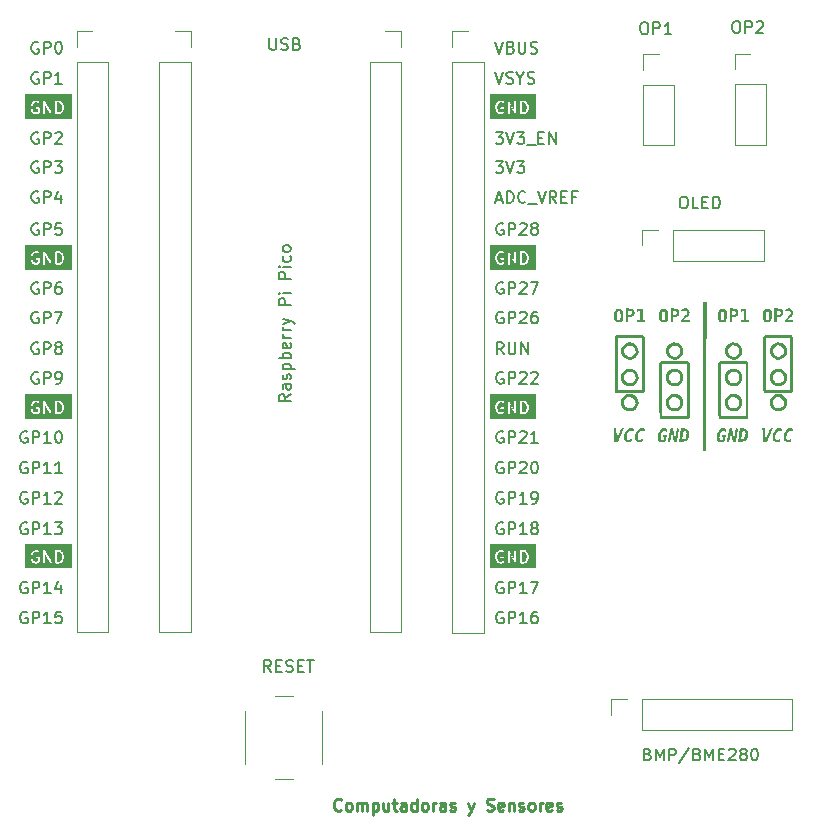
<source format=gbr>
%TF.GenerationSoftware,KiCad,Pcbnew,7.0.2*%
%TF.CreationDate,2023-06-06T15:03:05-03:00*%
%TF.ProjectId,Pico-Carrier,5069636f-2d43-4617-9272-6965722e6b69,rev?*%
%TF.SameCoordinates,Original*%
%TF.FileFunction,Legend,Top*%
%TF.FilePolarity,Positive*%
%FSLAX46Y46*%
G04 Gerber Fmt 4.6, Leading zero omitted, Abs format (unit mm)*
G04 Created by KiCad (PCBNEW 7.0.2) date 2023-06-06 15:03:05*
%MOMM*%
%LPD*%
G01*
G04 APERTURE LIST*
%ADD10C,0.150000*%
%ADD11C,0.200000*%
%ADD12C,0.250000*%
%ADD13C,0.120000*%
G04 APERTURE END LIST*
D10*
X110811904Y-58475238D02*
X110716666Y-58427619D01*
X110716666Y-58427619D02*
X110573809Y-58427619D01*
X110573809Y-58427619D02*
X110430952Y-58475238D01*
X110430952Y-58475238D02*
X110335714Y-58570476D01*
X110335714Y-58570476D02*
X110288095Y-58665714D01*
X110288095Y-58665714D02*
X110240476Y-58856190D01*
X110240476Y-58856190D02*
X110240476Y-58999047D01*
X110240476Y-58999047D02*
X110288095Y-59189523D01*
X110288095Y-59189523D02*
X110335714Y-59284761D01*
X110335714Y-59284761D02*
X110430952Y-59380000D01*
X110430952Y-59380000D02*
X110573809Y-59427619D01*
X110573809Y-59427619D02*
X110669047Y-59427619D01*
X110669047Y-59427619D02*
X110811904Y-59380000D01*
X110811904Y-59380000D02*
X110859523Y-59332380D01*
X110859523Y-59332380D02*
X110859523Y-58999047D01*
X110859523Y-58999047D02*
X110669047Y-58999047D01*
X111288095Y-59427619D02*
X111288095Y-58427619D01*
X111288095Y-58427619D02*
X111669047Y-58427619D01*
X111669047Y-58427619D02*
X111764285Y-58475238D01*
X111764285Y-58475238D02*
X111811904Y-58522857D01*
X111811904Y-58522857D02*
X111859523Y-58618095D01*
X111859523Y-58618095D02*
X111859523Y-58760952D01*
X111859523Y-58760952D02*
X111811904Y-58856190D01*
X111811904Y-58856190D02*
X111764285Y-58903809D01*
X111764285Y-58903809D02*
X111669047Y-58951428D01*
X111669047Y-58951428D02*
X111288095Y-58951428D01*
X112716666Y-58760952D02*
X112716666Y-59427619D01*
X112478571Y-58380000D02*
X112240476Y-59094285D01*
X112240476Y-59094285D02*
X112859523Y-59094285D01*
D11*
X130388095Y-45477619D02*
X130388095Y-46287142D01*
X130388095Y-46287142D02*
X130435714Y-46382380D01*
X130435714Y-46382380D02*
X130483333Y-46430000D01*
X130483333Y-46430000D02*
X130578571Y-46477619D01*
X130578571Y-46477619D02*
X130769047Y-46477619D01*
X130769047Y-46477619D02*
X130864285Y-46430000D01*
X130864285Y-46430000D02*
X130911904Y-46382380D01*
X130911904Y-46382380D02*
X130959523Y-46287142D01*
X130959523Y-46287142D02*
X130959523Y-45477619D01*
X131388095Y-46430000D02*
X131530952Y-46477619D01*
X131530952Y-46477619D02*
X131769047Y-46477619D01*
X131769047Y-46477619D02*
X131864285Y-46430000D01*
X131864285Y-46430000D02*
X131911904Y-46382380D01*
X131911904Y-46382380D02*
X131959523Y-46287142D01*
X131959523Y-46287142D02*
X131959523Y-46191904D01*
X131959523Y-46191904D02*
X131911904Y-46096666D01*
X131911904Y-46096666D02*
X131864285Y-46049047D01*
X131864285Y-46049047D02*
X131769047Y-46001428D01*
X131769047Y-46001428D02*
X131578571Y-45953809D01*
X131578571Y-45953809D02*
X131483333Y-45906190D01*
X131483333Y-45906190D02*
X131435714Y-45858571D01*
X131435714Y-45858571D02*
X131388095Y-45763333D01*
X131388095Y-45763333D02*
X131388095Y-45668095D01*
X131388095Y-45668095D02*
X131435714Y-45572857D01*
X131435714Y-45572857D02*
X131483333Y-45525238D01*
X131483333Y-45525238D02*
X131578571Y-45477619D01*
X131578571Y-45477619D02*
X131816666Y-45477619D01*
X131816666Y-45477619D02*
X131959523Y-45525238D01*
X132721428Y-45953809D02*
X132864285Y-46001428D01*
X132864285Y-46001428D02*
X132911904Y-46049047D01*
X132911904Y-46049047D02*
X132959523Y-46144285D01*
X132959523Y-46144285D02*
X132959523Y-46287142D01*
X132959523Y-46287142D02*
X132911904Y-46382380D01*
X132911904Y-46382380D02*
X132864285Y-46430000D01*
X132864285Y-46430000D02*
X132769047Y-46477619D01*
X132769047Y-46477619D02*
X132388095Y-46477619D01*
X132388095Y-46477619D02*
X132388095Y-45477619D01*
X132388095Y-45477619D02*
X132721428Y-45477619D01*
X132721428Y-45477619D02*
X132816666Y-45525238D01*
X132816666Y-45525238D02*
X132864285Y-45572857D01*
X132864285Y-45572857D02*
X132911904Y-45668095D01*
X132911904Y-45668095D02*
X132911904Y-45763333D01*
X132911904Y-45763333D02*
X132864285Y-45858571D01*
X132864285Y-45858571D02*
X132816666Y-45906190D01*
X132816666Y-45906190D02*
X132721428Y-45953809D01*
X132721428Y-45953809D02*
X132388095Y-45953809D01*
D10*
X149542857Y-53427619D02*
X150161904Y-53427619D01*
X150161904Y-53427619D02*
X149828571Y-53808571D01*
X149828571Y-53808571D02*
X149971428Y-53808571D01*
X149971428Y-53808571D02*
X150066666Y-53856190D01*
X150066666Y-53856190D02*
X150114285Y-53903809D01*
X150114285Y-53903809D02*
X150161904Y-53999047D01*
X150161904Y-53999047D02*
X150161904Y-54237142D01*
X150161904Y-54237142D02*
X150114285Y-54332380D01*
X150114285Y-54332380D02*
X150066666Y-54380000D01*
X150066666Y-54380000D02*
X149971428Y-54427619D01*
X149971428Y-54427619D02*
X149685714Y-54427619D01*
X149685714Y-54427619D02*
X149590476Y-54380000D01*
X149590476Y-54380000D02*
X149542857Y-54332380D01*
X150447619Y-53427619D02*
X150780952Y-54427619D01*
X150780952Y-54427619D02*
X151114285Y-53427619D01*
X151352381Y-53427619D02*
X151971428Y-53427619D01*
X151971428Y-53427619D02*
X151638095Y-53808571D01*
X151638095Y-53808571D02*
X151780952Y-53808571D01*
X151780952Y-53808571D02*
X151876190Y-53856190D01*
X151876190Y-53856190D02*
X151923809Y-53903809D01*
X151923809Y-53903809D02*
X151971428Y-53999047D01*
X151971428Y-53999047D02*
X151971428Y-54237142D01*
X151971428Y-54237142D02*
X151923809Y-54332380D01*
X151923809Y-54332380D02*
X151876190Y-54380000D01*
X151876190Y-54380000D02*
X151780952Y-54427619D01*
X151780952Y-54427619D02*
X151495238Y-54427619D01*
X151495238Y-54427619D02*
X151400000Y-54380000D01*
X151400000Y-54380000D02*
X151352381Y-54332380D01*
X152161905Y-54522857D02*
X152923809Y-54522857D01*
X153161905Y-53903809D02*
X153495238Y-53903809D01*
X153638095Y-54427619D02*
X153161905Y-54427619D01*
X153161905Y-54427619D02*
X153161905Y-53427619D01*
X153161905Y-53427619D02*
X153638095Y-53427619D01*
X154066667Y-54427619D02*
X154066667Y-53427619D01*
X154066667Y-53427619D02*
X154638095Y-54427619D01*
X154638095Y-54427619D02*
X154638095Y-53427619D01*
X110811904Y-71275238D02*
X110716666Y-71227619D01*
X110716666Y-71227619D02*
X110573809Y-71227619D01*
X110573809Y-71227619D02*
X110430952Y-71275238D01*
X110430952Y-71275238D02*
X110335714Y-71370476D01*
X110335714Y-71370476D02*
X110288095Y-71465714D01*
X110288095Y-71465714D02*
X110240476Y-71656190D01*
X110240476Y-71656190D02*
X110240476Y-71799047D01*
X110240476Y-71799047D02*
X110288095Y-71989523D01*
X110288095Y-71989523D02*
X110335714Y-72084761D01*
X110335714Y-72084761D02*
X110430952Y-72180000D01*
X110430952Y-72180000D02*
X110573809Y-72227619D01*
X110573809Y-72227619D02*
X110669047Y-72227619D01*
X110669047Y-72227619D02*
X110811904Y-72180000D01*
X110811904Y-72180000D02*
X110859523Y-72132380D01*
X110859523Y-72132380D02*
X110859523Y-71799047D01*
X110859523Y-71799047D02*
X110669047Y-71799047D01*
X111288095Y-72227619D02*
X111288095Y-71227619D01*
X111288095Y-71227619D02*
X111669047Y-71227619D01*
X111669047Y-71227619D02*
X111764285Y-71275238D01*
X111764285Y-71275238D02*
X111811904Y-71322857D01*
X111811904Y-71322857D02*
X111859523Y-71418095D01*
X111859523Y-71418095D02*
X111859523Y-71560952D01*
X111859523Y-71560952D02*
X111811904Y-71656190D01*
X111811904Y-71656190D02*
X111764285Y-71703809D01*
X111764285Y-71703809D02*
X111669047Y-71751428D01*
X111669047Y-71751428D02*
X111288095Y-71751428D01*
X112430952Y-71656190D02*
X112335714Y-71608571D01*
X112335714Y-71608571D02*
X112288095Y-71560952D01*
X112288095Y-71560952D02*
X112240476Y-71465714D01*
X112240476Y-71465714D02*
X112240476Y-71418095D01*
X112240476Y-71418095D02*
X112288095Y-71322857D01*
X112288095Y-71322857D02*
X112335714Y-71275238D01*
X112335714Y-71275238D02*
X112430952Y-71227619D01*
X112430952Y-71227619D02*
X112621428Y-71227619D01*
X112621428Y-71227619D02*
X112716666Y-71275238D01*
X112716666Y-71275238D02*
X112764285Y-71322857D01*
X112764285Y-71322857D02*
X112811904Y-71418095D01*
X112811904Y-71418095D02*
X112811904Y-71465714D01*
X112811904Y-71465714D02*
X112764285Y-71560952D01*
X112764285Y-71560952D02*
X112716666Y-71608571D01*
X112716666Y-71608571D02*
X112621428Y-71656190D01*
X112621428Y-71656190D02*
X112430952Y-71656190D01*
X112430952Y-71656190D02*
X112335714Y-71703809D01*
X112335714Y-71703809D02*
X112288095Y-71751428D01*
X112288095Y-71751428D02*
X112240476Y-71846666D01*
X112240476Y-71846666D02*
X112240476Y-72037142D01*
X112240476Y-72037142D02*
X112288095Y-72132380D01*
X112288095Y-72132380D02*
X112335714Y-72180000D01*
X112335714Y-72180000D02*
X112430952Y-72227619D01*
X112430952Y-72227619D02*
X112621428Y-72227619D01*
X112621428Y-72227619D02*
X112716666Y-72180000D01*
X112716666Y-72180000D02*
X112764285Y-72132380D01*
X112764285Y-72132380D02*
X112811904Y-72037142D01*
X112811904Y-72037142D02*
X112811904Y-71846666D01*
X112811904Y-71846666D02*
X112764285Y-71751428D01*
X112764285Y-71751428D02*
X112716666Y-71703809D01*
X112716666Y-71703809D02*
X112621428Y-71656190D01*
X149495238Y-48327619D02*
X149828571Y-49327619D01*
X149828571Y-49327619D02*
X150161904Y-48327619D01*
X150447619Y-49280000D02*
X150590476Y-49327619D01*
X150590476Y-49327619D02*
X150828571Y-49327619D01*
X150828571Y-49327619D02*
X150923809Y-49280000D01*
X150923809Y-49280000D02*
X150971428Y-49232380D01*
X150971428Y-49232380D02*
X151019047Y-49137142D01*
X151019047Y-49137142D02*
X151019047Y-49041904D01*
X151019047Y-49041904D02*
X150971428Y-48946666D01*
X150971428Y-48946666D02*
X150923809Y-48899047D01*
X150923809Y-48899047D02*
X150828571Y-48851428D01*
X150828571Y-48851428D02*
X150638095Y-48803809D01*
X150638095Y-48803809D02*
X150542857Y-48756190D01*
X150542857Y-48756190D02*
X150495238Y-48708571D01*
X150495238Y-48708571D02*
X150447619Y-48613333D01*
X150447619Y-48613333D02*
X150447619Y-48518095D01*
X150447619Y-48518095D02*
X150495238Y-48422857D01*
X150495238Y-48422857D02*
X150542857Y-48375238D01*
X150542857Y-48375238D02*
X150638095Y-48327619D01*
X150638095Y-48327619D02*
X150876190Y-48327619D01*
X150876190Y-48327619D02*
X151019047Y-48375238D01*
X151638095Y-48851428D02*
X151638095Y-49327619D01*
X151304762Y-48327619D02*
X151638095Y-48851428D01*
X151638095Y-48851428D02*
X151971428Y-48327619D01*
X152257143Y-49280000D02*
X152400000Y-49327619D01*
X152400000Y-49327619D02*
X152638095Y-49327619D01*
X152638095Y-49327619D02*
X152733333Y-49280000D01*
X152733333Y-49280000D02*
X152780952Y-49232380D01*
X152780952Y-49232380D02*
X152828571Y-49137142D01*
X152828571Y-49137142D02*
X152828571Y-49041904D01*
X152828571Y-49041904D02*
X152780952Y-48946666D01*
X152780952Y-48946666D02*
X152733333Y-48899047D01*
X152733333Y-48899047D02*
X152638095Y-48851428D01*
X152638095Y-48851428D02*
X152447619Y-48803809D01*
X152447619Y-48803809D02*
X152352381Y-48756190D01*
X152352381Y-48756190D02*
X152304762Y-48708571D01*
X152304762Y-48708571D02*
X152257143Y-48613333D01*
X152257143Y-48613333D02*
X152257143Y-48518095D01*
X152257143Y-48518095D02*
X152304762Y-48422857D01*
X152304762Y-48422857D02*
X152352381Y-48375238D01*
X152352381Y-48375238D02*
X152447619Y-48327619D01*
X152447619Y-48327619D02*
X152685714Y-48327619D01*
X152685714Y-48327619D02*
X152828571Y-48375238D01*
X149542857Y-55877619D02*
X150161904Y-55877619D01*
X150161904Y-55877619D02*
X149828571Y-56258571D01*
X149828571Y-56258571D02*
X149971428Y-56258571D01*
X149971428Y-56258571D02*
X150066666Y-56306190D01*
X150066666Y-56306190D02*
X150114285Y-56353809D01*
X150114285Y-56353809D02*
X150161904Y-56449047D01*
X150161904Y-56449047D02*
X150161904Y-56687142D01*
X150161904Y-56687142D02*
X150114285Y-56782380D01*
X150114285Y-56782380D02*
X150066666Y-56830000D01*
X150066666Y-56830000D02*
X149971428Y-56877619D01*
X149971428Y-56877619D02*
X149685714Y-56877619D01*
X149685714Y-56877619D02*
X149590476Y-56830000D01*
X149590476Y-56830000D02*
X149542857Y-56782380D01*
X150447619Y-55877619D02*
X150780952Y-56877619D01*
X150780952Y-56877619D02*
X151114285Y-55877619D01*
X151352381Y-55877619D02*
X151971428Y-55877619D01*
X151971428Y-55877619D02*
X151638095Y-56258571D01*
X151638095Y-56258571D02*
X151780952Y-56258571D01*
X151780952Y-56258571D02*
X151876190Y-56306190D01*
X151876190Y-56306190D02*
X151923809Y-56353809D01*
X151923809Y-56353809D02*
X151971428Y-56449047D01*
X151971428Y-56449047D02*
X151971428Y-56687142D01*
X151971428Y-56687142D02*
X151923809Y-56782380D01*
X151923809Y-56782380D02*
X151876190Y-56830000D01*
X151876190Y-56830000D02*
X151780952Y-56877619D01*
X151780952Y-56877619D02*
X151495238Y-56877619D01*
X151495238Y-56877619D02*
X151400000Y-56830000D01*
X151400000Y-56830000D02*
X151352381Y-56782380D01*
G36*
X112676152Y-88990790D02*
G01*
X112750264Y-89064902D01*
X112788758Y-89141888D01*
X112832142Y-89315424D01*
X112832142Y-89439813D01*
X112788758Y-89613345D01*
X112750264Y-89690334D01*
X112676152Y-89764447D01*
X112561637Y-89802619D01*
X112410714Y-89802619D01*
X112410714Y-88952619D01*
X112561639Y-88952619D01*
X112676152Y-88990790D01*
G37*
G36*
X113640476Y-90367857D02*
G01*
X109682143Y-90367857D01*
X109682143Y-89445873D01*
X110162374Y-89445873D01*
X110165476Y-89458281D01*
X110165476Y-89459829D01*
X110168080Y-89468698D01*
X110212094Y-89644753D01*
X110211164Y-89653367D01*
X110217330Y-89665700D01*
X110217949Y-89668173D01*
X110222131Y-89675300D01*
X110264426Y-89759890D01*
X110267109Y-89772222D01*
X110281738Y-89786851D01*
X110295798Y-89801967D01*
X110297216Y-89802329D01*
X110375064Y-89880178D01*
X110386343Y-89894187D01*
X110400884Y-89899034D01*
X110414337Y-89906380D01*
X110421405Y-89905874D01*
X110541172Y-89945797D01*
X110551787Y-89952619D01*
X110572466Y-89952619D01*
X110593106Y-89953365D01*
X110594365Y-89952619D01*
X110659645Y-89952619D01*
X110671872Y-89955734D01*
X110691484Y-89949196D01*
X110711307Y-89943376D01*
X110712265Y-89942269D01*
X110831789Y-89902428D01*
X110849366Y-89898605D01*
X110860207Y-89887762D01*
X110872789Y-89879019D01*
X110875496Y-89872473D01*
X110902987Y-89844980D01*
X110910711Y-89841454D01*
X110918259Y-89829708D01*
X110920180Y-89827788D01*
X110924059Y-89820683D01*
X110934523Y-89804402D01*
X110934523Y-89801521D01*
X110935903Y-89798994D01*
X110934523Y-89779705D01*
X110934523Y-89454406D01*
X110936893Y-89437923D01*
X110929973Y-89422770D01*
X110925280Y-89406787D01*
X110920967Y-89403050D01*
X110918597Y-89397859D01*
X110904580Y-89388851D01*
X110891994Y-89377945D01*
X110886347Y-89377133D01*
X110881545Y-89374047D01*
X110864883Y-89374047D01*
X110848399Y-89371677D01*
X110843209Y-89374047D01*
X110658265Y-89374047D01*
X110626787Y-89383290D01*
X110597945Y-89416576D01*
X110591677Y-89460171D01*
X110609973Y-89500235D01*
X110647025Y-89524047D01*
X110784523Y-89524047D01*
X110784523Y-89751314D01*
X110771390Y-89764447D01*
X110656875Y-89802619D01*
X110585979Y-89802619D01*
X110471464Y-89764447D01*
X110397352Y-89690333D01*
X110358859Y-89613347D01*
X110315476Y-89439813D01*
X110315476Y-89315424D01*
X110358859Y-89141891D01*
X110397354Y-89064902D01*
X110471465Y-88990790D01*
X110585980Y-88952619D01*
X110698960Y-88952619D01*
X110788006Y-88997142D01*
X110820295Y-89002952D01*
X110860978Y-88986079D01*
X110886080Y-88949889D01*
X110887633Y-88905873D01*
X110881596Y-88895709D01*
X111212051Y-88895709D01*
X111213095Y-88897536D01*
X111213095Y-89888401D01*
X111222338Y-89919879D01*
X111255624Y-89948721D01*
X111299219Y-89954989D01*
X111339283Y-89936693D01*
X111363095Y-89899641D01*
X111363095Y-89160036D01*
X111790041Y-89907193D01*
X111793766Y-89919879D01*
X111808929Y-89933018D01*
X111823397Y-89946936D01*
X111825462Y-89947343D01*
X111827052Y-89948721D01*
X111846912Y-89951576D01*
X111866607Y-89955463D01*
X111868564Y-89954689D01*
X111870647Y-89954989D01*
X111888902Y-89946652D01*
X111907568Y-89939276D01*
X111908796Y-89937567D01*
X111910711Y-89936693D01*
X111921561Y-89919808D01*
X111933276Y-89903513D01*
X111933385Y-89901410D01*
X111934523Y-89899641D01*
X111934523Y-89888743D01*
X112258344Y-89888743D01*
X112265263Y-89903895D01*
X112269957Y-89919879D01*
X112274269Y-89923615D01*
X112276640Y-89928807D01*
X112290656Y-89937814D01*
X112303243Y-89948721D01*
X112308889Y-89949532D01*
X112313692Y-89952619D01*
X112330354Y-89952619D01*
X112346838Y-89954989D01*
X112352028Y-89952619D01*
X112564407Y-89952619D01*
X112576634Y-89955734D01*
X112596246Y-89949196D01*
X112616069Y-89943376D01*
X112617027Y-89942269D01*
X112736553Y-89902427D01*
X112754127Y-89898605D01*
X112764967Y-89887764D01*
X112777551Y-89879019D01*
X112780258Y-89872472D01*
X112858288Y-89794442D01*
X112869138Y-89787999D01*
X112878388Y-89769498D01*
X112888284Y-89751375D01*
X112888179Y-89749915D01*
X112920631Y-89685012D01*
X112926943Y-89679078D01*
X112930287Y-89665700D01*
X112931427Y-89663421D01*
X112932890Y-89655288D01*
X112976909Y-89479210D01*
X112982142Y-89471069D01*
X112982142Y-89458281D01*
X112982518Y-89456777D01*
X112982142Y-89447530D01*
X112982142Y-89318532D01*
X112985244Y-89309364D01*
X112982142Y-89296955D01*
X112982142Y-89295408D01*
X112979537Y-89286538D01*
X112935523Y-89110481D01*
X112936453Y-89101870D01*
X112930287Y-89089539D01*
X112929669Y-89087064D01*
X112925481Y-89079925D01*
X112883191Y-88995345D01*
X112880509Y-88983015D01*
X112865889Y-88968395D01*
X112851820Y-88953270D01*
X112850401Y-88952907D01*
X112772552Y-88875058D01*
X112761275Y-88861051D01*
X112746733Y-88856203D01*
X112733281Y-88848858D01*
X112726213Y-88849363D01*
X112606446Y-88809441D01*
X112595831Y-88802619D01*
X112575151Y-88802619D01*
X112554512Y-88801873D01*
X112553253Y-88802619D01*
X112341074Y-88802619D01*
X112324590Y-88800249D01*
X112309437Y-88807168D01*
X112293454Y-88811862D01*
X112289717Y-88816174D01*
X112284526Y-88818545D01*
X112275518Y-88832561D01*
X112264612Y-88845148D01*
X112263800Y-88850794D01*
X112260714Y-88855597D01*
X112260714Y-88872259D01*
X112258344Y-88888743D01*
X112260714Y-88893932D01*
X112260714Y-89872259D01*
X112258344Y-89888743D01*
X111934523Y-89888743D01*
X111934523Y-89879572D01*
X111935567Y-89859529D01*
X111934523Y-89857701D01*
X111934523Y-88866837D01*
X111925280Y-88835359D01*
X111891994Y-88806517D01*
X111848399Y-88800249D01*
X111808335Y-88818545D01*
X111784523Y-88855597D01*
X111784523Y-89595201D01*
X111357576Y-88848044D01*
X111353852Y-88835359D01*
X111338688Y-88822219D01*
X111324221Y-88808302D01*
X111322155Y-88807894D01*
X111320566Y-88806517D01*
X111300705Y-88803661D01*
X111281011Y-88799775D01*
X111279053Y-88800548D01*
X111276971Y-88800249D01*
X111258715Y-88808585D01*
X111240050Y-88815962D01*
X111238821Y-88817670D01*
X111236907Y-88818545D01*
X111226056Y-88835429D01*
X111214342Y-88851725D01*
X111214232Y-88853827D01*
X111213095Y-88855597D01*
X111213095Y-88875665D01*
X111212051Y-88895709D01*
X110881596Y-88895709D01*
X110865142Y-88868004D01*
X110753817Y-88812342D01*
X110738688Y-88802619D01*
X110723358Y-88802619D01*
X110708275Y-88799905D01*
X110701731Y-88802619D01*
X110583211Y-88802619D01*
X110570983Y-88799504D01*
X110551363Y-88806043D01*
X110531549Y-88811862D01*
X110530590Y-88812968D01*
X110411061Y-88852810D01*
X110393491Y-88856633D01*
X110382652Y-88867471D01*
X110370066Y-88876219D01*
X110367357Y-88882766D01*
X110289329Y-88960794D01*
X110278480Y-88967238D01*
X110269229Y-88985738D01*
X110259334Y-89003861D01*
X110259438Y-89005321D01*
X110226986Y-89070225D01*
X110220675Y-89076160D01*
X110217330Y-89089537D01*
X110216191Y-89091817D01*
X110214727Y-89099949D01*
X110170708Y-89276026D01*
X110165476Y-89284168D01*
X110165476Y-89296955D01*
X110165100Y-89298460D01*
X110165476Y-89307706D01*
X110165476Y-89436704D01*
X110162374Y-89445873D01*
X109682143Y-89445873D01*
X109682143Y-88257143D01*
X113640476Y-88257143D01*
X113640476Y-90367857D01*
G37*
G36*
X152026152Y-63690790D02*
G01*
X152100264Y-63764902D01*
X152138758Y-63841888D01*
X152182142Y-64015423D01*
X152182142Y-64139813D01*
X152138758Y-64313345D01*
X152100264Y-64390334D01*
X152026152Y-64464447D01*
X151911637Y-64502619D01*
X151760714Y-64502619D01*
X151760714Y-63652619D01*
X151911639Y-63652619D01*
X152026152Y-63690790D01*
G37*
G36*
X152990476Y-65067857D02*
G01*
X149032143Y-65067857D01*
X149032143Y-64145873D01*
X149512374Y-64145873D01*
X149515476Y-64158281D01*
X149515476Y-64159829D01*
X149518080Y-64168698D01*
X149562094Y-64344753D01*
X149561164Y-64353367D01*
X149567330Y-64365700D01*
X149567949Y-64368173D01*
X149572131Y-64375300D01*
X149614426Y-64459890D01*
X149617109Y-64472222D01*
X149631738Y-64486851D01*
X149645798Y-64501967D01*
X149647216Y-64502329D01*
X149725064Y-64580178D01*
X149736343Y-64594187D01*
X149750884Y-64599034D01*
X149764337Y-64606380D01*
X149771405Y-64605874D01*
X149891172Y-64645797D01*
X149901787Y-64652619D01*
X149922466Y-64652619D01*
X149943106Y-64653365D01*
X149944365Y-64652619D01*
X150009645Y-64652619D01*
X150021872Y-64655734D01*
X150041484Y-64649196D01*
X150061307Y-64643376D01*
X150062265Y-64642269D01*
X150181789Y-64602428D01*
X150199366Y-64598605D01*
X150210207Y-64587762D01*
X150222789Y-64579019D01*
X150225496Y-64572473D01*
X150252987Y-64544980D01*
X150260711Y-64541454D01*
X150268259Y-64529708D01*
X150270180Y-64527788D01*
X150274059Y-64520683D01*
X150284523Y-64504402D01*
X150284523Y-64501521D01*
X150285903Y-64498994D01*
X150284523Y-64479705D01*
X150284523Y-64154406D01*
X150286893Y-64137923D01*
X150279973Y-64122770D01*
X150275280Y-64106787D01*
X150270967Y-64103050D01*
X150268597Y-64097859D01*
X150254580Y-64088851D01*
X150241994Y-64077945D01*
X150236347Y-64077133D01*
X150231545Y-64074047D01*
X150214883Y-64074047D01*
X150198399Y-64071677D01*
X150193209Y-64074047D01*
X150008265Y-64074047D01*
X149976787Y-64083290D01*
X149947945Y-64116576D01*
X149941677Y-64160171D01*
X149959973Y-64200235D01*
X149997025Y-64224047D01*
X150134523Y-64224047D01*
X150134523Y-64451314D01*
X150121390Y-64464447D01*
X150006875Y-64502619D01*
X149935979Y-64502619D01*
X149821464Y-64464447D01*
X149747352Y-64390333D01*
X149708859Y-64313347D01*
X149665476Y-64139812D01*
X149665476Y-64015424D01*
X149708859Y-63841891D01*
X149747354Y-63764901D01*
X149821465Y-63690790D01*
X149935980Y-63652619D01*
X150048960Y-63652619D01*
X150138006Y-63697142D01*
X150170295Y-63702952D01*
X150210978Y-63686079D01*
X150236080Y-63649889D01*
X150237633Y-63605873D01*
X150231596Y-63595709D01*
X150562051Y-63595709D01*
X150563095Y-63597536D01*
X150563095Y-64588401D01*
X150572338Y-64619879D01*
X150605624Y-64648721D01*
X150649219Y-64654989D01*
X150689283Y-64636693D01*
X150713095Y-64599641D01*
X150713095Y-63860036D01*
X151140041Y-64607193D01*
X151143766Y-64619879D01*
X151158929Y-64633018D01*
X151173397Y-64646936D01*
X151175462Y-64647343D01*
X151177052Y-64648721D01*
X151196912Y-64651576D01*
X151216607Y-64655463D01*
X151218564Y-64654689D01*
X151220647Y-64654989D01*
X151238902Y-64646652D01*
X151257568Y-64639276D01*
X151258796Y-64637567D01*
X151260711Y-64636693D01*
X151271561Y-64619808D01*
X151283276Y-64603513D01*
X151283385Y-64601410D01*
X151284523Y-64599641D01*
X151284523Y-64588743D01*
X151608344Y-64588743D01*
X151615263Y-64603895D01*
X151619957Y-64619879D01*
X151624269Y-64623615D01*
X151626640Y-64628807D01*
X151640656Y-64637814D01*
X151653243Y-64648721D01*
X151658889Y-64649532D01*
X151663692Y-64652619D01*
X151680354Y-64652619D01*
X151696838Y-64654989D01*
X151702028Y-64652619D01*
X151914407Y-64652619D01*
X151926634Y-64655734D01*
X151946246Y-64649196D01*
X151966069Y-64643376D01*
X151967027Y-64642269D01*
X152086553Y-64602427D01*
X152104127Y-64598605D01*
X152114967Y-64587764D01*
X152127551Y-64579019D01*
X152130258Y-64572472D01*
X152208288Y-64494442D01*
X152219138Y-64487999D01*
X152228388Y-64469498D01*
X152238284Y-64451375D01*
X152238179Y-64449915D01*
X152270631Y-64385012D01*
X152276943Y-64379078D01*
X152280287Y-64365700D01*
X152281427Y-64363421D01*
X152282890Y-64355288D01*
X152326909Y-64179210D01*
X152332142Y-64171069D01*
X152332142Y-64158281D01*
X152332518Y-64156777D01*
X152332142Y-64147530D01*
X152332142Y-64018532D01*
X152335244Y-64009364D01*
X152332142Y-63996956D01*
X152332142Y-63995408D01*
X152329537Y-63986538D01*
X152285523Y-63810481D01*
X152286453Y-63801870D01*
X152280287Y-63789539D01*
X152279669Y-63787064D01*
X152275481Y-63779925D01*
X152233191Y-63695345D01*
X152230509Y-63683015D01*
X152215889Y-63668395D01*
X152201820Y-63653270D01*
X152200401Y-63652907D01*
X152122552Y-63575058D01*
X152111275Y-63561051D01*
X152096733Y-63556203D01*
X152083281Y-63548858D01*
X152076213Y-63549363D01*
X151956446Y-63509441D01*
X151945831Y-63502619D01*
X151925151Y-63502619D01*
X151904512Y-63501873D01*
X151903253Y-63502619D01*
X151691074Y-63502619D01*
X151674590Y-63500249D01*
X151659437Y-63507168D01*
X151643454Y-63511862D01*
X151639717Y-63516174D01*
X151634526Y-63518545D01*
X151625518Y-63532561D01*
X151614612Y-63545148D01*
X151613800Y-63550794D01*
X151610714Y-63555597D01*
X151610714Y-63572259D01*
X151608344Y-63588743D01*
X151610714Y-63593932D01*
X151610714Y-64572259D01*
X151608344Y-64588743D01*
X151284523Y-64588743D01*
X151284523Y-64579572D01*
X151285567Y-64559529D01*
X151284523Y-64557701D01*
X151284523Y-63566837D01*
X151275280Y-63535359D01*
X151241994Y-63506517D01*
X151198399Y-63500249D01*
X151158335Y-63518545D01*
X151134523Y-63555597D01*
X151134523Y-64295201D01*
X150707576Y-63548044D01*
X150703852Y-63535359D01*
X150688688Y-63522219D01*
X150674221Y-63508302D01*
X150672155Y-63507894D01*
X150670566Y-63506517D01*
X150650705Y-63503661D01*
X150631011Y-63499775D01*
X150629053Y-63500548D01*
X150626971Y-63500249D01*
X150608715Y-63508585D01*
X150590050Y-63515962D01*
X150588821Y-63517670D01*
X150586907Y-63518545D01*
X150576056Y-63535429D01*
X150564342Y-63551725D01*
X150564232Y-63553827D01*
X150563095Y-63555597D01*
X150563095Y-63575665D01*
X150562051Y-63595709D01*
X150231596Y-63595709D01*
X150215142Y-63568004D01*
X150103817Y-63512342D01*
X150088688Y-63502619D01*
X150073358Y-63502619D01*
X150058275Y-63499905D01*
X150051731Y-63502619D01*
X149933211Y-63502619D01*
X149920983Y-63499504D01*
X149901363Y-63506043D01*
X149881549Y-63511862D01*
X149880590Y-63512968D01*
X149761061Y-63552810D01*
X149743491Y-63556633D01*
X149732652Y-63567471D01*
X149720066Y-63576219D01*
X149717357Y-63582766D01*
X149639329Y-63660794D01*
X149628480Y-63667238D01*
X149619229Y-63685738D01*
X149609334Y-63703861D01*
X149609438Y-63705321D01*
X149576986Y-63770225D01*
X149570675Y-63776160D01*
X149567330Y-63789537D01*
X149566191Y-63791817D01*
X149564727Y-63799949D01*
X149520708Y-63976026D01*
X149515476Y-63984168D01*
X149515476Y-63996955D01*
X149515100Y-63998460D01*
X149515476Y-64007706D01*
X149515476Y-64136704D01*
X149512374Y-64145873D01*
X149032143Y-64145873D01*
X149032143Y-62957143D01*
X152990476Y-62957143D01*
X152990476Y-65067857D01*
G37*
X150161904Y-83925238D02*
X150066666Y-83877619D01*
X150066666Y-83877619D02*
X149923809Y-83877619D01*
X149923809Y-83877619D02*
X149780952Y-83925238D01*
X149780952Y-83925238D02*
X149685714Y-84020476D01*
X149685714Y-84020476D02*
X149638095Y-84115714D01*
X149638095Y-84115714D02*
X149590476Y-84306190D01*
X149590476Y-84306190D02*
X149590476Y-84449047D01*
X149590476Y-84449047D02*
X149638095Y-84639523D01*
X149638095Y-84639523D02*
X149685714Y-84734761D01*
X149685714Y-84734761D02*
X149780952Y-84830000D01*
X149780952Y-84830000D02*
X149923809Y-84877619D01*
X149923809Y-84877619D02*
X150019047Y-84877619D01*
X150019047Y-84877619D02*
X150161904Y-84830000D01*
X150161904Y-84830000D02*
X150209523Y-84782380D01*
X150209523Y-84782380D02*
X150209523Y-84449047D01*
X150209523Y-84449047D02*
X150019047Y-84449047D01*
X150638095Y-84877619D02*
X150638095Y-83877619D01*
X150638095Y-83877619D02*
X151019047Y-83877619D01*
X151019047Y-83877619D02*
X151114285Y-83925238D01*
X151114285Y-83925238D02*
X151161904Y-83972857D01*
X151161904Y-83972857D02*
X151209523Y-84068095D01*
X151209523Y-84068095D02*
X151209523Y-84210952D01*
X151209523Y-84210952D02*
X151161904Y-84306190D01*
X151161904Y-84306190D02*
X151114285Y-84353809D01*
X151114285Y-84353809D02*
X151019047Y-84401428D01*
X151019047Y-84401428D02*
X150638095Y-84401428D01*
X152161904Y-84877619D02*
X151590476Y-84877619D01*
X151876190Y-84877619D02*
X151876190Y-83877619D01*
X151876190Y-83877619D02*
X151780952Y-84020476D01*
X151780952Y-84020476D02*
X151685714Y-84115714D01*
X151685714Y-84115714D02*
X151590476Y-84163333D01*
X152638095Y-84877619D02*
X152828571Y-84877619D01*
X152828571Y-84877619D02*
X152923809Y-84830000D01*
X152923809Y-84830000D02*
X152971428Y-84782380D01*
X152971428Y-84782380D02*
X153066666Y-84639523D01*
X153066666Y-84639523D02*
X153114285Y-84449047D01*
X153114285Y-84449047D02*
X153114285Y-84068095D01*
X153114285Y-84068095D02*
X153066666Y-83972857D01*
X153066666Y-83972857D02*
X153019047Y-83925238D01*
X153019047Y-83925238D02*
X152923809Y-83877619D01*
X152923809Y-83877619D02*
X152733333Y-83877619D01*
X152733333Y-83877619D02*
X152638095Y-83925238D01*
X152638095Y-83925238D02*
X152590476Y-83972857D01*
X152590476Y-83972857D02*
X152542857Y-84068095D01*
X152542857Y-84068095D02*
X152542857Y-84306190D01*
X152542857Y-84306190D02*
X152590476Y-84401428D01*
X152590476Y-84401428D02*
X152638095Y-84449047D01*
X152638095Y-84449047D02*
X152733333Y-84496666D01*
X152733333Y-84496666D02*
X152923809Y-84496666D01*
X152923809Y-84496666D02*
X153019047Y-84449047D01*
X153019047Y-84449047D02*
X153066666Y-84401428D01*
X153066666Y-84401428D02*
X153114285Y-84306190D01*
D11*
X162421428Y-106103809D02*
X162564285Y-106151428D01*
X162564285Y-106151428D02*
X162611904Y-106199047D01*
X162611904Y-106199047D02*
X162659523Y-106294285D01*
X162659523Y-106294285D02*
X162659523Y-106437142D01*
X162659523Y-106437142D02*
X162611904Y-106532380D01*
X162611904Y-106532380D02*
X162564285Y-106580000D01*
X162564285Y-106580000D02*
X162469047Y-106627619D01*
X162469047Y-106627619D02*
X162088095Y-106627619D01*
X162088095Y-106627619D02*
X162088095Y-105627619D01*
X162088095Y-105627619D02*
X162421428Y-105627619D01*
X162421428Y-105627619D02*
X162516666Y-105675238D01*
X162516666Y-105675238D02*
X162564285Y-105722857D01*
X162564285Y-105722857D02*
X162611904Y-105818095D01*
X162611904Y-105818095D02*
X162611904Y-105913333D01*
X162611904Y-105913333D02*
X162564285Y-106008571D01*
X162564285Y-106008571D02*
X162516666Y-106056190D01*
X162516666Y-106056190D02*
X162421428Y-106103809D01*
X162421428Y-106103809D02*
X162088095Y-106103809D01*
X163088095Y-106627619D02*
X163088095Y-105627619D01*
X163088095Y-105627619D02*
X163421428Y-106341904D01*
X163421428Y-106341904D02*
X163754761Y-105627619D01*
X163754761Y-105627619D02*
X163754761Y-106627619D01*
X164230952Y-106627619D02*
X164230952Y-105627619D01*
X164230952Y-105627619D02*
X164611904Y-105627619D01*
X164611904Y-105627619D02*
X164707142Y-105675238D01*
X164707142Y-105675238D02*
X164754761Y-105722857D01*
X164754761Y-105722857D02*
X164802380Y-105818095D01*
X164802380Y-105818095D02*
X164802380Y-105960952D01*
X164802380Y-105960952D02*
X164754761Y-106056190D01*
X164754761Y-106056190D02*
X164707142Y-106103809D01*
X164707142Y-106103809D02*
X164611904Y-106151428D01*
X164611904Y-106151428D02*
X164230952Y-106151428D01*
X165945237Y-105580000D02*
X165088095Y-106865714D01*
X166611904Y-106103809D02*
X166754761Y-106151428D01*
X166754761Y-106151428D02*
X166802380Y-106199047D01*
X166802380Y-106199047D02*
X166849999Y-106294285D01*
X166849999Y-106294285D02*
X166849999Y-106437142D01*
X166849999Y-106437142D02*
X166802380Y-106532380D01*
X166802380Y-106532380D02*
X166754761Y-106580000D01*
X166754761Y-106580000D02*
X166659523Y-106627619D01*
X166659523Y-106627619D02*
X166278571Y-106627619D01*
X166278571Y-106627619D02*
X166278571Y-105627619D01*
X166278571Y-105627619D02*
X166611904Y-105627619D01*
X166611904Y-105627619D02*
X166707142Y-105675238D01*
X166707142Y-105675238D02*
X166754761Y-105722857D01*
X166754761Y-105722857D02*
X166802380Y-105818095D01*
X166802380Y-105818095D02*
X166802380Y-105913333D01*
X166802380Y-105913333D02*
X166754761Y-106008571D01*
X166754761Y-106008571D02*
X166707142Y-106056190D01*
X166707142Y-106056190D02*
X166611904Y-106103809D01*
X166611904Y-106103809D02*
X166278571Y-106103809D01*
X167278571Y-106627619D02*
X167278571Y-105627619D01*
X167278571Y-105627619D02*
X167611904Y-106341904D01*
X167611904Y-106341904D02*
X167945237Y-105627619D01*
X167945237Y-105627619D02*
X167945237Y-106627619D01*
X168421428Y-106103809D02*
X168754761Y-106103809D01*
X168897618Y-106627619D02*
X168421428Y-106627619D01*
X168421428Y-106627619D02*
X168421428Y-105627619D01*
X168421428Y-105627619D02*
X168897618Y-105627619D01*
X169278571Y-105722857D02*
X169326190Y-105675238D01*
X169326190Y-105675238D02*
X169421428Y-105627619D01*
X169421428Y-105627619D02*
X169659523Y-105627619D01*
X169659523Y-105627619D02*
X169754761Y-105675238D01*
X169754761Y-105675238D02*
X169802380Y-105722857D01*
X169802380Y-105722857D02*
X169849999Y-105818095D01*
X169849999Y-105818095D02*
X169849999Y-105913333D01*
X169849999Y-105913333D02*
X169802380Y-106056190D01*
X169802380Y-106056190D02*
X169230952Y-106627619D01*
X169230952Y-106627619D02*
X169849999Y-106627619D01*
X170421428Y-106056190D02*
X170326190Y-106008571D01*
X170326190Y-106008571D02*
X170278571Y-105960952D01*
X170278571Y-105960952D02*
X170230952Y-105865714D01*
X170230952Y-105865714D02*
X170230952Y-105818095D01*
X170230952Y-105818095D02*
X170278571Y-105722857D01*
X170278571Y-105722857D02*
X170326190Y-105675238D01*
X170326190Y-105675238D02*
X170421428Y-105627619D01*
X170421428Y-105627619D02*
X170611904Y-105627619D01*
X170611904Y-105627619D02*
X170707142Y-105675238D01*
X170707142Y-105675238D02*
X170754761Y-105722857D01*
X170754761Y-105722857D02*
X170802380Y-105818095D01*
X170802380Y-105818095D02*
X170802380Y-105865714D01*
X170802380Y-105865714D02*
X170754761Y-105960952D01*
X170754761Y-105960952D02*
X170707142Y-106008571D01*
X170707142Y-106008571D02*
X170611904Y-106056190D01*
X170611904Y-106056190D02*
X170421428Y-106056190D01*
X170421428Y-106056190D02*
X170326190Y-106103809D01*
X170326190Y-106103809D02*
X170278571Y-106151428D01*
X170278571Y-106151428D02*
X170230952Y-106246666D01*
X170230952Y-106246666D02*
X170230952Y-106437142D01*
X170230952Y-106437142D02*
X170278571Y-106532380D01*
X170278571Y-106532380D02*
X170326190Y-106580000D01*
X170326190Y-106580000D02*
X170421428Y-106627619D01*
X170421428Y-106627619D02*
X170611904Y-106627619D01*
X170611904Y-106627619D02*
X170707142Y-106580000D01*
X170707142Y-106580000D02*
X170754761Y-106532380D01*
X170754761Y-106532380D02*
X170802380Y-106437142D01*
X170802380Y-106437142D02*
X170802380Y-106246666D01*
X170802380Y-106246666D02*
X170754761Y-106151428D01*
X170754761Y-106151428D02*
X170707142Y-106103809D01*
X170707142Y-106103809D02*
X170611904Y-106056190D01*
X171421428Y-105627619D02*
X171516666Y-105627619D01*
X171516666Y-105627619D02*
X171611904Y-105675238D01*
X171611904Y-105675238D02*
X171659523Y-105722857D01*
X171659523Y-105722857D02*
X171707142Y-105818095D01*
X171707142Y-105818095D02*
X171754761Y-106008571D01*
X171754761Y-106008571D02*
X171754761Y-106246666D01*
X171754761Y-106246666D02*
X171707142Y-106437142D01*
X171707142Y-106437142D02*
X171659523Y-106532380D01*
X171659523Y-106532380D02*
X171611904Y-106580000D01*
X171611904Y-106580000D02*
X171516666Y-106627619D01*
X171516666Y-106627619D02*
X171421428Y-106627619D01*
X171421428Y-106627619D02*
X171326190Y-106580000D01*
X171326190Y-106580000D02*
X171278571Y-106532380D01*
X171278571Y-106532380D02*
X171230952Y-106437142D01*
X171230952Y-106437142D02*
X171183333Y-106246666D01*
X171183333Y-106246666D02*
X171183333Y-106008571D01*
X171183333Y-106008571D02*
X171230952Y-105818095D01*
X171230952Y-105818095D02*
X171278571Y-105722857D01*
X171278571Y-105722857D02*
X171326190Y-105675238D01*
X171326190Y-105675238D02*
X171421428Y-105627619D01*
D10*
X109861904Y-91525238D02*
X109766666Y-91477619D01*
X109766666Y-91477619D02*
X109623809Y-91477619D01*
X109623809Y-91477619D02*
X109480952Y-91525238D01*
X109480952Y-91525238D02*
X109385714Y-91620476D01*
X109385714Y-91620476D02*
X109338095Y-91715714D01*
X109338095Y-91715714D02*
X109290476Y-91906190D01*
X109290476Y-91906190D02*
X109290476Y-92049047D01*
X109290476Y-92049047D02*
X109338095Y-92239523D01*
X109338095Y-92239523D02*
X109385714Y-92334761D01*
X109385714Y-92334761D02*
X109480952Y-92430000D01*
X109480952Y-92430000D02*
X109623809Y-92477619D01*
X109623809Y-92477619D02*
X109719047Y-92477619D01*
X109719047Y-92477619D02*
X109861904Y-92430000D01*
X109861904Y-92430000D02*
X109909523Y-92382380D01*
X109909523Y-92382380D02*
X109909523Y-92049047D01*
X109909523Y-92049047D02*
X109719047Y-92049047D01*
X110338095Y-92477619D02*
X110338095Y-91477619D01*
X110338095Y-91477619D02*
X110719047Y-91477619D01*
X110719047Y-91477619D02*
X110814285Y-91525238D01*
X110814285Y-91525238D02*
X110861904Y-91572857D01*
X110861904Y-91572857D02*
X110909523Y-91668095D01*
X110909523Y-91668095D02*
X110909523Y-91810952D01*
X110909523Y-91810952D02*
X110861904Y-91906190D01*
X110861904Y-91906190D02*
X110814285Y-91953809D01*
X110814285Y-91953809D02*
X110719047Y-92001428D01*
X110719047Y-92001428D02*
X110338095Y-92001428D01*
X111861904Y-92477619D02*
X111290476Y-92477619D01*
X111576190Y-92477619D02*
X111576190Y-91477619D01*
X111576190Y-91477619D02*
X111480952Y-91620476D01*
X111480952Y-91620476D02*
X111385714Y-91715714D01*
X111385714Y-91715714D02*
X111290476Y-91763333D01*
X112719047Y-91810952D02*
X112719047Y-92477619D01*
X112480952Y-91430000D02*
X112242857Y-92144285D01*
X112242857Y-92144285D02*
X112861904Y-92144285D01*
X150161904Y-61175238D02*
X150066666Y-61127619D01*
X150066666Y-61127619D02*
X149923809Y-61127619D01*
X149923809Y-61127619D02*
X149780952Y-61175238D01*
X149780952Y-61175238D02*
X149685714Y-61270476D01*
X149685714Y-61270476D02*
X149638095Y-61365714D01*
X149638095Y-61365714D02*
X149590476Y-61556190D01*
X149590476Y-61556190D02*
X149590476Y-61699047D01*
X149590476Y-61699047D02*
X149638095Y-61889523D01*
X149638095Y-61889523D02*
X149685714Y-61984761D01*
X149685714Y-61984761D02*
X149780952Y-62080000D01*
X149780952Y-62080000D02*
X149923809Y-62127619D01*
X149923809Y-62127619D02*
X150019047Y-62127619D01*
X150019047Y-62127619D02*
X150161904Y-62080000D01*
X150161904Y-62080000D02*
X150209523Y-62032380D01*
X150209523Y-62032380D02*
X150209523Y-61699047D01*
X150209523Y-61699047D02*
X150019047Y-61699047D01*
X150638095Y-62127619D02*
X150638095Y-61127619D01*
X150638095Y-61127619D02*
X151019047Y-61127619D01*
X151019047Y-61127619D02*
X151114285Y-61175238D01*
X151114285Y-61175238D02*
X151161904Y-61222857D01*
X151161904Y-61222857D02*
X151209523Y-61318095D01*
X151209523Y-61318095D02*
X151209523Y-61460952D01*
X151209523Y-61460952D02*
X151161904Y-61556190D01*
X151161904Y-61556190D02*
X151114285Y-61603809D01*
X151114285Y-61603809D02*
X151019047Y-61651428D01*
X151019047Y-61651428D02*
X150638095Y-61651428D01*
X151590476Y-61222857D02*
X151638095Y-61175238D01*
X151638095Y-61175238D02*
X151733333Y-61127619D01*
X151733333Y-61127619D02*
X151971428Y-61127619D01*
X151971428Y-61127619D02*
X152066666Y-61175238D01*
X152066666Y-61175238D02*
X152114285Y-61222857D01*
X152114285Y-61222857D02*
X152161904Y-61318095D01*
X152161904Y-61318095D02*
X152161904Y-61413333D01*
X152161904Y-61413333D02*
X152114285Y-61556190D01*
X152114285Y-61556190D02*
X151542857Y-62127619D01*
X151542857Y-62127619D02*
X152161904Y-62127619D01*
X152733333Y-61556190D02*
X152638095Y-61508571D01*
X152638095Y-61508571D02*
X152590476Y-61460952D01*
X152590476Y-61460952D02*
X152542857Y-61365714D01*
X152542857Y-61365714D02*
X152542857Y-61318095D01*
X152542857Y-61318095D02*
X152590476Y-61222857D01*
X152590476Y-61222857D02*
X152638095Y-61175238D01*
X152638095Y-61175238D02*
X152733333Y-61127619D01*
X152733333Y-61127619D02*
X152923809Y-61127619D01*
X152923809Y-61127619D02*
X153019047Y-61175238D01*
X153019047Y-61175238D02*
X153066666Y-61222857D01*
X153066666Y-61222857D02*
X153114285Y-61318095D01*
X153114285Y-61318095D02*
X153114285Y-61365714D01*
X153114285Y-61365714D02*
X153066666Y-61460952D01*
X153066666Y-61460952D02*
X153019047Y-61508571D01*
X153019047Y-61508571D02*
X152923809Y-61556190D01*
X152923809Y-61556190D02*
X152733333Y-61556190D01*
X152733333Y-61556190D02*
X152638095Y-61603809D01*
X152638095Y-61603809D02*
X152590476Y-61651428D01*
X152590476Y-61651428D02*
X152542857Y-61746666D01*
X152542857Y-61746666D02*
X152542857Y-61937142D01*
X152542857Y-61937142D02*
X152590476Y-62032380D01*
X152590476Y-62032380D02*
X152638095Y-62080000D01*
X152638095Y-62080000D02*
X152733333Y-62127619D01*
X152733333Y-62127619D02*
X152923809Y-62127619D01*
X152923809Y-62127619D02*
X153019047Y-62080000D01*
X153019047Y-62080000D02*
X153066666Y-62032380D01*
X153066666Y-62032380D02*
X153114285Y-61937142D01*
X153114285Y-61937142D02*
X153114285Y-61746666D01*
X153114285Y-61746666D02*
X153066666Y-61651428D01*
X153066666Y-61651428D02*
X153019047Y-61603809D01*
X153019047Y-61603809D02*
X152923809Y-61556190D01*
X149590476Y-59141904D02*
X150066666Y-59141904D01*
X149495238Y-59427619D02*
X149828571Y-58427619D01*
X149828571Y-58427619D02*
X150161904Y-59427619D01*
X150495238Y-59427619D02*
X150495238Y-58427619D01*
X150495238Y-58427619D02*
X150733333Y-58427619D01*
X150733333Y-58427619D02*
X150876190Y-58475238D01*
X150876190Y-58475238D02*
X150971428Y-58570476D01*
X150971428Y-58570476D02*
X151019047Y-58665714D01*
X151019047Y-58665714D02*
X151066666Y-58856190D01*
X151066666Y-58856190D02*
X151066666Y-58999047D01*
X151066666Y-58999047D02*
X151019047Y-59189523D01*
X151019047Y-59189523D02*
X150971428Y-59284761D01*
X150971428Y-59284761D02*
X150876190Y-59380000D01*
X150876190Y-59380000D02*
X150733333Y-59427619D01*
X150733333Y-59427619D02*
X150495238Y-59427619D01*
X152066666Y-59332380D02*
X152019047Y-59380000D01*
X152019047Y-59380000D02*
X151876190Y-59427619D01*
X151876190Y-59427619D02*
X151780952Y-59427619D01*
X151780952Y-59427619D02*
X151638095Y-59380000D01*
X151638095Y-59380000D02*
X151542857Y-59284761D01*
X151542857Y-59284761D02*
X151495238Y-59189523D01*
X151495238Y-59189523D02*
X151447619Y-58999047D01*
X151447619Y-58999047D02*
X151447619Y-58856190D01*
X151447619Y-58856190D02*
X151495238Y-58665714D01*
X151495238Y-58665714D02*
X151542857Y-58570476D01*
X151542857Y-58570476D02*
X151638095Y-58475238D01*
X151638095Y-58475238D02*
X151780952Y-58427619D01*
X151780952Y-58427619D02*
X151876190Y-58427619D01*
X151876190Y-58427619D02*
X152019047Y-58475238D01*
X152019047Y-58475238D02*
X152066666Y-58522857D01*
X152257143Y-59522857D02*
X153019047Y-59522857D01*
X153114286Y-58427619D02*
X153447619Y-59427619D01*
X153447619Y-59427619D02*
X153780952Y-58427619D01*
X154685714Y-59427619D02*
X154352381Y-58951428D01*
X154114286Y-59427619D02*
X154114286Y-58427619D01*
X154114286Y-58427619D02*
X154495238Y-58427619D01*
X154495238Y-58427619D02*
X154590476Y-58475238D01*
X154590476Y-58475238D02*
X154638095Y-58522857D01*
X154638095Y-58522857D02*
X154685714Y-58618095D01*
X154685714Y-58618095D02*
X154685714Y-58760952D01*
X154685714Y-58760952D02*
X154638095Y-58856190D01*
X154638095Y-58856190D02*
X154590476Y-58903809D01*
X154590476Y-58903809D02*
X154495238Y-58951428D01*
X154495238Y-58951428D02*
X154114286Y-58951428D01*
X155114286Y-58903809D02*
X155447619Y-58903809D01*
X155590476Y-59427619D02*
X155114286Y-59427619D01*
X155114286Y-59427619D02*
X155114286Y-58427619D01*
X155114286Y-58427619D02*
X155590476Y-58427619D01*
X156352381Y-58903809D02*
X156019048Y-58903809D01*
X156019048Y-59427619D02*
X156019048Y-58427619D01*
X156019048Y-58427619D02*
X156495238Y-58427619D01*
D11*
X132177619Y-75640476D02*
X131701428Y-75973809D01*
X132177619Y-76211904D02*
X131177619Y-76211904D01*
X131177619Y-76211904D02*
X131177619Y-75830952D01*
X131177619Y-75830952D02*
X131225238Y-75735714D01*
X131225238Y-75735714D02*
X131272857Y-75688095D01*
X131272857Y-75688095D02*
X131368095Y-75640476D01*
X131368095Y-75640476D02*
X131510952Y-75640476D01*
X131510952Y-75640476D02*
X131606190Y-75688095D01*
X131606190Y-75688095D02*
X131653809Y-75735714D01*
X131653809Y-75735714D02*
X131701428Y-75830952D01*
X131701428Y-75830952D02*
X131701428Y-76211904D01*
X132177619Y-74783333D02*
X131653809Y-74783333D01*
X131653809Y-74783333D02*
X131558571Y-74830952D01*
X131558571Y-74830952D02*
X131510952Y-74926190D01*
X131510952Y-74926190D02*
X131510952Y-75116666D01*
X131510952Y-75116666D02*
X131558571Y-75211904D01*
X132130000Y-74783333D02*
X132177619Y-74878571D01*
X132177619Y-74878571D02*
X132177619Y-75116666D01*
X132177619Y-75116666D02*
X132130000Y-75211904D01*
X132130000Y-75211904D02*
X132034761Y-75259523D01*
X132034761Y-75259523D02*
X131939523Y-75259523D01*
X131939523Y-75259523D02*
X131844285Y-75211904D01*
X131844285Y-75211904D02*
X131796666Y-75116666D01*
X131796666Y-75116666D02*
X131796666Y-74878571D01*
X131796666Y-74878571D02*
X131749047Y-74783333D01*
X132130000Y-74354761D02*
X132177619Y-74259523D01*
X132177619Y-74259523D02*
X132177619Y-74069047D01*
X132177619Y-74069047D02*
X132130000Y-73973809D01*
X132130000Y-73973809D02*
X132034761Y-73926190D01*
X132034761Y-73926190D02*
X131987142Y-73926190D01*
X131987142Y-73926190D02*
X131891904Y-73973809D01*
X131891904Y-73973809D02*
X131844285Y-74069047D01*
X131844285Y-74069047D02*
X131844285Y-74211904D01*
X131844285Y-74211904D02*
X131796666Y-74307142D01*
X131796666Y-74307142D02*
X131701428Y-74354761D01*
X131701428Y-74354761D02*
X131653809Y-74354761D01*
X131653809Y-74354761D02*
X131558571Y-74307142D01*
X131558571Y-74307142D02*
X131510952Y-74211904D01*
X131510952Y-74211904D02*
X131510952Y-74069047D01*
X131510952Y-74069047D02*
X131558571Y-73973809D01*
X131510952Y-73497618D02*
X132510952Y-73497618D01*
X131558571Y-73497618D02*
X131510952Y-73402380D01*
X131510952Y-73402380D02*
X131510952Y-73211904D01*
X131510952Y-73211904D02*
X131558571Y-73116666D01*
X131558571Y-73116666D02*
X131606190Y-73069047D01*
X131606190Y-73069047D02*
X131701428Y-73021428D01*
X131701428Y-73021428D02*
X131987142Y-73021428D01*
X131987142Y-73021428D02*
X132082380Y-73069047D01*
X132082380Y-73069047D02*
X132130000Y-73116666D01*
X132130000Y-73116666D02*
X132177619Y-73211904D01*
X132177619Y-73211904D02*
X132177619Y-73402380D01*
X132177619Y-73402380D02*
X132130000Y-73497618D01*
X132177619Y-72592856D02*
X131177619Y-72592856D01*
X131558571Y-72592856D02*
X131510952Y-72497618D01*
X131510952Y-72497618D02*
X131510952Y-72307142D01*
X131510952Y-72307142D02*
X131558571Y-72211904D01*
X131558571Y-72211904D02*
X131606190Y-72164285D01*
X131606190Y-72164285D02*
X131701428Y-72116666D01*
X131701428Y-72116666D02*
X131987142Y-72116666D01*
X131987142Y-72116666D02*
X132082380Y-72164285D01*
X132082380Y-72164285D02*
X132130000Y-72211904D01*
X132130000Y-72211904D02*
X132177619Y-72307142D01*
X132177619Y-72307142D02*
X132177619Y-72497618D01*
X132177619Y-72497618D02*
X132130000Y-72592856D01*
X132130000Y-71307142D02*
X132177619Y-71402380D01*
X132177619Y-71402380D02*
X132177619Y-71592856D01*
X132177619Y-71592856D02*
X132130000Y-71688094D01*
X132130000Y-71688094D02*
X132034761Y-71735713D01*
X132034761Y-71735713D02*
X131653809Y-71735713D01*
X131653809Y-71735713D02*
X131558571Y-71688094D01*
X131558571Y-71688094D02*
X131510952Y-71592856D01*
X131510952Y-71592856D02*
X131510952Y-71402380D01*
X131510952Y-71402380D02*
X131558571Y-71307142D01*
X131558571Y-71307142D02*
X131653809Y-71259523D01*
X131653809Y-71259523D02*
X131749047Y-71259523D01*
X131749047Y-71259523D02*
X131844285Y-71735713D01*
X132177619Y-70830951D02*
X131510952Y-70830951D01*
X131701428Y-70830951D02*
X131606190Y-70783332D01*
X131606190Y-70783332D02*
X131558571Y-70735713D01*
X131558571Y-70735713D02*
X131510952Y-70640475D01*
X131510952Y-70640475D02*
X131510952Y-70545237D01*
X132177619Y-70211903D02*
X131510952Y-70211903D01*
X131701428Y-70211903D02*
X131606190Y-70164284D01*
X131606190Y-70164284D02*
X131558571Y-70116665D01*
X131558571Y-70116665D02*
X131510952Y-70021427D01*
X131510952Y-70021427D02*
X131510952Y-69926189D01*
X131510952Y-69688093D02*
X132177619Y-69449998D01*
X131510952Y-69211903D02*
X132177619Y-69449998D01*
X132177619Y-69449998D02*
X132415714Y-69545236D01*
X132415714Y-69545236D02*
X132463333Y-69592855D01*
X132463333Y-69592855D02*
X132510952Y-69688093D01*
X132177619Y-68069045D02*
X131177619Y-68069045D01*
X131177619Y-68069045D02*
X131177619Y-67688093D01*
X131177619Y-67688093D02*
X131225238Y-67592855D01*
X131225238Y-67592855D02*
X131272857Y-67545236D01*
X131272857Y-67545236D02*
X131368095Y-67497617D01*
X131368095Y-67497617D02*
X131510952Y-67497617D01*
X131510952Y-67497617D02*
X131606190Y-67545236D01*
X131606190Y-67545236D02*
X131653809Y-67592855D01*
X131653809Y-67592855D02*
X131701428Y-67688093D01*
X131701428Y-67688093D02*
X131701428Y-68069045D01*
X132177619Y-67069045D02*
X131510952Y-67069045D01*
X131177619Y-67069045D02*
X131225238Y-67116664D01*
X131225238Y-67116664D02*
X131272857Y-67069045D01*
X131272857Y-67069045D02*
X131225238Y-67021426D01*
X131225238Y-67021426D02*
X131177619Y-67069045D01*
X131177619Y-67069045D02*
X131272857Y-67069045D01*
X132177619Y-65830950D02*
X131177619Y-65830950D01*
X131177619Y-65830950D02*
X131177619Y-65449998D01*
X131177619Y-65449998D02*
X131225238Y-65354760D01*
X131225238Y-65354760D02*
X131272857Y-65307141D01*
X131272857Y-65307141D02*
X131368095Y-65259522D01*
X131368095Y-65259522D02*
X131510952Y-65259522D01*
X131510952Y-65259522D02*
X131606190Y-65307141D01*
X131606190Y-65307141D02*
X131653809Y-65354760D01*
X131653809Y-65354760D02*
X131701428Y-65449998D01*
X131701428Y-65449998D02*
X131701428Y-65830950D01*
X132177619Y-64830950D02*
X131510952Y-64830950D01*
X131177619Y-64830950D02*
X131225238Y-64878569D01*
X131225238Y-64878569D02*
X131272857Y-64830950D01*
X131272857Y-64830950D02*
X131225238Y-64783331D01*
X131225238Y-64783331D02*
X131177619Y-64830950D01*
X131177619Y-64830950D02*
X131272857Y-64830950D01*
X132130000Y-63926189D02*
X132177619Y-64021427D01*
X132177619Y-64021427D02*
X132177619Y-64211903D01*
X132177619Y-64211903D02*
X132130000Y-64307141D01*
X132130000Y-64307141D02*
X132082380Y-64354760D01*
X132082380Y-64354760D02*
X131987142Y-64402379D01*
X131987142Y-64402379D02*
X131701428Y-64402379D01*
X131701428Y-64402379D02*
X131606190Y-64354760D01*
X131606190Y-64354760D02*
X131558571Y-64307141D01*
X131558571Y-64307141D02*
X131510952Y-64211903D01*
X131510952Y-64211903D02*
X131510952Y-64021427D01*
X131510952Y-64021427D02*
X131558571Y-63926189D01*
X132177619Y-63354760D02*
X132130000Y-63449998D01*
X132130000Y-63449998D02*
X132082380Y-63497617D01*
X132082380Y-63497617D02*
X131987142Y-63545236D01*
X131987142Y-63545236D02*
X131701428Y-63545236D01*
X131701428Y-63545236D02*
X131606190Y-63497617D01*
X131606190Y-63497617D02*
X131558571Y-63449998D01*
X131558571Y-63449998D02*
X131510952Y-63354760D01*
X131510952Y-63354760D02*
X131510952Y-63211903D01*
X131510952Y-63211903D02*
X131558571Y-63116665D01*
X131558571Y-63116665D02*
X131606190Y-63069046D01*
X131606190Y-63069046D02*
X131701428Y-63021427D01*
X131701428Y-63021427D02*
X131987142Y-63021427D01*
X131987142Y-63021427D02*
X132082380Y-63069046D01*
X132082380Y-63069046D02*
X132130000Y-63116665D01*
X132130000Y-63116665D02*
X132177619Y-63211903D01*
X132177619Y-63211903D02*
X132177619Y-63354760D01*
D10*
X109861904Y-83925238D02*
X109766666Y-83877619D01*
X109766666Y-83877619D02*
X109623809Y-83877619D01*
X109623809Y-83877619D02*
X109480952Y-83925238D01*
X109480952Y-83925238D02*
X109385714Y-84020476D01*
X109385714Y-84020476D02*
X109338095Y-84115714D01*
X109338095Y-84115714D02*
X109290476Y-84306190D01*
X109290476Y-84306190D02*
X109290476Y-84449047D01*
X109290476Y-84449047D02*
X109338095Y-84639523D01*
X109338095Y-84639523D02*
X109385714Y-84734761D01*
X109385714Y-84734761D02*
X109480952Y-84830000D01*
X109480952Y-84830000D02*
X109623809Y-84877619D01*
X109623809Y-84877619D02*
X109719047Y-84877619D01*
X109719047Y-84877619D02*
X109861904Y-84830000D01*
X109861904Y-84830000D02*
X109909523Y-84782380D01*
X109909523Y-84782380D02*
X109909523Y-84449047D01*
X109909523Y-84449047D02*
X109719047Y-84449047D01*
X110338095Y-84877619D02*
X110338095Y-83877619D01*
X110338095Y-83877619D02*
X110719047Y-83877619D01*
X110719047Y-83877619D02*
X110814285Y-83925238D01*
X110814285Y-83925238D02*
X110861904Y-83972857D01*
X110861904Y-83972857D02*
X110909523Y-84068095D01*
X110909523Y-84068095D02*
X110909523Y-84210952D01*
X110909523Y-84210952D02*
X110861904Y-84306190D01*
X110861904Y-84306190D02*
X110814285Y-84353809D01*
X110814285Y-84353809D02*
X110719047Y-84401428D01*
X110719047Y-84401428D02*
X110338095Y-84401428D01*
X111861904Y-84877619D02*
X111290476Y-84877619D01*
X111576190Y-84877619D02*
X111576190Y-83877619D01*
X111576190Y-83877619D02*
X111480952Y-84020476D01*
X111480952Y-84020476D02*
X111385714Y-84115714D01*
X111385714Y-84115714D02*
X111290476Y-84163333D01*
X112242857Y-83972857D02*
X112290476Y-83925238D01*
X112290476Y-83925238D02*
X112385714Y-83877619D01*
X112385714Y-83877619D02*
X112623809Y-83877619D01*
X112623809Y-83877619D02*
X112719047Y-83925238D01*
X112719047Y-83925238D02*
X112766666Y-83972857D01*
X112766666Y-83972857D02*
X112814285Y-84068095D01*
X112814285Y-84068095D02*
X112814285Y-84163333D01*
X112814285Y-84163333D02*
X112766666Y-84306190D01*
X112766666Y-84306190D02*
X112195238Y-84877619D01*
X112195238Y-84877619D02*
X112814285Y-84877619D01*
X110811904Y-66175238D02*
X110716666Y-66127619D01*
X110716666Y-66127619D02*
X110573809Y-66127619D01*
X110573809Y-66127619D02*
X110430952Y-66175238D01*
X110430952Y-66175238D02*
X110335714Y-66270476D01*
X110335714Y-66270476D02*
X110288095Y-66365714D01*
X110288095Y-66365714D02*
X110240476Y-66556190D01*
X110240476Y-66556190D02*
X110240476Y-66699047D01*
X110240476Y-66699047D02*
X110288095Y-66889523D01*
X110288095Y-66889523D02*
X110335714Y-66984761D01*
X110335714Y-66984761D02*
X110430952Y-67080000D01*
X110430952Y-67080000D02*
X110573809Y-67127619D01*
X110573809Y-67127619D02*
X110669047Y-67127619D01*
X110669047Y-67127619D02*
X110811904Y-67080000D01*
X110811904Y-67080000D02*
X110859523Y-67032380D01*
X110859523Y-67032380D02*
X110859523Y-66699047D01*
X110859523Y-66699047D02*
X110669047Y-66699047D01*
X111288095Y-67127619D02*
X111288095Y-66127619D01*
X111288095Y-66127619D02*
X111669047Y-66127619D01*
X111669047Y-66127619D02*
X111764285Y-66175238D01*
X111764285Y-66175238D02*
X111811904Y-66222857D01*
X111811904Y-66222857D02*
X111859523Y-66318095D01*
X111859523Y-66318095D02*
X111859523Y-66460952D01*
X111859523Y-66460952D02*
X111811904Y-66556190D01*
X111811904Y-66556190D02*
X111764285Y-66603809D01*
X111764285Y-66603809D02*
X111669047Y-66651428D01*
X111669047Y-66651428D02*
X111288095Y-66651428D01*
X112716666Y-66127619D02*
X112526190Y-66127619D01*
X112526190Y-66127619D02*
X112430952Y-66175238D01*
X112430952Y-66175238D02*
X112383333Y-66222857D01*
X112383333Y-66222857D02*
X112288095Y-66365714D01*
X112288095Y-66365714D02*
X112240476Y-66556190D01*
X112240476Y-66556190D02*
X112240476Y-66937142D01*
X112240476Y-66937142D02*
X112288095Y-67032380D01*
X112288095Y-67032380D02*
X112335714Y-67080000D01*
X112335714Y-67080000D02*
X112430952Y-67127619D01*
X112430952Y-67127619D02*
X112621428Y-67127619D01*
X112621428Y-67127619D02*
X112716666Y-67080000D01*
X112716666Y-67080000D02*
X112764285Y-67032380D01*
X112764285Y-67032380D02*
X112811904Y-66937142D01*
X112811904Y-66937142D02*
X112811904Y-66699047D01*
X112811904Y-66699047D02*
X112764285Y-66603809D01*
X112764285Y-66603809D02*
X112716666Y-66556190D01*
X112716666Y-66556190D02*
X112621428Y-66508571D01*
X112621428Y-66508571D02*
X112430952Y-66508571D01*
X112430952Y-66508571D02*
X112335714Y-66556190D01*
X112335714Y-66556190D02*
X112288095Y-66603809D01*
X112288095Y-66603809D02*
X112240476Y-66699047D01*
X150161904Y-81375238D02*
X150066666Y-81327619D01*
X150066666Y-81327619D02*
X149923809Y-81327619D01*
X149923809Y-81327619D02*
X149780952Y-81375238D01*
X149780952Y-81375238D02*
X149685714Y-81470476D01*
X149685714Y-81470476D02*
X149638095Y-81565714D01*
X149638095Y-81565714D02*
X149590476Y-81756190D01*
X149590476Y-81756190D02*
X149590476Y-81899047D01*
X149590476Y-81899047D02*
X149638095Y-82089523D01*
X149638095Y-82089523D02*
X149685714Y-82184761D01*
X149685714Y-82184761D02*
X149780952Y-82280000D01*
X149780952Y-82280000D02*
X149923809Y-82327619D01*
X149923809Y-82327619D02*
X150019047Y-82327619D01*
X150019047Y-82327619D02*
X150161904Y-82280000D01*
X150161904Y-82280000D02*
X150209523Y-82232380D01*
X150209523Y-82232380D02*
X150209523Y-81899047D01*
X150209523Y-81899047D02*
X150019047Y-81899047D01*
X150638095Y-82327619D02*
X150638095Y-81327619D01*
X150638095Y-81327619D02*
X151019047Y-81327619D01*
X151019047Y-81327619D02*
X151114285Y-81375238D01*
X151114285Y-81375238D02*
X151161904Y-81422857D01*
X151161904Y-81422857D02*
X151209523Y-81518095D01*
X151209523Y-81518095D02*
X151209523Y-81660952D01*
X151209523Y-81660952D02*
X151161904Y-81756190D01*
X151161904Y-81756190D02*
X151114285Y-81803809D01*
X151114285Y-81803809D02*
X151019047Y-81851428D01*
X151019047Y-81851428D02*
X150638095Y-81851428D01*
X151590476Y-81422857D02*
X151638095Y-81375238D01*
X151638095Y-81375238D02*
X151733333Y-81327619D01*
X151733333Y-81327619D02*
X151971428Y-81327619D01*
X151971428Y-81327619D02*
X152066666Y-81375238D01*
X152066666Y-81375238D02*
X152114285Y-81422857D01*
X152114285Y-81422857D02*
X152161904Y-81518095D01*
X152161904Y-81518095D02*
X152161904Y-81613333D01*
X152161904Y-81613333D02*
X152114285Y-81756190D01*
X152114285Y-81756190D02*
X151542857Y-82327619D01*
X151542857Y-82327619D02*
X152161904Y-82327619D01*
X152780952Y-81327619D02*
X152876190Y-81327619D01*
X152876190Y-81327619D02*
X152971428Y-81375238D01*
X152971428Y-81375238D02*
X153019047Y-81422857D01*
X153019047Y-81422857D02*
X153066666Y-81518095D01*
X153066666Y-81518095D02*
X153114285Y-81708571D01*
X153114285Y-81708571D02*
X153114285Y-81946666D01*
X153114285Y-81946666D02*
X153066666Y-82137142D01*
X153066666Y-82137142D02*
X153019047Y-82232380D01*
X153019047Y-82232380D02*
X152971428Y-82280000D01*
X152971428Y-82280000D02*
X152876190Y-82327619D01*
X152876190Y-82327619D02*
X152780952Y-82327619D01*
X152780952Y-82327619D02*
X152685714Y-82280000D01*
X152685714Y-82280000D02*
X152638095Y-82232380D01*
X152638095Y-82232380D02*
X152590476Y-82137142D01*
X152590476Y-82137142D02*
X152542857Y-81946666D01*
X152542857Y-81946666D02*
X152542857Y-81708571D01*
X152542857Y-81708571D02*
X152590476Y-81518095D01*
X152590476Y-81518095D02*
X152638095Y-81422857D01*
X152638095Y-81422857D02*
X152685714Y-81375238D01*
X152685714Y-81375238D02*
X152780952Y-81327619D01*
D11*
X169828571Y-44027619D02*
X170019047Y-44027619D01*
X170019047Y-44027619D02*
X170114285Y-44075238D01*
X170114285Y-44075238D02*
X170209523Y-44170476D01*
X170209523Y-44170476D02*
X170257142Y-44360952D01*
X170257142Y-44360952D02*
X170257142Y-44694285D01*
X170257142Y-44694285D02*
X170209523Y-44884761D01*
X170209523Y-44884761D02*
X170114285Y-44980000D01*
X170114285Y-44980000D02*
X170019047Y-45027619D01*
X170019047Y-45027619D02*
X169828571Y-45027619D01*
X169828571Y-45027619D02*
X169733333Y-44980000D01*
X169733333Y-44980000D02*
X169638095Y-44884761D01*
X169638095Y-44884761D02*
X169590476Y-44694285D01*
X169590476Y-44694285D02*
X169590476Y-44360952D01*
X169590476Y-44360952D02*
X169638095Y-44170476D01*
X169638095Y-44170476D02*
X169733333Y-44075238D01*
X169733333Y-44075238D02*
X169828571Y-44027619D01*
X170685714Y-45027619D02*
X170685714Y-44027619D01*
X170685714Y-44027619D02*
X171066666Y-44027619D01*
X171066666Y-44027619D02*
X171161904Y-44075238D01*
X171161904Y-44075238D02*
X171209523Y-44122857D01*
X171209523Y-44122857D02*
X171257142Y-44218095D01*
X171257142Y-44218095D02*
X171257142Y-44360952D01*
X171257142Y-44360952D02*
X171209523Y-44456190D01*
X171209523Y-44456190D02*
X171161904Y-44503809D01*
X171161904Y-44503809D02*
X171066666Y-44551428D01*
X171066666Y-44551428D02*
X170685714Y-44551428D01*
X171638095Y-44122857D02*
X171685714Y-44075238D01*
X171685714Y-44075238D02*
X171780952Y-44027619D01*
X171780952Y-44027619D02*
X172019047Y-44027619D01*
X172019047Y-44027619D02*
X172114285Y-44075238D01*
X172114285Y-44075238D02*
X172161904Y-44122857D01*
X172161904Y-44122857D02*
X172209523Y-44218095D01*
X172209523Y-44218095D02*
X172209523Y-44313333D01*
X172209523Y-44313333D02*
X172161904Y-44456190D01*
X172161904Y-44456190D02*
X171590476Y-45027619D01*
X171590476Y-45027619D02*
X172209523Y-45027619D01*
D10*
X109861904Y-78775238D02*
X109766666Y-78727619D01*
X109766666Y-78727619D02*
X109623809Y-78727619D01*
X109623809Y-78727619D02*
X109480952Y-78775238D01*
X109480952Y-78775238D02*
X109385714Y-78870476D01*
X109385714Y-78870476D02*
X109338095Y-78965714D01*
X109338095Y-78965714D02*
X109290476Y-79156190D01*
X109290476Y-79156190D02*
X109290476Y-79299047D01*
X109290476Y-79299047D02*
X109338095Y-79489523D01*
X109338095Y-79489523D02*
X109385714Y-79584761D01*
X109385714Y-79584761D02*
X109480952Y-79680000D01*
X109480952Y-79680000D02*
X109623809Y-79727619D01*
X109623809Y-79727619D02*
X109719047Y-79727619D01*
X109719047Y-79727619D02*
X109861904Y-79680000D01*
X109861904Y-79680000D02*
X109909523Y-79632380D01*
X109909523Y-79632380D02*
X109909523Y-79299047D01*
X109909523Y-79299047D02*
X109719047Y-79299047D01*
X110338095Y-79727619D02*
X110338095Y-78727619D01*
X110338095Y-78727619D02*
X110719047Y-78727619D01*
X110719047Y-78727619D02*
X110814285Y-78775238D01*
X110814285Y-78775238D02*
X110861904Y-78822857D01*
X110861904Y-78822857D02*
X110909523Y-78918095D01*
X110909523Y-78918095D02*
X110909523Y-79060952D01*
X110909523Y-79060952D02*
X110861904Y-79156190D01*
X110861904Y-79156190D02*
X110814285Y-79203809D01*
X110814285Y-79203809D02*
X110719047Y-79251428D01*
X110719047Y-79251428D02*
X110338095Y-79251428D01*
X111861904Y-79727619D02*
X111290476Y-79727619D01*
X111576190Y-79727619D02*
X111576190Y-78727619D01*
X111576190Y-78727619D02*
X111480952Y-78870476D01*
X111480952Y-78870476D02*
X111385714Y-78965714D01*
X111385714Y-78965714D02*
X111290476Y-79013333D01*
X112480952Y-78727619D02*
X112576190Y-78727619D01*
X112576190Y-78727619D02*
X112671428Y-78775238D01*
X112671428Y-78775238D02*
X112719047Y-78822857D01*
X112719047Y-78822857D02*
X112766666Y-78918095D01*
X112766666Y-78918095D02*
X112814285Y-79108571D01*
X112814285Y-79108571D02*
X112814285Y-79346666D01*
X112814285Y-79346666D02*
X112766666Y-79537142D01*
X112766666Y-79537142D02*
X112719047Y-79632380D01*
X112719047Y-79632380D02*
X112671428Y-79680000D01*
X112671428Y-79680000D02*
X112576190Y-79727619D01*
X112576190Y-79727619D02*
X112480952Y-79727619D01*
X112480952Y-79727619D02*
X112385714Y-79680000D01*
X112385714Y-79680000D02*
X112338095Y-79632380D01*
X112338095Y-79632380D02*
X112290476Y-79537142D01*
X112290476Y-79537142D02*
X112242857Y-79346666D01*
X112242857Y-79346666D02*
X112242857Y-79108571D01*
X112242857Y-79108571D02*
X112290476Y-78918095D01*
X112290476Y-78918095D02*
X112338095Y-78822857D01*
X112338095Y-78822857D02*
X112385714Y-78775238D01*
X112385714Y-78775238D02*
X112480952Y-78727619D01*
X109861904Y-94075238D02*
X109766666Y-94027619D01*
X109766666Y-94027619D02*
X109623809Y-94027619D01*
X109623809Y-94027619D02*
X109480952Y-94075238D01*
X109480952Y-94075238D02*
X109385714Y-94170476D01*
X109385714Y-94170476D02*
X109338095Y-94265714D01*
X109338095Y-94265714D02*
X109290476Y-94456190D01*
X109290476Y-94456190D02*
X109290476Y-94599047D01*
X109290476Y-94599047D02*
X109338095Y-94789523D01*
X109338095Y-94789523D02*
X109385714Y-94884761D01*
X109385714Y-94884761D02*
X109480952Y-94980000D01*
X109480952Y-94980000D02*
X109623809Y-95027619D01*
X109623809Y-95027619D02*
X109719047Y-95027619D01*
X109719047Y-95027619D02*
X109861904Y-94980000D01*
X109861904Y-94980000D02*
X109909523Y-94932380D01*
X109909523Y-94932380D02*
X109909523Y-94599047D01*
X109909523Y-94599047D02*
X109719047Y-94599047D01*
X110338095Y-95027619D02*
X110338095Y-94027619D01*
X110338095Y-94027619D02*
X110719047Y-94027619D01*
X110719047Y-94027619D02*
X110814285Y-94075238D01*
X110814285Y-94075238D02*
X110861904Y-94122857D01*
X110861904Y-94122857D02*
X110909523Y-94218095D01*
X110909523Y-94218095D02*
X110909523Y-94360952D01*
X110909523Y-94360952D02*
X110861904Y-94456190D01*
X110861904Y-94456190D02*
X110814285Y-94503809D01*
X110814285Y-94503809D02*
X110719047Y-94551428D01*
X110719047Y-94551428D02*
X110338095Y-94551428D01*
X111861904Y-95027619D02*
X111290476Y-95027619D01*
X111576190Y-95027619D02*
X111576190Y-94027619D01*
X111576190Y-94027619D02*
X111480952Y-94170476D01*
X111480952Y-94170476D02*
X111385714Y-94265714D01*
X111385714Y-94265714D02*
X111290476Y-94313333D01*
X112766666Y-94027619D02*
X112290476Y-94027619D01*
X112290476Y-94027619D02*
X112242857Y-94503809D01*
X112242857Y-94503809D02*
X112290476Y-94456190D01*
X112290476Y-94456190D02*
X112385714Y-94408571D01*
X112385714Y-94408571D02*
X112623809Y-94408571D01*
X112623809Y-94408571D02*
X112719047Y-94456190D01*
X112719047Y-94456190D02*
X112766666Y-94503809D01*
X112766666Y-94503809D02*
X112814285Y-94599047D01*
X112814285Y-94599047D02*
X112814285Y-94837142D01*
X112814285Y-94837142D02*
X112766666Y-94932380D01*
X112766666Y-94932380D02*
X112719047Y-94980000D01*
X112719047Y-94980000D02*
X112623809Y-95027619D01*
X112623809Y-95027619D02*
X112385714Y-95027619D01*
X112385714Y-95027619D02*
X112290476Y-94980000D01*
X112290476Y-94980000D02*
X112242857Y-94932380D01*
X110811904Y-68675238D02*
X110716666Y-68627619D01*
X110716666Y-68627619D02*
X110573809Y-68627619D01*
X110573809Y-68627619D02*
X110430952Y-68675238D01*
X110430952Y-68675238D02*
X110335714Y-68770476D01*
X110335714Y-68770476D02*
X110288095Y-68865714D01*
X110288095Y-68865714D02*
X110240476Y-69056190D01*
X110240476Y-69056190D02*
X110240476Y-69199047D01*
X110240476Y-69199047D02*
X110288095Y-69389523D01*
X110288095Y-69389523D02*
X110335714Y-69484761D01*
X110335714Y-69484761D02*
X110430952Y-69580000D01*
X110430952Y-69580000D02*
X110573809Y-69627619D01*
X110573809Y-69627619D02*
X110669047Y-69627619D01*
X110669047Y-69627619D02*
X110811904Y-69580000D01*
X110811904Y-69580000D02*
X110859523Y-69532380D01*
X110859523Y-69532380D02*
X110859523Y-69199047D01*
X110859523Y-69199047D02*
X110669047Y-69199047D01*
X111288095Y-69627619D02*
X111288095Y-68627619D01*
X111288095Y-68627619D02*
X111669047Y-68627619D01*
X111669047Y-68627619D02*
X111764285Y-68675238D01*
X111764285Y-68675238D02*
X111811904Y-68722857D01*
X111811904Y-68722857D02*
X111859523Y-68818095D01*
X111859523Y-68818095D02*
X111859523Y-68960952D01*
X111859523Y-68960952D02*
X111811904Y-69056190D01*
X111811904Y-69056190D02*
X111764285Y-69103809D01*
X111764285Y-69103809D02*
X111669047Y-69151428D01*
X111669047Y-69151428D02*
X111288095Y-69151428D01*
X112192857Y-68627619D02*
X112859523Y-68627619D01*
X112859523Y-68627619D02*
X112430952Y-69627619D01*
X109861904Y-86525238D02*
X109766666Y-86477619D01*
X109766666Y-86477619D02*
X109623809Y-86477619D01*
X109623809Y-86477619D02*
X109480952Y-86525238D01*
X109480952Y-86525238D02*
X109385714Y-86620476D01*
X109385714Y-86620476D02*
X109338095Y-86715714D01*
X109338095Y-86715714D02*
X109290476Y-86906190D01*
X109290476Y-86906190D02*
X109290476Y-87049047D01*
X109290476Y-87049047D02*
X109338095Y-87239523D01*
X109338095Y-87239523D02*
X109385714Y-87334761D01*
X109385714Y-87334761D02*
X109480952Y-87430000D01*
X109480952Y-87430000D02*
X109623809Y-87477619D01*
X109623809Y-87477619D02*
X109719047Y-87477619D01*
X109719047Y-87477619D02*
X109861904Y-87430000D01*
X109861904Y-87430000D02*
X109909523Y-87382380D01*
X109909523Y-87382380D02*
X109909523Y-87049047D01*
X109909523Y-87049047D02*
X109719047Y-87049047D01*
X110338095Y-87477619D02*
X110338095Y-86477619D01*
X110338095Y-86477619D02*
X110719047Y-86477619D01*
X110719047Y-86477619D02*
X110814285Y-86525238D01*
X110814285Y-86525238D02*
X110861904Y-86572857D01*
X110861904Y-86572857D02*
X110909523Y-86668095D01*
X110909523Y-86668095D02*
X110909523Y-86810952D01*
X110909523Y-86810952D02*
X110861904Y-86906190D01*
X110861904Y-86906190D02*
X110814285Y-86953809D01*
X110814285Y-86953809D02*
X110719047Y-87001428D01*
X110719047Y-87001428D02*
X110338095Y-87001428D01*
X111861904Y-87477619D02*
X111290476Y-87477619D01*
X111576190Y-87477619D02*
X111576190Y-86477619D01*
X111576190Y-86477619D02*
X111480952Y-86620476D01*
X111480952Y-86620476D02*
X111385714Y-86715714D01*
X111385714Y-86715714D02*
X111290476Y-86763333D01*
X112195238Y-86477619D02*
X112814285Y-86477619D01*
X112814285Y-86477619D02*
X112480952Y-86858571D01*
X112480952Y-86858571D02*
X112623809Y-86858571D01*
X112623809Y-86858571D02*
X112719047Y-86906190D01*
X112719047Y-86906190D02*
X112766666Y-86953809D01*
X112766666Y-86953809D02*
X112814285Y-87049047D01*
X112814285Y-87049047D02*
X112814285Y-87287142D01*
X112814285Y-87287142D02*
X112766666Y-87382380D01*
X112766666Y-87382380D02*
X112719047Y-87430000D01*
X112719047Y-87430000D02*
X112623809Y-87477619D01*
X112623809Y-87477619D02*
X112338095Y-87477619D01*
X112338095Y-87477619D02*
X112242857Y-87430000D01*
X112242857Y-87430000D02*
X112195238Y-87382380D01*
X110811904Y-55925238D02*
X110716666Y-55877619D01*
X110716666Y-55877619D02*
X110573809Y-55877619D01*
X110573809Y-55877619D02*
X110430952Y-55925238D01*
X110430952Y-55925238D02*
X110335714Y-56020476D01*
X110335714Y-56020476D02*
X110288095Y-56115714D01*
X110288095Y-56115714D02*
X110240476Y-56306190D01*
X110240476Y-56306190D02*
X110240476Y-56449047D01*
X110240476Y-56449047D02*
X110288095Y-56639523D01*
X110288095Y-56639523D02*
X110335714Y-56734761D01*
X110335714Y-56734761D02*
X110430952Y-56830000D01*
X110430952Y-56830000D02*
X110573809Y-56877619D01*
X110573809Y-56877619D02*
X110669047Y-56877619D01*
X110669047Y-56877619D02*
X110811904Y-56830000D01*
X110811904Y-56830000D02*
X110859523Y-56782380D01*
X110859523Y-56782380D02*
X110859523Y-56449047D01*
X110859523Y-56449047D02*
X110669047Y-56449047D01*
X111288095Y-56877619D02*
X111288095Y-55877619D01*
X111288095Y-55877619D02*
X111669047Y-55877619D01*
X111669047Y-55877619D02*
X111764285Y-55925238D01*
X111764285Y-55925238D02*
X111811904Y-55972857D01*
X111811904Y-55972857D02*
X111859523Y-56068095D01*
X111859523Y-56068095D02*
X111859523Y-56210952D01*
X111859523Y-56210952D02*
X111811904Y-56306190D01*
X111811904Y-56306190D02*
X111764285Y-56353809D01*
X111764285Y-56353809D02*
X111669047Y-56401428D01*
X111669047Y-56401428D02*
X111288095Y-56401428D01*
X112192857Y-55877619D02*
X112811904Y-55877619D01*
X112811904Y-55877619D02*
X112478571Y-56258571D01*
X112478571Y-56258571D02*
X112621428Y-56258571D01*
X112621428Y-56258571D02*
X112716666Y-56306190D01*
X112716666Y-56306190D02*
X112764285Y-56353809D01*
X112764285Y-56353809D02*
X112811904Y-56449047D01*
X112811904Y-56449047D02*
X112811904Y-56687142D01*
X112811904Y-56687142D02*
X112764285Y-56782380D01*
X112764285Y-56782380D02*
X112716666Y-56830000D01*
X112716666Y-56830000D02*
X112621428Y-56877619D01*
X112621428Y-56877619D02*
X112335714Y-56877619D01*
X112335714Y-56877619D02*
X112240476Y-56830000D01*
X112240476Y-56830000D02*
X112192857Y-56782380D01*
X150161904Y-94075238D02*
X150066666Y-94027619D01*
X150066666Y-94027619D02*
X149923809Y-94027619D01*
X149923809Y-94027619D02*
X149780952Y-94075238D01*
X149780952Y-94075238D02*
X149685714Y-94170476D01*
X149685714Y-94170476D02*
X149638095Y-94265714D01*
X149638095Y-94265714D02*
X149590476Y-94456190D01*
X149590476Y-94456190D02*
X149590476Y-94599047D01*
X149590476Y-94599047D02*
X149638095Y-94789523D01*
X149638095Y-94789523D02*
X149685714Y-94884761D01*
X149685714Y-94884761D02*
X149780952Y-94980000D01*
X149780952Y-94980000D02*
X149923809Y-95027619D01*
X149923809Y-95027619D02*
X150019047Y-95027619D01*
X150019047Y-95027619D02*
X150161904Y-94980000D01*
X150161904Y-94980000D02*
X150209523Y-94932380D01*
X150209523Y-94932380D02*
X150209523Y-94599047D01*
X150209523Y-94599047D02*
X150019047Y-94599047D01*
X150638095Y-95027619D02*
X150638095Y-94027619D01*
X150638095Y-94027619D02*
X151019047Y-94027619D01*
X151019047Y-94027619D02*
X151114285Y-94075238D01*
X151114285Y-94075238D02*
X151161904Y-94122857D01*
X151161904Y-94122857D02*
X151209523Y-94218095D01*
X151209523Y-94218095D02*
X151209523Y-94360952D01*
X151209523Y-94360952D02*
X151161904Y-94456190D01*
X151161904Y-94456190D02*
X151114285Y-94503809D01*
X151114285Y-94503809D02*
X151019047Y-94551428D01*
X151019047Y-94551428D02*
X150638095Y-94551428D01*
X152161904Y-95027619D02*
X151590476Y-95027619D01*
X151876190Y-95027619D02*
X151876190Y-94027619D01*
X151876190Y-94027619D02*
X151780952Y-94170476D01*
X151780952Y-94170476D02*
X151685714Y-94265714D01*
X151685714Y-94265714D02*
X151590476Y-94313333D01*
X153019047Y-94027619D02*
X152828571Y-94027619D01*
X152828571Y-94027619D02*
X152733333Y-94075238D01*
X152733333Y-94075238D02*
X152685714Y-94122857D01*
X152685714Y-94122857D02*
X152590476Y-94265714D01*
X152590476Y-94265714D02*
X152542857Y-94456190D01*
X152542857Y-94456190D02*
X152542857Y-94837142D01*
X152542857Y-94837142D02*
X152590476Y-94932380D01*
X152590476Y-94932380D02*
X152638095Y-94980000D01*
X152638095Y-94980000D02*
X152733333Y-95027619D01*
X152733333Y-95027619D02*
X152923809Y-95027619D01*
X152923809Y-95027619D02*
X153019047Y-94980000D01*
X153019047Y-94980000D02*
X153066666Y-94932380D01*
X153066666Y-94932380D02*
X153114285Y-94837142D01*
X153114285Y-94837142D02*
X153114285Y-94599047D01*
X153114285Y-94599047D02*
X153066666Y-94503809D01*
X153066666Y-94503809D02*
X153019047Y-94456190D01*
X153019047Y-94456190D02*
X152923809Y-94408571D01*
X152923809Y-94408571D02*
X152733333Y-94408571D01*
X152733333Y-94408571D02*
X152638095Y-94456190D01*
X152638095Y-94456190D02*
X152590476Y-94503809D01*
X152590476Y-94503809D02*
X152542857Y-94599047D01*
D11*
X165378571Y-58877619D02*
X165569047Y-58877619D01*
X165569047Y-58877619D02*
X165664285Y-58925238D01*
X165664285Y-58925238D02*
X165759523Y-59020476D01*
X165759523Y-59020476D02*
X165807142Y-59210952D01*
X165807142Y-59210952D02*
X165807142Y-59544285D01*
X165807142Y-59544285D02*
X165759523Y-59734761D01*
X165759523Y-59734761D02*
X165664285Y-59830000D01*
X165664285Y-59830000D02*
X165569047Y-59877619D01*
X165569047Y-59877619D02*
X165378571Y-59877619D01*
X165378571Y-59877619D02*
X165283333Y-59830000D01*
X165283333Y-59830000D02*
X165188095Y-59734761D01*
X165188095Y-59734761D02*
X165140476Y-59544285D01*
X165140476Y-59544285D02*
X165140476Y-59210952D01*
X165140476Y-59210952D02*
X165188095Y-59020476D01*
X165188095Y-59020476D02*
X165283333Y-58925238D01*
X165283333Y-58925238D02*
X165378571Y-58877619D01*
X166711904Y-59877619D02*
X166235714Y-59877619D01*
X166235714Y-59877619D02*
X166235714Y-58877619D01*
X167045238Y-59353809D02*
X167378571Y-59353809D01*
X167521428Y-59877619D02*
X167045238Y-59877619D01*
X167045238Y-59877619D02*
X167045238Y-58877619D01*
X167045238Y-58877619D02*
X167521428Y-58877619D01*
X167950000Y-59877619D02*
X167950000Y-58877619D01*
X167950000Y-58877619D02*
X168188095Y-58877619D01*
X168188095Y-58877619D02*
X168330952Y-58925238D01*
X168330952Y-58925238D02*
X168426190Y-59020476D01*
X168426190Y-59020476D02*
X168473809Y-59115714D01*
X168473809Y-59115714D02*
X168521428Y-59306190D01*
X168521428Y-59306190D02*
X168521428Y-59449047D01*
X168521428Y-59449047D02*
X168473809Y-59639523D01*
X168473809Y-59639523D02*
X168426190Y-59734761D01*
X168426190Y-59734761D02*
X168330952Y-59830000D01*
X168330952Y-59830000D02*
X168188095Y-59877619D01*
X168188095Y-59877619D02*
X167950000Y-59877619D01*
X130509523Y-99127619D02*
X130176190Y-98651428D01*
X129938095Y-99127619D02*
X129938095Y-98127619D01*
X129938095Y-98127619D02*
X130319047Y-98127619D01*
X130319047Y-98127619D02*
X130414285Y-98175238D01*
X130414285Y-98175238D02*
X130461904Y-98222857D01*
X130461904Y-98222857D02*
X130509523Y-98318095D01*
X130509523Y-98318095D02*
X130509523Y-98460952D01*
X130509523Y-98460952D02*
X130461904Y-98556190D01*
X130461904Y-98556190D02*
X130414285Y-98603809D01*
X130414285Y-98603809D02*
X130319047Y-98651428D01*
X130319047Y-98651428D02*
X129938095Y-98651428D01*
X130938095Y-98603809D02*
X131271428Y-98603809D01*
X131414285Y-99127619D02*
X130938095Y-99127619D01*
X130938095Y-99127619D02*
X130938095Y-98127619D01*
X130938095Y-98127619D02*
X131414285Y-98127619D01*
X131795238Y-99080000D02*
X131938095Y-99127619D01*
X131938095Y-99127619D02*
X132176190Y-99127619D01*
X132176190Y-99127619D02*
X132271428Y-99080000D01*
X132271428Y-99080000D02*
X132319047Y-99032380D01*
X132319047Y-99032380D02*
X132366666Y-98937142D01*
X132366666Y-98937142D02*
X132366666Y-98841904D01*
X132366666Y-98841904D02*
X132319047Y-98746666D01*
X132319047Y-98746666D02*
X132271428Y-98699047D01*
X132271428Y-98699047D02*
X132176190Y-98651428D01*
X132176190Y-98651428D02*
X131985714Y-98603809D01*
X131985714Y-98603809D02*
X131890476Y-98556190D01*
X131890476Y-98556190D02*
X131842857Y-98508571D01*
X131842857Y-98508571D02*
X131795238Y-98413333D01*
X131795238Y-98413333D02*
X131795238Y-98318095D01*
X131795238Y-98318095D02*
X131842857Y-98222857D01*
X131842857Y-98222857D02*
X131890476Y-98175238D01*
X131890476Y-98175238D02*
X131985714Y-98127619D01*
X131985714Y-98127619D02*
X132223809Y-98127619D01*
X132223809Y-98127619D02*
X132366666Y-98175238D01*
X132795238Y-98603809D02*
X133128571Y-98603809D01*
X133271428Y-99127619D02*
X132795238Y-99127619D01*
X132795238Y-99127619D02*
X132795238Y-98127619D01*
X132795238Y-98127619D02*
X133271428Y-98127619D01*
X133557143Y-98127619D02*
X134128571Y-98127619D01*
X133842857Y-99127619D02*
X133842857Y-98127619D01*
D10*
X150161904Y-91525238D02*
X150066666Y-91477619D01*
X150066666Y-91477619D02*
X149923809Y-91477619D01*
X149923809Y-91477619D02*
X149780952Y-91525238D01*
X149780952Y-91525238D02*
X149685714Y-91620476D01*
X149685714Y-91620476D02*
X149638095Y-91715714D01*
X149638095Y-91715714D02*
X149590476Y-91906190D01*
X149590476Y-91906190D02*
X149590476Y-92049047D01*
X149590476Y-92049047D02*
X149638095Y-92239523D01*
X149638095Y-92239523D02*
X149685714Y-92334761D01*
X149685714Y-92334761D02*
X149780952Y-92430000D01*
X149780952Y-92430000D02*
X149923809Y-92477619D01*
X149923809Y-92477619D02*
X150019047Y-92477619D01*
X150019047Y-92477619D02*
X150161904Y-92430000D01*
X150161904Y-92430000D02*
X150209523Y-92382380D01*
X150209523Y-92382380D02*
X150209523Y-92049047D01*
X150209523Y-92049047D02*
X150019047Y-92049047D01*
X150638095Y-92477619D02*
X150638095Y-91477619D01*
X150638095Y-91477619D02*
X151019047Y-91477619D01*
X151019047Y-91477619D02*
X151114285Y-91525238D01*
X151114285Y-91525238D02*
X151161904Y-91572857D01*
X151161904Y-91572857D02*
X151209523Y-91668095D01*
X151209523Y-91668095D02*
X151209523Y-91810952D01*
X151209523Y-91810952D02*
X151161904Y-91906190D01*
X151161904Y-91906190D02*
X151114285Y-91953809D01*
X151114285Y-91953809D02*
X151019047Y-92001428D01*
X151019047Y-92001428D02*
X150638095Y-92001428D01*
X152161904Y-92477619D02*
X151590476Y-92477619D01*
X151876190Y-92477619D02*
X151876190Y-91477619D01*
X151876190Y-91477619D02*
X151780952Y-91620476D01*
X151780952Y-91620476D02*
X151685714Y-91715714D01*
X151685714Y-91715714D02*
X151590476Y-91763333D01*
X152495238Y-91477619D02*
X153161904Y-91477619D01*
X153161904Y-91477619D02*
X152733333Y-92477619D01*
X150161904Y-68675238D02*
X150066666Y-68627619D01*
X150066666Y-68627619D02*
X149923809Y-68627619D01*
X149923809Y-68627619D02*
X149780952Y-68675238D01*
X149780952Y-68675238D02*
X149685714Y-68770476D01*
X149685714Y-68770476D02*
X149638095Y-68865714D01*
X149638095Y-68865714D02*
X149590476Y-69056190D01*
X149590476Y-69056190D02*
X149590476Y-69199047D01*
X149590476Y-69199047D02*
X149638095Y-69389523D01*
X149638095Y-69389523D02*
X149685714Y-69484761D01*
X149685714Y-69484761D02*
X149780952Y-69580000D01*
X149780952Y-69580000D02*
X149923809Y-69627619D01*
X149923809Y-69627619D02*
X150019047Y-69627619D01*
X150019047Y-69627619D02*
X150161904Y-69580000D01*
X150161904Y-69580000D02*
X150209523Y-69532380D01*
X150209523Y-69532380D02*
X150209523Y-69199047D01*
X150209523Y-69199047D02*
X150019047Y-69199047D01*
X150638095Y-69627619D02*
X150638095Y-68627619D01*
X150638095Y-68627619D02*
X151019047Y-68627619D01*
X151019047Y-68627619D02*
X151114285Y-68675238D01*
X151114285Y-68675238D02*
X151161904Y-68722857D01*
X151161904Y-68722857D02*
X151209523Y-68818095D01*
X151209523Y-68818095D02*
X151209523Y-68960952D01*
X151209523Y-68960952D02*
X151161904Y-69056190D01*
X151161904Y-69056190D02*
X151114285Y-69103809D01*
X151114285Y-69103809D02*
X151019047Y-69151428D01*
X151019047Y-69151428D02*
X150638095Y-69151428D01*
X151590476Y-68722857D02*
X151638095Y-68675238D01*
X151638095Y-68675238D02*
X151733333Y-68627619D01*
X151733333Y-68627619D02*
X151971428Y-68627619D01*
X151971428Y-68627619D02*
X152066666Y-68675238D01*
X152066666Y-68675238D02*
X152114285Y-68722857D01*
X152114285Y-68722857D02*
X152161904Y-68818095D01*
X152161904Y-68818095D02*
X152161904Y-68913333D01*
X152161904Y-68913333D02*
X152114285Y-69056190D01*
X152114285Y-69056190D02*
X151542857Y-69627619D01*
X151542857Y-69627619D02*
X152161904Y-69627619D01*
X153019047Y-68627619D02*
X152828571Y-68627619D01*
X152828571Y-68627619D02*
X152733333Y-68675238D01*
X152733333Y-68675238D02*
X152685714Y-68722857D01*
X152685714Y-68722857D02*
X152590476Y-68865714D01*
X152590476Y-68865714D02*
X152542857Y-69056190D01*
X152542857Y-69056190D02*
X152542857Y-69437142D01*
X152542857Y-69437142D02*
X152590476Y-69532380D01*
X152590476Y-69532380D02*
X152638095Y-69580000D01*
X152638095Y-69580000D02*
X152733333Y-69627619D01*
X152733333Y-69627619D02*
X152923809Y-69627619D01*
X152923809Y-69627619D02*
X153019047Y-69580000D01*
X153019047Y-69580000D02*
X153066666Y-69532380D01*
X153066666Y-69532380D02*
X153114285Y-69437142D01*
X153114285Y-69437142D02*
X153114285Y-69199047D01*
X153114285Y-69199047D02*
X153066666Y-69103809D01*
X153066666Y-69103809D02*
X153019047Y-69056190D01*
X153019047Y-69056190D02*
X152923809Y-69008571D01*
X152923809Y-69008571D02*
X152733333Y-69008571D01*
X152733333Y-69008571D02*
X152638095Y-69056190D01*
X152638095Y-69056190D02*
X152590476Y-69103809D01*
X152590476Y-69103809D02*
X152542857Y-69199047D01*
G36*
X152026152Y-88990790D02*
G01*
X152100264Y-89064902D01*
X152138758Y-89141888D01*
X152182142Y-89315424D01*
X152182142Y-89439813D01*
X152138758Y-89613345D01*
X152100264Y-89690334D01*
X152026152Y-89764447D01*
X151911637Y-89802619D01*
X151760714Y-89802619D01*
X151760714Y-88952619D01*
X151911639Y-88952619D01*
X152026152Y-88990790D01*
G37*
G36*
X152990476Y-90367857D02*
G01*
X149032143Y-90367857D01*
X149032143Y-89445873D01*
X149512374Y-89445873D01*
X149515476Y-89458280D01*
X149515476Y-89459829D01*
X149518080Y-89468698D01*
X149562094Y-89644753D01*
X149561164Y-89653367D01*
X149567330Y-89665700D01*
X149567949Y-89668173D01*
X149572131Y-89675300D01*
X149614426Y-89759890D01*
X149617109Y-89772222D01*
X149631738Y-89786851D01*
X149645798Y-89801967D01*
X149647216Y-89802329D01*
X149725064Y-89880178D01*
X149736343Y-89894187D01*
X149750884Y-89899034D01*
X149764337Y-89906380D01*
X149771405Y-89905874D01*
X149891172Y-89945797D01*
X149901787Y-89952619D01*
X149922466Y-89952619D01*
X149943106Y-89953365D01*
X149944365Y-89952619D01*
X150009645Y-89952619D01*
X150021872Y-89955734D01*
X150041484Y-89949196D01*
X150061307Y-89943376D01*
X150062265Y-89942269D01*
X150181789Y-89902428D01*
X150199366Y-89898605D01*
X150210207Y-89887762D01*
X150222789Y-89879019D01*
X150225496Y-89872473D01*
X150252987Y-89844980D01*
X150260711Y-89841454D01*
X150268259Y-89829708D01*
X150270180Y-89827788D01*
X150274059Y-89820683D01*
X150284523Y-89804402D01*
X150284523Y-89801521D01*
X150285903Y-89798994D01*
X150284523Y-89779705D01*
X150284523Y-89454406D01*
X150286893Y-89437923D01*
X150279973Y-89422770D01*
X150275280Y-89406787D01*
X150270967Y-89403050D01*
X150268597Y-89397859D01*
X150254580Y-89388851D01*
X150241994Y-89377945D01*
X150236347Y-89377133D01*
X150231545Y-89374047D01*
X150214883Y-89374047D01*
X150198399Y-89371677D01*
X150193209Y-89374047D01*
X150008265Y-89374047D01*
X149976787Y-89383290D01*
X149947945Y-89416576D01*
X149941677Y-89460171D01*
X149959973Y-89500235D01*
X149997025Y-89524047D01*
X150134523Y-89524047D01*
X150134523Y-89751314D01*
X150121390Y-89764447D01*
X150006875Y-89802619D01*
X149935979Y-89802619D01*
X149821464Y-89764447D01*
X149747352Y-89690333D01*
X149708859Y-89613347D01*
X149665476Y-89439813D01*
X149665476Y-89315424D01*
X149708859Y-89141891D01*
X149747353Y-89064902D01*
X149821465Y-88990790D01*
X149935980Y-88952619D01*
X150048960Y-88952619D01*
X150138006Y-88997142D01*
X150170295Y-89002952D01*
X150210978Y-88986079D01*
X150236080Y-88949889D01*
X150237633Y-88905873D01*
X150231596Y-88895709D01*
X150562051Y-88895709D01*
X150563095Y-88897536D01*
X150563095Y-89888401D01*
X150572338Y-89919879D01*
X150605624Y-89948721D01*
X150649219Y-89954989D01*
X150689283Y-89936693D01*
X150713095Y-89899641D01*
X150713095Y-89160036D01*
X151140041Y-89907193D01*
X151143766Y-89919879D01*
X151158929Y-89933018D01*
X151173397Y-89946936D01*
X151175462Y-89947343D01*
X151177052Y-89948721D01*
X151196912Y-89951576D01*
X151216607Y-89955463D01*
X151218564Y-89954689D01*
X151220647Y-89954989D01*
X151238902Y-89946652D01*
X151257568Y-89939276D01*
X151258796Y-89937567D01*
X151260711Y-89936693D01*
X151271561Y-89919808D01*
X151283276Y-89903513D01*
X151283385Y-89901410D01*
X151284523Y-89899641D01*
X151284523Y-89888743D01*
X151608344Y-89888743D01*
X151615263Y-89903895D01*
X151619957Y-89919879D01*
X151624269Y-89923615D01*
X151626640Y-89928807D01*
X151640656Y-89937814D01*
X151653243Y-89948721D01*
X151658889Y-89949532D01*
X151663692Y-89952619D01*
X151680354Y-89952619D01*
X151696838Y-89954989D01*
X151702028Y-89952619D01*
X151914407Y-89952619D01*
X151926634Y-89955734D01*
X151946246Y-89949196D01*
X151966069Y-89943376D01*
X151967027Y-89942269D01*
X152086553Y-89902427D01*
X152104127Y-89898605D01*
X152114967Y-89887764D01*
X152127551Y-89879019D01*
X152130258Y-89872472D01*
X152208288Y-89794442D01*
X152219138Y-89787999D01*
X152228388Y-89769498D01*
X152238284Y-89751375D01*
X152238179Y-89749915D01*
X152270631Y-89685012D01*
X152276943Y-89679078D01*
X152280287Y-89665700D01*
X152281427Y-89663421D01*
X152282890Y-89655288D01*
X152326909Y-89479210D01*
X152332142Y-89471069D01*
X152332142Y-89458281D01*
X152332518Y-89456777D01*
X152332142Y-89447530D01*
X152332142Y-89318532D01*
X152335244Y-89309364D01*
X152332142Y-89296956D01*
X152332142Y-89295408D01*
X152329537Y-89286538D01*
X152285523Y-89110481D01*
X152286453Y-89101870D01*
X152280287Y-89089539D01*
X152279669Y-89087064D01*
X152275481Y-89079925D01*
X152233191Y-88995345D01*
X152230509Y-88983015D01*
X152215889Y-88968395D01*
X152201820Y-88953270D01*
X152200401Y-88952907D01*
X152122552Y-88875058D01*
X152111275Y-88861051D01*
X152096733Y-88856203D01*
X152083281Y-88848858D01*
X152076213Y-88849363D01*
X151956446Y-88809441D01*
X151945831Y-88802619D01*
X151925151Y-88802619D01*
X151904512Y-88801873D01*
X151903253Y-88802619D01*
X151691074Y-88802619D01*
X151674590Y-88800249D01*
X151659437Y-88807168D01*
X151643454Y-88811862D01*
X151639717Y-88816174D01*
X151634526Y-88818545D01*
X151625518Y-88832561D01*
X151614612Y-88845148D01*
X151613800Y-88850794D01*
X151610714Y-88855597D01*
X151610714Y-88872259D01*
X151608344Y-88888743D01*
X151610714Y-88893932D01*
X151610714Y-89872259D01*
X151608344Y-89888743D01*
X151284523Y-89888743D01*
X151284523Y-89879572D01*
X151285567Y-89859529D01*
X151284523Y-89857701D01*
X151284523Y-88866837D01*
X151275280Y-88835359D01*
X151241994Y-88806517D01*
X151198399Y-88800249D01*
X151158335Y-88818545D01*
X151134523Y-88855597D01*
X151134523Y-89595201D01*
X150707576Y-88848044D01*
X150703852Y-88835359D01*
X150688688Y-88822219D01*
X150674221Y-88808302D01*
X150672155Y-88807894D01*
X150670566Y-88806517D01*
X150650705Y-88803661D01*
X150631011Y-88799775D01*
X150629053Y-88800548D01*
X150626971Y-88800249D01*
X150608715Y-88808585D01*
X150590050Y-88815962D01*
X150588821Y-88817670D01*
X150586907Y-88818545D01*
X150576056Y-88835429D01*
X150564342Y-88851725D01*
X150564232Y-88853827D01*
X150563095Y-88855597D01*
X150563095Y-88875665D01*
X150562051Y-88895709D01*
X150231596Y-88895709D01*
X150215142Y-88868004D01*
X150103817Y-88812342D01*
X150088688Y-88802619D01*
X150073358Y-88802619D01*
X150058275Y-88799905D01*
X150051731Y-88802619D01*
X149933211Y-88802619D01*
X149920983Y-88799504D01*
X149901363Y-88806043D01*
X149881549Y-88811862D01*
X149880590Y-88812968D01*
X149761061Y-88852810D01*
X149743491Y-88856633D01*
X149732652Y-88867471D01*
X149720066Y-88876219D01*
X149717357Y-88882766D01*
X149639329Y-88960794D01*
X149628480Y-88967238D01*
X149619229Y-88985738D01*
X149609334Y-89003861D01*
X149609438Y-89005321D01*
X149576986Y-89070225D01*
X149570675Y-89076160D01*
X149567330Y-89089537D01*
X149566191Y-89091817D01*
X149564727Y-89099949D01*
X149520708Y-89276026D01*
X149515476Y-89284168D01*
X149515476Y-89296956D01*
X149515100Y-89298460D01*
X149515476Y-89307706D01*
X149515476Y-89436704D01*
X149512374Y-89445873D01*
X149032143Y-89445873D01*
X149032143Y-88257143D01*
X152990476Y-88257143D01*
X152990476Y-90367857D01*
G37*
G36*
X152026152Y-76340790D02*
G01*
X152100264Y-76414902D01*
X152138758Y-76491888D01*
X152182142Y-76665423D01*
X152182142Y-76789813D01*
X152138758Y-76963345D01*
X152100264Y-77040334D01*
X152026152Y-77114447D01*
X151911637Y-77152619D01*
X151760714Y-77152619D01*
X151760714Y-76302619D01*
X151911639Y-76302619D01*
X152026152Y-76340790D01*
G37*
G36*
X152990476Y-77717857D02*
G01*
X149032143Y-77717857D01*
X149032143Y-76795873D01*
X149512374Y-76795873D01*
X149515476Y-76808281D01*
X149515476Y-76809829D01*
X149518080Y-76818698D01*
X149562094Y-76994753D01*
X149561164Y-77003367D01*
X149567330Y-77015700D01*
X149567949Y-77018173D01*
X149572131Y-77025300D01*
X149614426Y-77109890D01*
X149617109Y-77122222D01*
X149631738Y-77136851D01*
X149645798Y-77151967D01*
X149647216Y-77152329D01*
X149725064Y-77230178D01*
X149736343Y-77244187D01*
X149750884Y-77249034D01*
X149764337Y-77256380D01*
X149771405Y-77255874D01*
X149891172Y-77295797D01*
X149901787Y-77302619D01*
X149922466Y-77302619D01*
X149943106Y-77303365D01*
X149944365Y-77302619D01*
X150009645Y-77302619D01*
X150021872Y-77305734D01*
X150041484Y-77299196D01*
X150061307Y-77293376D01*
X150062265Y-77292269D01*
X150181789Y-77252428D01*
X150199366Y-77248605D01*
X150210207Y-77237762D01*
X150222789Y-77229019D01*
X150225496Y-77222473D01*
X150252987Y-77194980D01*
X150260711Y-77191454D01*
X150268259Y-77179708D01*
X150270180Y-77177788D01*
X150274059Y-77170683D01*
X150284523Y-77154402D01*
X150284523Y-77151521D01*
X150285903Y-77148994D01*
X150284523Y-77129705D01*
X150284523Y-76804406D01*
X150286893Y-76787923D01*
X150279973Y-76772770D01*
X150275280Y-76756787D01*
X150270967Y-76753050D01*
X150268597Y-76747859D01*
X150254580Y-76738851D01*
X150241994Y-76727945D01*
X150236347Y-76727133D01*
X150231545Y-76724047D01*
X150214883Y-76724047D01*
X150198399Y-76721677D01*
X150193209Y-76724047D01*
X150008265Y-76724047D01*
X149976787Y-76733290D01*
X149947945Y-76766576D01*
X149941677Y-76810171D01*
X149959973Y-76850235D01*
X149997025Y-76874047D01*
X150134523Y-76874047D01*
X150134523Y-77101314D01*
X150121390Y-77114447D01*
X150006875Y-77152619D01*
X149935979Y-77152619D01*
X149821464Y-77114447D01*
X149747352Y-77040333D01*
X149708859Y-76963347D01*
X149665476Y-76789812D01*
X149665476Y-76665424D01*
X149708859Y-76491891D01*
X149747353Y-76414902D01*
X149821465Y-76340790D01*
X149935980Y-76302619D01*
X150048960Y-76302619D01*
X150138006Y-76347142D01*
X150170295Y-76352952D01*
X150210978Y-76336079D01*
X150236080Y-76299889D01*
X150237633Y-76255873D01*
X150231596Y-76245709D01*
X150562051Y-76245709D01*
X150563095Y-76247536D01*
X150563095Y-77238401D01*
X150572338Y-77269879D01*
X150605624Y-77298721D01*
X150649219Y-77304989D01*
X150689283Y-77286693D01*
X150713095Y-77249641D01*
X150713095Y-76510036D01*
X151140041Y-77257193D01*
X151143766Y-77269879D01*
X151158929Y-77283018D01*
X151173397Y-77296936D01*
X151175462Y-77297343D01*
X151177052Y-77298721D01*
X151196912Y-77301576D01*
X151216607Y-77305463D01*
X151218564Y-77304689D01*
X151220647Y-77304989D01*
X151238902Y-77296652D01*
X151257568Y-77289276D01*
X151258796Y-77287567D01*
X151260711Y-77286693D01*
X151271561Y-77269808D01*
X151283276Y-77253513D01*
X151283385Y-77251410D01*
X151284523Y-77249641D01*
X151284523Y-77238743D01*
X151608344Y-77238743D01*
X151615263Y-77253895D01*
X151619957Y-77269879D01*
X151624269Y-77273615D01*
X151626640Y-77278807D01*
X151640656Y-77287814D01*
X151653243Y-77298721D01*
X151658889Y-77299532D01*
X151663692Y-77302619D01*
X151680354Y-77302619D01*
X151696838Y-77304989D01*
X151702028Y-77302619D01*
X151914407Y-77302619D01*
X151926634Y-77305734D01*
X151946246Y-77299196D01*
X151966069Y-77293376D01*
X151967027Y-77292269D01*
X152086553Y-77252427D01*
X152104127Y-77248605D01*
X152114967Y-77237764D01*
X152127551Y-77229019D01*
X152130258Y-77222472D01*
X152208288Y-77144442D01*
X152219138Y-77137999D01*
X152228388Y-77119498D01*
X152238284Y-77101375D01*
X152238179Y-77099915D01*
X152270631Y-77035012D01*
X152276943Y-77029078D01*
X152280287Y-77015700D01*
X152281427Y-77013421D01*
X152282890Y-77005288D01*
X152326909Y-76829210D01*
X152332142Y-76821069D01*
X152332142Y-76808281D01*
X152332518Y-76806777D01*
X152332142Y-76797530D01*
X152332142Y-76668532D01*
X152335244Y-76659364D01*
X152332142Y-76646956D01*
X152332142Y-76645408D01*
X152329537Y-76636538D01*
X152285523Y-76460481D01*
X152286453Y-76451870D01*
X152280287Y-76439539D01*
X152279669Y-76437064D01*
X152275481Y-76429925D01*
X152233191Y-76345345D01*
X152230509Y-76333015D01*
X152215889Y-76318395D01*
X152201820Y-76303270D01*
X152200401Y-76302907D01*
X152122552Y-76225058D01*
X152111275Y-76211051D01*
X152096733Y-76206203D01*
X152083281Y-76198858D01*
X152076213Y-76199363D01*
X151956446Y-76159441D01*
X151945831Y-76152619D01*
X151925151Y-76152619D01*
X151904512Y-76151873D01*
X151903253Y-76152619D01*
X151691074Y-76152619D01*
X151674590Y-76150249D01*
X151659437Y-76157168D01*
X151643454Y-76161862D01*
X151639717Y-76166174D01*
X151634526Y-76168545D01*
X151625518Y-76182561D01*
X151614612Y-76195148D01*
X151613800Y-76200794D01*
X151610714Y-76205597D01*
X151610714Y-76222259D01*
X151608344Y-76238743D01*
X151610714Y-76243932D01*
X151610714Y-77222259D01*
X151608344Y-77238743D01*
X151284523Y-77238743D01*
X151284523Y-77229572D01*
X151285567Y-77209529D01*
X151284523Y-77207701D01*
X151284523Y-76216837D01*
X151275280Y-76185359D01*
X151241994Y-76156517D01*
X151198399Y-76150249D01*
X151158335Y-76168545D01*
X151134523Y-76205597D01*
X151134523Y-76945201D01*
X150707576Y-76198044D01*
X150703852Y-76185359D01*
X150688688Y-76172219D01*
X150674221Y-76158302D01*
X150672155Y-76157894D01*
X150670566Y-76156517D01*
X150650705Y-76153661D01*
X150631011Y-76149775D01*
X150629053Y-76150548D01*
X150626971Y-76150249D01*
X150608715Y-76158585D01*
X150590050Y-76165962D01*
X150588821Y-76167670D01*
X150586907Y-76168545D01*
X150576056Y-76185429D01*
X150564342Y-76201725D01*
X150564232Y-76203827D01*
X150563095Y-76205597D01*
X150563095Y-76225665D01*
X150562051Y-76245709D01*
X150231596Y-76245709D01*
X150215142Y-76218004D01*
X150103817Y-76162342D01*
X150088688Y-76152619D01*
X150073358Y-76152619D01*
X150058275Y-76149905D01*
X150051731Y-76152619D01*
X149933211Y-76152619D01*
X149920983Y-76149504D01*
X149901363Y-76156043D01*
X149881549Y-76161862D01*
X149880590Y-76162968D01*
X149761061Y-76202810D01*
X149743491Y-76206633D01*
X149732652Y-76217471D01*
X149720066Y-76226219D01*
X149717357Y-76232766D01*
X149639329Y-76310794D01*
X149628480Y-76317238D01*
X149619229Y-76335738D01*
X149609334Y-76353861D01*
X149609438Y-76355321D01*
X149576986Y-76420225D01*
X149570675Y-76426160D01*
X149567330Y-76439537D01*
X149566191Y-76441817D01*
X149564727Y-76449949D01*
X149520708Y-76626026D01*
X149515476Y-76634168D01*
X149515476Y-76646956D01*
X149515100Y-76648460D01*
X149515476Y-76657706D01*
X149515476Y-76786704D01*
X149512374Y-76795873D01*
X149032143Y-76795873D01*
X149032143Y-75607143D01*
X152990476Y-75607143D01*
X152990476Y-77717857D01*
G37*
X150161904Y-66175238D02*
X150066666Y-66127619D01*
X150066666Y-66127619D02*
X149923809Y-66127619D01*
X149923809Y-66127619D02*
X149780952Y-66175238D01*
X149780952Y-66175238D02*
X149685714Y-66270476D01*
X149685714Y-66270476D02*
X149638095Y-66365714D01*
X149638095Y-66365714D02*
X149590476Y-66556190D01*
X149590476Y-66556190D02*
X149590476Y-66699047D01*
X149590476Y-66699047D02*
X149638095Y-66889523D01*
X149638095Y-66889523D02*
X149685714Y-66984761D01*
X149685714Y-66984761D02*
X149780952Y-67080000D01*
X149780952Y-67080000D02*
X149923809Y-67127619D01*
X149923809Y-67127619D02*
X150019047Y-67127619D01*
X150019047Y-67127619D02*
X150161904Y-67080000D01*
X150161904Y-67080000D02*
X150209523Y-67032380D01*
X150209523Y-67032380D02*
X150209523Y-66699047D01*
X150209523Y-66699047D02*
X150019047Y-66699047D01*
X150638095Y-67127619D02*
X150638095Y-66127619D01*
X150638095Y-66127619D02*
X151019047Y-66127619D01*
X151019047Y-66127619D02*
X151114285Y-66175238D01*
X151114285Y-66175238D02*
X151161904Y-66222857D01*
X151161904Y-66222857D02*
X151209523Y-66318095D01*
X151209523Y-66318095D02*
X151209523Y-66460952D01*
X151209523Y-66460952D02*
X151161904Y-66556190D01*
X151161904Y-66556190D02*
X151114285Y-66603809D01*
X151114285Y-66603809D02*
X151019047Y-66651428D01*
X151019047Y-66651428D02*
X150638095Y-66651428D01*
X151590476Y-66222857D02*
X151638095Y-66175238D01*
X151638095Y-66175238D02*
X151733333Y-66127619D01*
X151733333Y-66127619D02*
X151971428Y-66127619D01*
X151971428Y-66127619D02*
X152066666Y-66175238D01*
X152066666Y-66175238D02*
X152114285Y-66222857D01*
X152114285Y-66222857D02*
X152161904Y-66318095D01*
X152161904Y-66318095D02*
X152161904Y-66413333D01*
X152161904Y-66413333D02*
X152114285Y-66556190D01*
X152114285Y-66556190D02*
X151542857Y-67127619D01*
X151542857Y-67127619D02*
X152161904Y-67127619D01*
X152495238Y-66127619D02*
X153161904Y-66127619D01*
X153161904Y-66127619D02*
X152733333Y-67127619D01*
G36*
X112676152Y-63690790D02*
G01*
X112750264Y-63764902D01*
X112788758Y-63841888D01*
X112832142Y-64015423D01*
X112832142Y-64139813D01*
X112788758Y-64313345D01*
X112750264Y-64390334D01*
X112676152Y-64464447D01*
X112561637Y-64502619D01*
X112410714Y-64502619D01*
X112410714Y-63652619D01*
X112561639Y-63652619D01*
X112676152Y-63690790D01*
G37*
G36*
X113640476Y-65067857D02*
G01*
X109682143Y-65067857D01*
X109682143Y-64145873D01*
X110162374Y-64145873D01*
X110165476Y-64158281D01*
X110165476Y-64159829D01*
X110168080Y-64168698D01*
X110212094Y-64344753D01*
X110211164Y-64353367D01*
X110217330Y-64365700D01*
X110217949Y-64368173D01*
X110222131Y-64375300D01*
X110264426Y-64459890D01*
X110267109Y-64472222D01*
X110281738Y-64486851D01*
X110295798Y-64501967D01*
X110297216Y-64502329D01*
X110375064Y-64580178D01*
X110386343Y-64594187D01*
X110400884Y-64599034D01*
X110414337Y-64606380D01*
X110421405Y-64605874D01*
X110541172Y-64645797D01*
X110551787Y-64652619D01*
X110572466Y-64652619D01*
X110593106Y-64653365D01*
X110594365Y-64652619D01*
X110659645Y-64652619D01*
X110671872Y-64655734D01*
X110691484Y-64649196D01*
X110711307Y-64643376D01*
X110712265Y-64642269D01*
X110831789Y-64602428D01*
X110849366Y-64598605D01*
X110860207Y-64587762D01*
X110872789Y-64579019D01*
X110875496Y-64572473D01*
X110902987Y-64544980D01*
X110910711Y-64541454D01*
X110918259Y-64529708D01*
X110920180Y-64527788D01*
X110924059Y-64520683D01*
X110934523Y-64504402D01*
X110934523Y-64501521D01*
X110935903Y-64498994D01*
X110934523Y-64479705D01*
X110934523Y-64154406D01*
X110936893Y-64137923D01*
X110929973Y-64122770D01*
X110925280Y-64106787D01*
X110920967Y-64103050D01*
X110918597Y-64097859D01*
X110904580Y-64088851D01*
X110891994Y-64077945D01*
X110886347Y-64077133D01*
X110881545Y-64074047D01*
X110864883Y-64074047D01*
X110848399Y-64071677D01*
X110843209Y-64074047D01*
X110658265Y-64074047D01*
X110626787Y-64083290D01*
X110597945Y-64116576D01*
X110591677Y-64160171D01*
X110609973Y-64200235D01*
X110647025Y-64224047D01*
X110784523Y-64224047D01*
X110784523Y-64451314D01*
X110771390Y-64464447D01*
X110656875Y-64502619D01*
X110585979Y-64502619D01*
X110471464Y-64464447D01*
X110397352Y-64390333D01*
X110358859Y-64313347D01*
X110315476Y-64139812D01*
X110315476Y-64015424D01*
X110358859Y-63841891D01*
X110397353Y-63764902D01*
X110471465Y-63690790D01*
X110585980Y-63652619D01*
X110698960Y-63652619D01*
X110788006Y-63697142D01*
X110820295Y-63702952D01*
X110860978Y-63686079D01*
X110886080Y-63649889D01*
X110887633Y-63605873D01*
X110881596Y-63595709D01*
X111212051Y-63595709D01*
X111213095Y-63597536D01*
X111213095Y-64588401D01*
X111222338Y-64619879D01*
X111255624Y-64648721D01*
X111299219Y-64654989D01*
X111339283Y-64636693D01*
X111363095Y-64599641D01*
X111363095Y-63860036D01*
X111790041Y-64607193D01*
X111793766Y-64619879D01*
X111808929Y-64633018D01*
X111823397Y-64646936D01*
X111825462Y-64647343D01*
X111827052Y-64648721D01*
X111846912Y-64651576D01*
X111866607Y-64655463D01*
X111868564Y-64654689D01*
X111870647Y-64654989D01*
X111888902Y-64646652D01*
X111907568Y-64639276D01*
X111908796Y-64637567D01*
X111910711Y-64636693D01*
X111921561Y-64619808D01*
X111933276Y-64603513D01*
X111933385Y-64601410D01*
X111934523Y-64599641D01*
X111934523Y-64588743D01*
X112258344Y-64588743D01*
X112265263Y-64603895D01*
X112269957Y-64619879D01*
X112274269Y-64623615D01*
X112276640Y-64628807D01*
X112290656Y-64637814D01*
X112303243Y-64648721D01*
X112308889Y-64649532D01*
X112313692Y-64652619D01*
X112330354Y-64652619D01*
X112346838Y-64654989D01*
X112352028Y-64652619D01*
X112564407Y-64652619D01*
X112576634Y-64655734D01*
X112596246Y-64649196D01*
X112616069Y-64643376D01*
X112617027Y-64642269D01*
X112736553Y-64602427D01*
X112754127Y-64598605D01*
X112764967Y-64587764D01*
X112777551Y-64579019D01*
X112780258Y-64572472D01*
X112858288Y-64494442D01*
X112869138Y-64487999D01*
X112878388Y-64469498D01*
X112888284Y-64451375D01*
X112888179Y-64449915D01*
X112920631Y-64385012D01*
X112926943Y-64379078D01*
X112930287Y-64365700D01*
X112931427Y-64363421D01*
X112932890Y-64355288D01*
X112976909Y-64179210D01*
X112982142Y-64171069D01*
X112982142Y-64158281D01*
X112982518Y-64156777D01*
X112982142Y-64147530D01*
X112982142Y-64018532D01*
X112985244Y-64009364D01*
X112982142Y-63996956D01*
X112982142Y-63995408D01*
X112979537Y-63986538D01*
X112935523Y-63810481D01*
X112936453Y-63801870D01*
X112930287Y-63789539D01*
X112929669Y-63787064D01*
X112925481Y-63779925D01*
X112883191Y-63695345D01*
X112880509Y-63683015D01*
X112865889Y-63668395D01*
X112851820Y-63653270D01*
X112850401Y-63652907D01*
X112772552Y-63575058D01*
X112761275Y-63561051D01*
X112746733Y-63556203D01*
X112733281Y-63548858D01*
X112726213Y-63549363D01*
X112606446Y-63509441D01*
X112595831Y-63502619D01*
X112575151Y-63502619D01*
X112554512Y-63501873D01*
X112553253Y-63502619D01*
X112341074Y-63502619D01*
X112324590Y-63500249D01*
X112309437Y-63507168D01*
X112293454Y-63511862D01*
X112289717Y-63516174D01*
X112284526Y-63518545D01*
X112275518Y-63532561D01*
X112264612Y-63545148D01*
X112263800Y-63550794D01*
X112260714Y-63555597D01*
X112260714Y-63572259D01*
X112258344Y-63588743D01*
X112260714Y-63593932D01*
X112260714Y-64572259D01*
X112258344Y-64588743D01*
X111934523Y-64588743D01*
X111934523Y-64579572D01*
X111935567Y-64559529D01*
X111934523Y-64557701D01*
X111934523Y-63566837D01*
X111925280Y-63535359D01*
X111891994Y-63506517D01*
X111848399Y-63500249D01*
X111808335Y-63518545D01*
X111784523Y-63555597D01*
X111784523Y-64295201D01*
X111357576Y-63548044D01*
X111353852Y-63535359D01*
X111338688Y-63522219D01*
X111324221Y-63508302D01*
X111322155Y-63507894D01*
X111320566Y-63506517D01*
X111300705Y-63503661D01*
X111281011Y-63499775D01*
X111279053Y-63500548D01*
X111276971Y-63500249D01*
X111258715Y-63508585D01*
X111240050Y-63515962D01*
X111238821Y-63517670D01*
X111236907Y-63518545D01*
X111226056Y-63535429D01*
X111214342Y-63551725D01*
X111214232Y-63553827D01*
X111213095Y-63555597D01*
X111213095Y-63575665D01*
X111212051Y-63595709D01*
X110881596Y-63595709D01*
X110865142Y-63568004D01*
X110753817Y-63512342D01*
X110738688Y-63502619D01*
X110723358Y-63502619D01*
X110708275Y-63499905D01*
X110701731Y-63502619D01*
X110583211Y-63502619D01*
X110570983Y-63499504D01*
X110551363Y-63506043D01*
X110531549Y-63511862D01*
X110530590Y-63512968D01*
X110411061Y-63552810D01*
X110393491Y-63556633D01*
X110382652Y-63567471D01*
X110370066Y-63576219D01*
X110367357Y-63582766D01*
X110289329Y-63660794D01*
X110278480Y-63667238D01*
X110269229Y-63685738D01*
X110259334Y-63703861D01*
X110259438Y-63705321D01*
X110226986Y-63770225D01*
X110220675Y-63776160D01*
X110217330Y-63789537D01*
X110216191Y-63791817D01*
X110214727Y-63799949D01*
X110170708Y-63976026D01*
X110165476Y-63984168D01*
X110165476Y-63996955D01*
X110165100Y-63998460D01*
X110165476Y-64007706D01*
X110165476Y-64136704D01*
X110162374Y-64145873D01*
X109682143Y-64145873D01*
X109682143Y-62957143D01*
X113640476Y-62957143D01*
X113640476Y-65067857D01*
G37*
G36*
X112676152Y-76340790D02*
G01*
X112750264Y-76414902D01*
X112788758Y-76491888D01*
X112832142Y-76665424D01*
X112832142Y-76789812D01*
X112788758Y-76963345D01*
X112750264Y-77040334D01*
X112676152Y-77114447D01*
X112561637Y-77152619D01*
X112410714Y-77152619D01*
X112410714Y-76302619D01*
X112561639Y-76302619D01*
X112676152Y-76340790D01*
G37*
G36*
X113640476Y-77717857D02*
G01*
X109682143Y-77717857D01*
X109682143Y-76795873D01*
X110162374Y-76795873D01*
X110165476Y-76808281D01*
X110165476Y-76809829D01*
X110168080Y-76818698D01*
X110212094Y-76994753D01*
X110211164Y-77003367D01*
X110217330Y-77015700D01*
X110217949Y-77018173D01*
X110222131Y-77025300D01*
X110264426Y-77109890D01*
X110267109Y-77122222D01*
X110281738Y-77136851D01*
X110295798Y-77151967D01*
X110297216Y-77152329D01*
X110375064Y-77230178D01*
X110386343Y-77244187D01*
X110400884Y-77249034D01*
X110414337Y-77256380D01*
X110421405Y-77255874D01*
X110541172Y-77295797D01*
X110551787Y-77302619D01*
X110572466Y-77302619D01*
X110593106Y-77303365D01*
X110594365Y-77302619D01*
X110659645Y-77302619D01*
X110671872Y-77305734D01*
X110691484Y-77299196D01*
X110711307Y-77293376D01*
X110712265Y-77292269D01*
X110831789Y-77252428D01*
X110849366Y-77248605D01*
X110860207Y-77237762D01*
X110872789Y-77229019D01*
X110875496Y-77222473D01*
X110902987Y-77194980D01*
X110910711Y-77191454D01*
X110918259Y-77179708D01*
X110920180Y-77177788D01*
X110924059Y-77170683D01*
X110934523Y-77154402D01*
X110934523Y-77151521D01*
X110935903Y-77148994D01*
X110934523Y-77129705D01*
X110934523Y-76804406D01*
X110936893Y-76787923D01*
X110929973Y-76772770D01*
X110925280Y-76756787D01*
X110920967Y-76753050D01*
X110918597Y-76747859D01*
X110904580Y-76738851D01*
X110891994Y-76727945D01*
X110886347Y-76727133D01*
X110881545Y-76724047D01*
X110864883Y-76724047D01*
X110848399Y-76721677D01*
X110843209Y-76724047D01*
X110658265Y-76724047D01*
X110626787Y-76733290D01*
X110597945Y-76766576D01*
X110591677Y-76810171D01*
X110609973Y-76850235D01*
X110647025Y-76874047D01*
X110784523Y-76874047D01*
X110784523Y-77101314D01*
X110771390Y-77114447D01*
X110656875Y-77152619D01*
X110585979Y-77152619D01*
X110471464Y-77114447D01*
X110397352Y-77040333D01*
X110358859Y-76963347D01*
X110315476Y-76789812D01*
X110315476Y-76665424D01*
X110358859Y-76491891D01*
X110397354Y-76414902D01*
X110471465Y-76340790D01*
X110585980Y-76302619D01*
X110698960Y-76302619D01*
X110788006Y-76347142D01*
X110820295Y-76352952D01*
X110860978Y-76336079D01*
X110886080Y-76299889D01*
X110887633Y-76255873D01*
X110881596Y-76245709D01*
X111212051Y-76245709D01*
X111213095Y-76247536D01*
X111213095Y-77238401D01*
X111222338Y-77269879D01*
X111255624Y-77298721D01*
X111299219Y-77304989D01*
X111339283Y-77286693D01*
X111363095Y-77249641D01*
X111363095Y-76510036D01*
X111790041Y-77257193D01*
X111793766Y-77269879D01*
X111808929Y-77283018D01*
X111823397Y-77296936D01*
X111825462Y-77297343D01*
X111827052Y-77298721D01*
X111846912Y-77301576D01*
X111866607Y-77305463D01*
X111868564Y-77304689D01*
X111870647Y-77304989D01*
X111888902Y-77296652D01*
X111907568Y-77289276D01*
X111908796Y-77287567D01*
X111910711Y-77286693D01*
X111921561Y-77269808D01*
X111933276Y-77253513D01*
X111933385Y-77251410D01*
X111934523Y-77249641D01*
X111934523Y-77238743D01*
X112258344Y-77238743D01*
X112265263Y-77253895D01*
X112269957Y-77269879D01*
X112274269Y-77273615D01*
X112276640Y-77278807D01*
X112290656Y-77287814D01*
X112303243Y-77298721D01*
X112308889Y-77299532D01*
X112313692Y-77302619D01*
X112330354Y-77302619D01*
X112346838Y-77304989D01*
X112352028Y-77302619D01*
X112564407Y-77302619D01*
X112576634Y-77305734D01*
X112596246Y-77299196D01*
X112616069Y-77293376D01*
X112617027Y-77292269D01*
X112736553Y-77252427D01*
X112754127Y-77248605D01*
X112764967Y-77237764D01*
X112777551Y-77229019D01*
X112780258Y-77222472D01*
X112858288Y-77144442D01*
X112869138Y-77137999D01*
X112878388Y-77119498D01*
X112888284Y-77101375D01*
X112888179Y-77099915D01*
X112920631Y-77035012D01*
X112926943Y-77029078D01*
X112930287Y-77015700D01*
X112931427Y-77013421D01*
X112932890Y-77005288D01*
X112976909Y-76829210D01*
X112982142Y-76821069D01*
X112982142Y-76808281D01*
X112982518Y-76806777D01*
X112982142Y-76797530D01*
X112982142Y-76668532D01*
X112985244Y-76659364D01*
X112982142Y-76646956D01*
X112982142Y-76645408D01*
X112979537Y-76636538D01*
X112935523Y-76460481D01*
X112936453Y-76451870D01*
X112930287Y-76439539D01*
X112929669Y-76437064D01*
X112925481Y-76429925D01*
X112883191Y-76345345D01*
X112880509Y-76333015D01*
X112865889Y-76318395D01*
X112851820Y-76303270D01*
X112850401Y-76302907D01*
X112772552Y-76225058D01*
X112761275Y-76211051D01*
X112746733Y-76206203D01*
X112733281Y-76198858D01*
X112726213Y-76199363D01*
X112606446Y-76159441D01*
X112595831Y-76152619D01*
X112575151Y-76152619D01*
X112554512Y-76151873D01*
X112553253Y-76152619D01*
X112341074Y-76152619D01*
X112324590Y-76150249D01*
X112309437Y-76157168D01*
X112293454Y-76161862D01*
X112289717Y-76166174D01*
X112284526Y-76168545D01*
X112275518Y-76182561D01*
X112264612Y-76195148D01*
X112263800Y-76200794D01*
X112260714Y-76205597D01*
X112260714Y-76222259D01*
X112258344Y-76238743D01*
X112260714Y-76243932D01*
X112260714Y-77222259D01*
X112258344Y-77238743D01*
X111934523Y-77238743D01*
X111934523Y-77229572D01*
X111935567Y-77209529D01*
X111934523Y-77207701D01*
X111934523Y-76216837D01*
X111925280Y-76185359D01*
X111891994Y-76156517D01*
X111848399Y-76150249D01*
X111808335Y-76168545D01*
X111784523Y-76205597D01*
X111784523Y-76945201D01*
X111357576Y-76198044D01*
X111353852Y-76185359D01*
X111338688Y-76172219D01*
X111324221Y-76158302D01*
X111322155Y-76157894D01*
X111320566Y-76156517D01*
X111300705Y-76153661D01*
X111281011Y-76149775D01*
X111279053Y-76150548D01*
X111276971Y-76150249D01*
X111258715Y-76158585D01*
X111240050Y-76165962D01*
X111238821Y-76167670D01*
X111236907Y-76168545D01*
X111226056Y-76185429D01*
X111214342Y-76201725D01*
X111214232Y-76203827D01*
X111213095Y-76205597D01*
X111213095Y-76225665D01*
X111212051Y-76245709D01*
X110881596Y-76245709D01*
X110865142Y-76218004D01*
X110753817Y-76162342D01*
X110738688Y-76152619D01*
X110723358Y-76152619D01*
X110708275Y-76149905D01*
X110701731Y-76152619D01*
X110583211Y-76152619D01*
X110570983Y-76149504D01*
X110551363Y-76156043D01*
X110531549Y-76161862D01*
X110530590Y-76162968D01*
X110411061Y-76202810D01*
X110393491Y-76206633D01*
X110382652Y-76217471D01*
X110370066Y-76226219D01*
X110367357Y-76232766D01*
X110289329Y-76310794D01*
X110278480Y-76317238D01*
X110269229Y-76335738D01*
X110259334Y-76353861D01*
X110259438Y-76355321D01*
X110226986Y-76420225D01*
X110220675Y-76426160D01*
X110217330Y-76439537D01*
X110216191Y-76441817D01*
X110214727Y-76449949D01*
X110170708Y-76626026D01*
X110165476Y-76634168D01*
X110165476Y-76646956D01*
X110165100Y-76648460D01*
X110165476Y-76657706D01*
X110165476Y-76786704D01*
X110162374Y-76795873D01*
X109682143Y-76795873D01*
X109682143Y-75607143D01*
X113640476Y-75607143D01*
X113640476Y-77717857D01*
G37*
X149495238Y-45777619D02*
X149828571Y-46777619D01*
X149828571Y-46777619D02*
X150161904Y-45777619D01*
X150828571Y-46253809D02*
X150971428Y-46301428D01*
X150971428Y-46301428D02*
X151019047Y-46349047D01*
X151019047Y-46349047D02*
X151066666Y-46444285D01*
X151066666Y-46444285D02*
X151066666Y-46587142D01*
X151066666Y-46587142D02*
X151019047Y-46682380D01*
X151019047Y-46682380D02*
X150971428Y-46730000D01*
X150971428Y-46730000D02*
X150876190Y-46777619D01*
X150876190Y-46777619D02*
X150495238Y-46777619D01*
X150495238Y-46777619D02*
X150495238Y-45777619D01*
X150495238Y-45777619D02*
X150828571Y-45777619D01*
X150828571Y-45777619D02*
X150923809Y-45825238D01*
X150923809Y-45825238D02*
X150971428Y-45872857D01*
X150971428Y-45872857D02*
X151019047Y-45968095D01*
X151019047Y-45968095D02*
X151019047Y-46063333D01*
X151019047Y-46063333D02*
X150971428Y-46158571D01*
X150971428Y-46158571D02*
X150923809Y-46206190D01*
X150923809Y-46206190D02*
X150828571Y-46253809D01*
X150828571Y-46253809D02*
X150495238Y-46253809D01*
X151495238Y-45777619D02*
X151495238Y-46587142D01*
X151495238Y-46587142D02*
X151542857Y-46682380D01*
X151542857Y-46682380D02*
X151590476Y-46730000D01*
X151590476Y-46730000D02*
X151685714Y-46777619D01*
X151685714Y-46777619D02*
X151876190Y-46777619D01*
X151876190Y-46777619D02*
X151971428Y-46730000D01*
X151971428Y-46730000D02*
X152019047Y-46682380D01*
X152019047Y-46682380D02*
X152066666Y-46587142D01*
X152066666Y-46587142D02*
X152066666Y-45777619D01*
X152495238Y-46730000D02*
X152638095Y-46777619D01*
X152638095Y-46777619D02*
X152876190Y-46777619D01*
X152876190Y-46777619D02*
X152971428Y-46730000D01*
X152971428Y-46730000D02*
X153019047Y-46682380D01*
X153019047Y-46682380D02*
X153066666Y-46587142D01*
X153066666Y-46587142D02*
X153066666Y-46491904D01*
X153066666Y-46491904D02*
X153019047Y-46396666D01*
X153019047Y-46396666D02*
X152971428Y-46349047D01*
X152971428Y-46349047D02*
X152876190Y-46301428D01*
X152876190Y-46301428D02*
X152685714Y-46253809D01*
X152685714Y-46253809D02*
X152590476Y-46206190D01*
X152590476Y-46206190D02*
X152542857Y-46158571D01*
X152542857Y-46158571D02*
X152495238Y-46063333D01*
X152495238Y-46063333D02*
X152495238Y-45968095D01*
X152495238Y-45968095D02*
X152542857Y-45872857D01*
X152542857Y-45872857D02*
X152590476Y-45825238D01*
X152590476Y-45825238D02*
X152685714Y-45777619D01*
X152685714Y-45777619D02*
X152923809Y-45777619D01*
X152923809Y-45777619D02*
X153066666Y-45825238D01*
G36*
X112676152Y-50940790D02*
G01*
X112750264Y-51014902D01*
X112788758Y-51091888D01*
X112832142Y-51265423D01*
X112832142Y-51389813D01*
X112788758Y-51563345D01*
X112750264Y-51640334D01*
X112676152Y-51714447D01*
X112561637Y-51752619D01*
X112410714Y-51752619D01*
X112410714Y-50902619D01*
X112561639Y-50902619D01*
X112676152Y-50940790D01*
G37*
G36*
X113640476Y-52317857D02*
G01*
X109682143Y-52317857D01*
X109682143Y-51395873D01*
X110162374Y-51395873D01*
X110165476Y-51408281D01*
X110165476Y-51409829D01*
X110168080Y-51418698D01*
X110212094Y-51594753D01*
X110211164Y-51603367D01*
X110217330Y-51615700D01*
X110217949Y-51618173D01*
X110222131Y-51625300D01*
X110264426Y-51709890D01*
X110267109Y-51722222D01*
X110281738Y-51736851D01*
X110295798Y-51751967D01*
X110297216Y-51752329D01*
X110375064Y-51830178D01*
X110386343Y-51844187D01*
X110400884Y-51849034D01*
X110414337Y-51856380D01*
X110421405Y-51855874D01*
X110541172Y-51895797D01*
X110551787Y-51902619D01*
X110572466Y-51902619D01*
X110593106Y-51903365D01*
X110594365Y-51902619D01*
X110659645Y-51902619D01*
X110671872Y-51905734D01*
X110691484Y-51899196D01*
X110711307Y-51893376D01*
X110712265Y-51892269D01*
X110831789Y-51852428D01*
X110849366Y-51848605D01*
X110860207Y-51837762D01*
X110872789Y-51829019D01*
X110875496Y-51822473D01*
X110902987Y-51794980D01*
X110910711Y-51791454D01*
X110918259Y-51779708D01*
X110920180Y-51777788D01*
X110924059Y-51770683D01*
X110934523Y-51754402D01*
X110934523Y-51751521D01*
X110935903Y-51748994D01*
X110934523Y-51729705D01*
X110934523Y-51404406D01*
X110936893Y-51387923D01*
X110929973Y-51372770D01*
X110925280Y-51356787D01*
X110920967Y-51353050D01*
X110918597Y-51347859D01*
X110904580Y-51338851D01*
X110891994Y-51327945D01*
X110886347Y-51327133D01*
X110881545Y-51324047D01*
X110864883Y-51324047D01*
X110848399Y-51321677D01*
X110843209Y-51324047D01*
X110658265Y-51324047D01*
X110626787Y-51333290D01*
X110597945Y-51366576D01*
X110591677Y-51410171D01*
X110609973Y-51450235D01*
X110647025Y-51474047D01*
X110784523Y-51474047D01*
X110784523Y-51701314D01*
X110771390Y-51714447D01*
X110656875Y-51752619D01*
X110585979Y-51752619D01*
X110471464Y-51714447D01*
X110397352Y-51640333D01*
X110358859Y-51563347D01*
X110315476Y-51389812D01*
X110315476Y-51265424D01*
X110358859Y-51091891D01*
X110397354Y-51014901D01*
X110471465Y-50940790D01*
X110585980Y-50902619D01*
X110698960Y-50902619D01*
X110788006Y-50947142D01*
X110820295Y-50952952D01*
X110860978Y-50936079D01*
X110886080Y-50899889D01*
X110887633Y-50855873D01*
X110881596Y-50845709D01*
X111212051Y-50845709D01*
X111213095Y-50847536D01*
X111213095Y-51838401D01*
X111222338Y-51869879D01*
X111255624Y-51898721D01*
X111299219Y-51904989D01*
X111339283Y-51886693D01*
X111363095Y-51849641D01*
X111363095Y-51110036D01*
X111790041Y-51857193D01*
X111793766Y-51869879D01*
X111808929Y-51883018D01*
X111823397Y-51896936D01*
X111825462Y-51897343D01*
X111827052Y-51898721D01*
X111846912Y-51901576D01*
X111866607Y-51905463D01*
X111868564Y-51904689D01*
X111870647Y-51904989D01*
X111888902Y-51896652D01*
X111907568Y-51889276D01*
X111908796Y-51887567D01*
X111910711Y-51886693D01*
X111921561Y-51869808D01*
X111933276Y-51853513D01*
X111933385Y-51851410D01*
X111934523Y-51849641D01*
X111934523Y-51838743D01*
X112258344Y-51838743D01*
X112265263Y-51853895D01*
X112269957Y-51869879D01*
X112274269Y-51873615D01*
X112276640Y-51878807D01*
X112290656Y-51887814D01*
X112303243Y-51898721D01*
X112308889Y-51899532D01*
X112313692Y-51902619D01*
X112330354Y-51902619D01*
X112346838Y-51904989D01*
X112352028Y-51902619D01*
X112564407Y-51902619D01*
X112576634Y-51905734D01*
X112596246Y-51899196D01*
X112616069Y-51893376D01*
X112617027Y-51892269D01*
X112736553Y-51852427D01*
X112754127Y-51848605D01*
X112764967Y-51837764D01*
X112777551Y-51829019D01*
X112780258Y-51822472D01*
X112858288Y-51744442D01*
X112869138Y-51737999D01*
X112878388Y-51719498D01*
X112888284Y-51701375D01*
X112888179Y-51699915D01*
X112920631Y-51635012D01*
X112926943Y-51629078D01*
X112930287Y-51615700D01*
X112931427Y-51613421D01*
X112932890Y-51605288D01*
X112976909Y-51429210D01*
X112982142Y-51421069D01*
X112982142Y-51408281D01*
X112982518Y-51406777D01*
X112982142Y-51397530D01*
X112982142Y-51268532D01*
X112985244Y-51259364D01*
X112982142Y-51246956D01*
X112982142Y-51245408D01*
X112979537Y-51236538D01*
X112935523Y-51060481D01*
X112936453Y-51051870D01*
X112930287Y-51039539D01*
X112929669Y-51037064D01*
X112925481Y-51029925D01*
X112883191Y-50945345D01*
X112880509Y-50933015D01*
X112865889Y-50918395D01*
X112851820Y-50903270D01*
X112850401Y-50902907D01*
X112772552Y-50825058D01*
X112761275Y-50811051D01*
X112746733Y-50806203D01*
X112733281Y-50798858D01*
X112726213Y-50799363D01*
X112606446Y-50759441D01*
X112595831Y-50752619D01*
X112575151Y-50752619D01*
X112554512Y-50751873D01*
X112553253Y-50752619D01*
X112341074Y-50752619D01*
X112324590Y-50750249D01*
X112309437Y-50757168D01*
X112293454Y-50761862D01*
X112289717Y-50766174D01*
X112284526Y-50768545D01*
X112275518Y-50782561D01*
X112264612Y-50795148D01*
X112263800Y-50800794D01*
X112260714Y-50805597D01*
X112260714Y-50822259D01*
X112258344Y-50838743D01*
X112260714Y-50843932D01*
X112260714Y-51822259D01*
X112258344Y-51838743D01*
X111934523Y-51838743D01*
X111934523Y-51829572D01*
X111935567Y-51809529D01*
X111934523Y-51807701D01*
X111934523Y-50816837D01*
X111925280Y-50785359D01*
X111891994Y-50756517D01*
X111848399Y-50750249D01*
X111808335Y-50768545D01*
X111784523Y-50805597D01*
X111784523Y-51545201D01*
X111357576Y-50798044D01*
X111353852Y-50785359D01*
X111338688Y-50772219D01*
X111324221Y-50758302D01*
X111322155Y-50757894D01*
X111320566Y-50756517D01*
X111300705Y-50753661D01*
X111281011Y-50749775D01*
X111279053Y-50750548D01*
X111276971Y-50750249D01*
X111258715Y-50758585D01*
X111240050Y-50765962D01*
X111238821Y-50767670D01*
X111236907Y-50768545D01*
X111226056Y-50785429D01*
X111214342Y-50801725D01*
X111214232Y-50803827D01*
X111213095Y-50805597D01*
X111213095Y-50825665D01*
X111212051Y-50845709D01*
X110881596Y-50845709D01*
X110865142Y-50818004D01*
X110753817Y-50762342D01*
X110738688Y-50752619D01*
X110723358Y-50752619D01*
X110708275Y-50749905D01*
X110701731Y-50752619D01*
X110583211Y-50752619D01*
X110570983Y-50749504D01*
X110551363Y-50756043D01*
X110531549Y-50761862D01*
X110530590Y-50762968D01*
X110411061Y-50802810D01*
X110393491Y-50806633D01*
X110382652Y-50817471D01*
X110370066Y-50826219D01*
X110367357Y-50832766D01*
X110289329Y-50910794D01*
X110278480Y-50917238D01*
X110269229Y-50935738D01*
X110259334Y-50953861D01*
X110259438Y-50955321D01*
X110226986Y-51020225D01*
X110220675Y-51026160D01*
X110217330Y-51039537D01*
X110216191Y-51041817D01*
X110214727Y-51049949D01*
X110170708Y-51226026D01*
X110165476Y-51234168D01*
X110165476Y-51246955D01*
X110165100Y-51248460D01*
X110165476Y-51257706D01*
X110165476Y-51386704D01*
X110162374Y-51395873D01*
X109682143Y-51395873D01*
X109682143Y-50207143D01*
X113640476Y-50207143D01*
X113640476Y-52317857D01*
G37*
X110811904Y-53475238D02*
X110716666Y-53427619D01*
X110716666Y-53427619D02*
X110573809Y-53427619D01*
X110573809Y-53427619D02*
X110430952Y-53475238D01*
X110430952Y-53475238D02*
X110335714Y-53570476D01*
X110335714Y-53570476D02*
X110288095Y-53665714D01*
X110288095Y-53665714D02*
X110240476Y-53856190D01*
X110240476Y-53856190D02*
X110240476Y-53999047D01*
X110240476Y-53999047D02*
X110288095Y-54189523D01*
X110288095Y-54189523D02*
X110335714Y-54284761D01*
X110335714Y-54284761D02*
X110430952Y-54380000D01*
X110430952Y-54380000D02*
X110573809Y-54427619D01*
X110573809Y-54427619D02*
X110669047Y-54427619D01*
X110669047Y-54427619D02*
X110811904Y-54380000D01*
X110811904Y-54380000D02*
X110859523Y-54332380D01*
X110859523Y-54332380D02*
X110859523Y-53999047D01*
X110859523Y-53999047D02*
X110669047Y-53999047D01*
X111288095Y-54427619D02*
X111288095Y-53427619D01*
X111288095Y-53427619D02*
X111669047Y-53427619D01*
X111669047Y-53427619D02*
X111764285Y-53475238D01*
X111764285Y-53475238D02*
X111811904Y-53522857D01*
X111811904Y-53522857D02*
X111859523Y-53618095D01*
X111859523Y-53618095D02*
X111859523Y-53760952D01*
X111859523Y-53760952D02*
X111811904Y-53856190D01*
X111811904Y-53856190D02*
X111764285Y-53903809D01*
X111764285Y-53903809D02*
X111669047Y-53951428D01*
X111669047Y-53951428D02*
X111288095Y-53951428D01*
X112240476Y-53522857D02*
X112288095Y-53475238D01*
X112288095Y-53475238D02*
X112383333Y-53427619D01*
X112383333Y-53427619D02*
X112621428Y-53427619D01*
X112621428Y-53427619D02*
X112716666Y-53475238D01*
X112716666Y-53475238D02*
X112764285Y-53522857D01*
X112764285Y-53522857D02*
X112811904Y-53618095D01*
X112811904Y-53618095D02*
X112811904Y-53713333D01*
X112811904Y-53713333D02*
X112764285Y-53856190D01*
X112764285Y-53856190D02*
X112192857Y-54427619D01*
X112192857Y-54427619D02*
X112811904Y-54427619D01*
X109861904Y-81375238D02*
X109766666Y-81327619D01*
X109766666Y-81327619D02*
X109623809Y-81327619D01*
X109623809Y-81327619D02*
X109480952Y-81375238D01*
X109480952Y-81375238D02*
X109385714Y-81470476D01*
X109385714Y-81470476D02*
X109338095Y-81565714D01*
X109338095Y-81565714D02*
X109290476Y-81756190D01*
X109290476Y-81756190D02*
X109290476Y-81899047D01*
X109290476Y-81899047D02*
X109338095Y-82089523D01*
X109338095Y-82089523D02*
X109385714Y-82184761D01*
X109385714Y-82184761D02*
X109480952Y-82280000D01*
X109480952Y-82280000D02*
X109623809Y-82327619D01*
X109623809Y-82327619D02*
X109719047Y-82327619D01*
X109719047Y-82327619D02*
X109861904Y-82280000D01*
X109861904Y-82280000D02*
X109909523Y-82232380D01*
X109909523Y-82232380D02*
X109909523Y-81899047D01*
X109909523Y-81899047D02*
X109719047Y-81899047D01*
X110338095Y-82327619D02*
X110338095Y-81327619D01*
X110338095Y-81327619D02*
X110719047Y-81327619D01*
X110719047Y-81327619D02*
X110814285Y-81375238D01*
X110814285Y-81375238D02*
X110861904Y-81422857D01*
X110861904Y-81422857D02*
X110909523Y-81518095D01*
X110909523Y-81518095D02*
X110909523Y-81660952D01*
X110909523Y-81660952D02*
X110861904Y-81756190D01*
X110861904Y-81756190D02*
X110814285Y-81803809D01*
X110814285Y-81803809D02*
X110719047Y-81851428D01*
X110719047Y-81851428D02*
X110338095Y-81851428D01*
X111861904Y-82327619D02*
X111290476Y-82327619D01*
X111576190Y-82327619D02*
X111576190Y-81327619D01*
X111576190Y-81327619D02*
X111480952Y-81470476D01*
X111480952Y-81470476D02*
X111385714Y-81565714D01*
X111385714Y-81565714D02*
X111290476Y-81613333D01*
X112814285Y-82327619D02*
X112242857Y-82327619D01*
X112528571Y-82327619D02*
X112528571Y-81327619D01*
X112528571Y-81327619D02*
X112433333Y-81470476D01*
X112433333Y-81470476D02*
X112338095Y-81565714D01*
X112338095Y-81565714D02*
X112242857Y-81613333D01*
X110811904Y-73775238D02*
X110716666Y-73727619D01*
X110716666Y-73727619D02*
X110573809Y-73727619D01*
X110573809Y-73727619D02*
X110430952Y-73775238D01*
X110430952Y-73775238D02*
X110335714Y-73870476D01*
X110335714Y-73870476D02*
X110288095Y-73965714D01*
X110288095Y-73965714D02*
X110240476Y-74156190D01*
X110240476Y-74156190D02*
X110240476Y-74299047D01*
X110240476Y-74299047D02*
X110288095Y-74489523D01*
X110288095Y-74489523D02*
X110335714Y-74584761D01*
X110335714Y-74584761D02*
X110430952Y-74680000D01*
X110430952Y-74680000D02*
X110573809Y-74727619D01*
X110573809Y-74727619D02*
X110669047Y-74727619D01*
X110669047Y-74727619D02*
X110811904Y-74680000D01*
X110811904Y-74680000D02*
X110859523Y-74632380D01*
X110859523Y-74632380D02*
X110859523Y-74299047D01*
X110859523Y-74299047D02*
X110669047Y-74299047D01*
X111288095Y-74727619D02*
X111288095Y-73727619D01*
X111288095Y-73727619D02*
X111669047Y-73727619D01*
X111669047Y-73727619D02*
X111764285Y-73775238D01*
X111764285Y-73775238D02*
X111811904Y-73822857D01*
X111811904Y-73822857D02*
X111859523Y-73918095D01*
X111859523Y-73918095D02*
X111859523Y-74060952D01*
X111859523Y-74060952D02*
X111811904Y-74156190D01*
X111811904Y-74156190D02*
X111764285Y-74203809D01*
X111764285Y-74203809D02*
X111669047Y-74251428D01*
X111669047Y-74251428D02*
X111288095Y-74251428D01*
X112335714Y-74727619D02*
X112526190Y-74727619D01*
X112526190Y-74727619D02*
X112621428Y-74680000D01*
X112621428Y-74680000D02*
X112669047Y-74632380D01*
X112669047Y-74632380D02*
X112764285Y-74489523D01*
X112764285Y-74489523D02*
X112811904Y-74299047D01*
X112811904Y-74299047D02*
X112811904Y-73918095D01*
X112811904Y-73918095D02*
X112764285Y-73822857D01*
X112764285Y-73822857D02*
X112716666Y-73775238D01*
X112716666Y-73775238D02*
X112621428Y-73727619D01*
X112621428Y-73727619D02*
X112430952Y-73727619D01*
X112430952Y-73727619D02*
X112335714Y-73775238D01*
X112335714Y-73775238D02*
X112288095Y-73822857D01*
X112288095Y-73822857D02*
X112240476Y-73918095D01*
X112240476Y-73918095D02*
X112240476Y-74156190D01*
X112240476Y-74156190D02*
X112288095Y-74251428D01*
X112288095Y-74251428D02*
X112335714Y-74299047D01*
X112335714Y-74299047D02*
X112430952Y-74346666D01*
X112430952Y-74346666D02*
X112621428Y-74346666D01*
X112621428Y-74346666D02*
X112716666Y-74299047D01*
X112716666Y-74299047D02*
X112764285Y-74251428D01*
X112764285Y-74251428D02*
X112811904Y-74156190D01*
G36*
X152026152Y-50940790D02*
G01*
X152100264Y-51014902D01*
X152138758Y-51091888D01*
X152182142Y-51265423D01*
X152182142Y-51389813D01*
X152138758Y-51563345D01*
X152100264Y-51640334D01*
X152026152Y-51714447D01*
X151911637Y-51752619D01*
X151760714Y-51752619D01*
X151760714Y-50902619D01*
X151911639Y-50902619D01*
X152026152Y-50940790D01*
G37*
G36*
X152990476Y-52317857D02*
G01*
X149032143Y-52317857D01*
X149032143Y-51395873D01*
X149512374Y-51395873D01*
X149515476Y-51408280D01*
X149515476Y-51409829D01*
X149518080Y-51418698D01*
X149562094Y-51594753D01*
X149561164Y-51603367D01*
X149567330Y-51615700D01*
X149567949Y-51618173D01*
X149572131Y-51625300D01*
X149614426Y-51709890D01*
X149617109Y-51722222D01*
X149631738Y-51736851D01*
X149645798Y-51751967D01*
X149647216Y-51752329D01*
X149725064Y-51830178D01*
X149736343Y-51844187D01*
X149750884Y-51849034D01*
X149764337Y-51856380D01*
X149771405Y-51855874D01*
X149891172Y-51895797D01*
X149901787Y-51902619D01*
X149922466Y-51902619D01*
X149943106Y-51903365D01*
X149944365Y-51902619D01*
X150009645Y-51902619D01*
X150021872Y-51905734D01*
X150041484Y-51899196D01*
X150061307Y-51893376D01*
X150062265Y-51892269D01*
X150181789Y-51852428D01*
X150199366Y-51848605D01*
X150210207Y-51837762D01*
X150222789Y-51829019D01*
X150225496Y-51822473D01*
X150252987Y-51794980D01*
X150260711Y-51791454D01*
X150268259Y-51779708D01*
X150270180Y-51777788D01*
X150274059Y-51770683D01*
X150284523Y-51754402D01*
X150284523Y-51751521D01*
X150285903Y-51748994D01*
X150284523Y-51729705D01*
X150284523Y-51404406D01*
X150286893Y-51387923D01*
X150279973Y-51372770D01*
X150275280Y-51356787D01*
X150270967Y-51353050D01*
X150268597Y-51347859D01*
X150254580Y-51338851D01*
X150241994Y-51327945D01*
X150236347Y-51327133D01*
X150231545Y-51324047D01*
X150214883Y-51324047D01*
X150198399Y-51321677D01*
X150193209Y-51324047D01*
X150008265Y-51324047D01*
X149976787Y-51333290D01*
X149947945Y-51366576D01*
X149941677Y-51410171D01*
X149959973Y-51450235D01*
X149997025Y-51474047D01*
X150134523Y-51474047D01*
X150134523Y-51701314D01*
X150121390Y-51714447D01*
X150006875Y-51752619D01*
X149935979Y-51752619D01*
X149821464Y-51714447D01*
X149747352Y-51640333D01*
X149708859Y-51563347D01*
X149665476Y-51389812D01*
X149665476Y-51265424D01*
X149708859Y-51091891D01*
X149747353Y-51014902D01*
X149821465Y-50940790D01*
X149935980Y-50902619D01*
X150048960Y-50902619D01*
X150138006Y-50947142D01*
X150170295Y-50952952D01*
X150210978Y-50936079D01*
X150236080Y-50899889D01*
X150237633Y-50855873D01*
X150231596Y-50845709D01*
X150562051Y-50845709D01*
X150563095Y-50847536D01*
X150563095Y-51838401D01*
X150572338Y-51869879D01*
X150605624Y-51898721D01*
X150649219Y-51904989D01*
X150689283Y-51886693D01*
X150713095Y-51849641D01*
X150713095Y-51110036D01*
X151140041Y-51857193D01*
X151143766Y-51869879D01*
X151158929Y-51883018D01*
X151173397Y-51896936D01*
X151175462Y-51897343D01*
X151177052Y-51898721D01*
X151196912Y-51901576D01*
X151216607Y-51905463D01*
X151218564Y-51904689D01*
X151220647Y-51904989D01*
X151238902Y-51896652D01*
X151257568Y-51889276D01*
X151258796Y-51887567D01*
X151260711Y-51886693D01*
X151271561Y-51869808D01*
X151283276Y-51853513D01*
X151283385Y-51851410D01*
X151284523Y-51849641D01*
X151284523Y-51838743D01*
X151608344Y-51838743D01*
X151615263Y-51853895D01*
X151619957Y-51869879D01*
X151624269Y-51873615D01*
X151626640Y-51878807D01*
X151640656Y-51887814D01*
X151653243Y-51898721D01*
X151658889Y-51899532D01*
X151663692Y-51902619D01*
X151680354Y-51902619D01*
X151696838Y-51904989D01*
X151702028Y-51902619D01*
X151914407Y-51902619D01*
X151926634Y-51905734D01*
X151946246Y-51899196D01*
X151966069Y-51893376D01*
X151967027Y-51892269D01*
X152086553Y-51852427D01*
X152104127Y-51848605D01*
X152114967Y-51837764D01*
X152127551Y-51829019D01*
X152130258Y-51822472D01*
X152208288Y-51744442D01*
X152219138Y-51737999D01*
X152228388Y-51719498D01*
X152238284Y-51701375D01*
X152238179Y-51699915D01*
X152270631Y-51635012D01*
X152276943Y-51629078D01*
X152280287Y-51615700D01*
X152281427Y-51613421D01*
X152282890Y-51605288D01*
X152326909Y-51429210D01*
X152332142Y-51421069D01*
X152332142Y-51408281D01*
X152332518Y-51406777D01*
X152332142Y-51397530D01*
X152332142Y-51268532D01*
X152335244Y-51259364D01*
X152332142Y-51246956D01*
X152332142Y-51245408D01*
X152329537Y-51236538D01*
X152285523Y-51060481D01*
X152286453Y-51051870D01*
X152280287Y-51039539D01*
X152279669Y-51037064D01*
X152275481Y-51029925D01*
X152233191Y-50945345D01*
X152230509Y-50933015D01*
X152215889Y-50918395D01*
X152201820Y-50903270D01*
X152200401Y-50902907D01*
X152122552Y-50825058D01*
X152111275Y-50811051D01*
X152096733Y-50806203D01*
X152083281Y-50798858D01*
X152076213Y-50799363D01*
X151956446Y-50759441D01*
X151945831Y-50752619D01*
X151925151Y-50752619D01*
X151904512Y-50751873D01*
X151903253Y-50752619D01*
X151691074Y-50752619D01*
X151674590Y-50750249D01*
X151659437Y-50757168D01*
X151643454Y-50761862D01*
X151639717Y-50766174D01*
X151634526Y-50768545D01*
X151625518Y-50782561D01*
X151614612Y-50795148D01*
X151613800Y-50800794D01*
X151610714Y-50805597D01*
X151610714Y-50822259D01*
X151608344Y-50838743D01*
X151610714Y-50843932D01*
X151610714Y-51822259D01*
X151608344Y-51838743D01*
X151284523Y-51838743D01*
X151284523Y-51829572D01*
X151285567Y-51809529D01*
X151284523Y-51807701D01*
X151284523Y-50816837D01*
X151275280Y-50785359D01*
X151241994Y-50756517D01*
X151198399Y-50750249D01*
X151158335Y-50768545D01*
X151134523Y-50805597D01*
X151134523Y-51545201D01*
X150707576Y-50798044D01*
X150703852Y-50785359D01*
X150688688Y-50772219D01*
X150674221Y-50758302D01*
X150672155Y-50757894D01*
X150670566Y-50756517D01*
X150650705Y-50753661D01*
X150631011Y-50749775D01*
X150629053Y-50750548D01*
X150626971Y-50750249D01*
X150608715Y-50758585D01*
X150590050Y-50765962D01*
X150588821Y-50767670D01*
X150586907Y-50768545D01*
X150576056Y-50785429D01*
X150564342Y-50801725D01*
X150564232Y-50803827D01*
X150563095Y-50805597D01*
X150563095Y-50825665D01*
X150562051Y-50845709D01*
X150231596Y-50845709D01*
X150215142Y-50818004D01*
X150103817Y-50762342D01*
X150088688Y-50752619D01*
X150073358Y-50752619D01*
X150058275Y-50749905D01*
X150051731Y-50752619D01*
X149933211Y-50752619D01*
X149920983Y-50749504D01*
X149901363Y-50756043D01*
X149881549Y-50761862D01*
X149880590Y-50762968D01*
X149761061Y-50802810D01*
X149743491Y-50806633D01*
X149732652Y-50817471D01*
X149720066Y-50826219D01*
X149717357Y-50832766D01*
X149639329Y-50910794D01*
X149628480Y-50917238D01*
X149619229Y-50935738D01*
X149609334Y-50953861D01*
X149609438Y-50955321D01*
X149576986Y-51020225D01*
X149570675Y-51026160D01*
X149567330Y-51039537D01*
X149566191Y-51041817D01*
X149564727Y-51049949D01*
X149520708Y-51226026D01*
X149515476Y-51234168D01*
X149515476Y-51246956D01*
X149515100Y-51248460D01*
X149515476Y-51257706D01*
X149515476Y-51386704D01*
X149512374Y-51395873D01*
X149032143Y-51395873D01*
X149032143Y-50207143D01*
X152990476Y-50207143D01*
X152990476Y-52317857D01*
G37*
D11*
X162028571Y-44127619D02*
X162219047Y-44127619D01*
X162219047Y-44127619D02*
X162314285Y-44175238D01*
X162314285Y-44175238D02*
X162409523Y-44270476D01*
X162409523Y-44270476D02*
X162457142Y-44460952D01*
X162457142Y-44460952D02*
X162457142Y-44794285D01*
X162457142Y-44794285D02*
X162409523Y-44984761D01*
X162409523Y-44984761D02*
X162314285Y-45080000D01*
X162314285Y-45080000D02*
X162219047Y-45127619D01*
X162219047Y-45127619D02*
X162028571Y-45127619D01*
X162028571Y-45127619D02*
X161933333Y-45080000D01*
X161933333Y-45080000D02*
X161838095Y-44984761D01*
X161838095Y-44984761D02*
X161790476Y-44794285D01*
X161790476Y-44794285D02*
X161790476Y-44460952D01*
X161790476Y-44460952D02*
X161838095Y-44270476D01*
X161838095Y-44270476D02*
X161933333Y-44175238D01*
X161933333Y-44175238D02*
X162028571Y-44127619D01*
X162885714Y-45127619D02*
X162885714Y-44127619D01*
X162885714Y-44127619D02*
X163266666Y-44127619D01*
X163266666Y-44127619D02*
X163361904Y-44175238D01*
X163361904Y-44175238D02*
X163409523Y-44222857D01*
X163409523Y-44222857D02*
X163457142Y-44318095D01*
X163457142Y-44318095D02*
X163457142Y-44460952D01*
X163457142Y-44460952D02*
X163409523Y-44556190D01*
X163409523Y-44556190D02*
X163361904Y-44603809D01*
X163361904Y-44603809D02*
X163266666Y-44651428D01*
X163266666Y-44651428D02*
X162885714Y-44651428D01*
X164409523Y-45127619D02*
X163838095Y-45127619D01*
X164123809Y-45127619D02*
X164123809Y-44127619D01*
X164123809Y-44127619D02*
X164028571Y-44270476D01*
X164028571Y-44270476D02*
X163933333Y-44365714D01*
X163933333Y-44365714D02*
X163838095Y-44413333D01*
D10*
X110811904Y-61175238D02*
X110716666Y-61127619D01*
X110716666Y-61127619D02*
X110573809Y-61127619D01*
X110573809Y-61127619D02*
X110430952Y-61175238D01*
X110430952Y-61175238D02*
X110335714Y-61270476D01*
X110335714Y-61270476D02*
X110288095Y-61365714D01*
X110288095Y-61365714D02*
X110240476Y-61556190D01*
X110240476Y-61556190D02*
X110240476Y-61699047D01*
X110240476Y-61699047D02*
X110288095Y-61889523D01*
X110288095Y-61889523D02*
X110335714Y-61984761D01*
X110335714Y-61984761D02*
X110430952Y-62080000D01*
X110430952Y-62080000D02*
X110573809Y-62127619D01*
X110573809Y-62127619D02*
X110669047Y-62127619D01*
X110669047Y-62127619D02*
X110811904Y-62080000D01*
X110811904Y-62080000D02*
X110859523Y-62032380D01*
X110859523Y-62032380D02*
X110859523Y-61699047D01*
X110859523Y-61699047D02*
X110669047Y-61699047D01*
X111288095Y-62127619D02*
X111288095Y-61127619D01*
X111288095Y-61127619D02*
X111669047Y-61127619D01*
X111669047Y-61127619D02*
X111764285Y-61175238D01*
X111764285Y-61175238D02*
X111811904Y-61222857D01*
X111811904Y-61222857D02*
X111859523Y-61318095D01*
X111859523Y-61318095D02*
X111859523Y-61460952D01*
X111859523Y-61460952D02*
X111811904Y-61556190D01*
X111811904Y-61556190D02*
X111764285Y-61603809D01*
X111764285Y-61603809D02*
X111669047Y-61651428D01*
X111669047Y-61651428D02*
X111288095Y-61651428D01*
X112764285Y-61127619D02*
X112288095Y-61127619D01*
X112288095Y-61127619D02*
X112240476Y-61603809D01*
X112240476Y-61603809D02*
X112288095Y-61556190D01*
X112288095Y-61556190D02*
X112383333Y-61508571D01*
X112383333Y-61508571D02*
X112621428Y-61508571D01*
X112621428Y-61508571D02*
X112716666Y-61556190D01*
X112716666Y-61556190D02*
X112764285Y-61603809D01*
X112764285Y-61603809D02*
X112811904Y-61699047D01*
X112811904Y-61699047D02*
X112811904Y-61937142D01*
X112811904Y-61937142D02*
X112764285Y-62032380D01*
X112764285Y-62032380D02*
X112716666Y-62080000D01*
X112716666Y-62080000D02*
X112621428Y-62127619D01*
X112621428Y-62127619D02*
X112383333Y-62127619D01*
X112383333Y-62127619D02*
X112288095Y-62080000D01*
X112288095Y-62080000D02*
X112240476Y-62032380D01*
X110811904Y-45825238D02*
X110716666Y-45777619D01*
X110716666Y-45777619D02*
X110573809Y-45777619D01*
X110573809Y-45777619D02*
X110430952Y-45825238D01*
X110430952Y-45825238D02*
X110335714Y-45920476D01*
X110335714Y-45920476D02*
X110288095Y-46015714D01*
X110288095Y-46015714D02*
X110240476Y-46206190D01*
X110240476Y-46206190D02*
X110240476Y-46349047D01*
X110240476Y-46349047D02*
X110288095Y-46539523D01*
X110288095Y-46539523D02*
X110335714Y-46634761D01*
X110335714Y-46634761D02*
X110430952Y-46730000D01*
X110430952Y-46730000D02*
X110573809Y-46777619D01*
X110573809Y-46777619D02*
X110669047Y-46777619D01*
X110669047Y-46777619D02*
X110811904Y-46730000D01*
X110811904Y-46730000D02*
X110859523Y-46682380D01*
X110859523Y-46682380D02*
X110859523Y-46349047D01*
X110859523Y-46349047D02*
X110669047Y-46349047D01*
X111288095Y-46777619D02*
X111288095Y-45777619D01*
X111288095Y-45777619D02*
X111669047Y-45777619D01*
X111669047Y-45777619D02*
X111764285Y-45825238D01*
X111764285Y-45825238D02*
X111811904Y-45872857D01*
X111811904Y-45872857D02*
X111859523Y-45968095D01*
X111859523Y-45968095D02*
X111859523Y-46110952D01*
X111859523Y-46110952D02*
X111811904Y-46206190D01*
X111811904Y-46206190D02*
X111764285Y-46253809D01*
X111764285Y-46253809D02*
X111669047Y-46301428D01*
X111669047Y-46301428D02*
X111288095Y-46301428D01*
X112478571Y-45777619D02*
X112573809Y-45777619D01*
X112573809Y-45777619D02*
X112669047Y-45825238D01*
X112669047Y-45825238D02*
X112716666Y-45872857D01*
X112716666Y-45872857D02*
X112764285Y-45968095D01*
X112764285Y-45968095D02*
X112811904Y-46158571D01*
X112811904Y-46158571D02*
X112811904Y-46396666D01*
X112811904Y-46396666D02*
X112764285Y-46587142D01*
X112764285Y-46587142D02*
X112716666Y-46682380D01*
X112716666Y-46682380D02*
X112669047Y-46730000D01*
X112669047Y-46730000D02*
X112573809Y-46777619D01*
X112573809Y-46777619D02*
X112478571Y-46777619D01*
X112478571Y-46777619D02*
X112383333Y-46730000D01*
X112383333Y-46730000D02*
X112335714Y-46682380D01*
X112335714Y-46682380D02*
X112288095Y-46587142D01*
X112288095Y-46587142D02*
X112240476Y-46396666D01*
X112240476Y-46396666D02*
X112240476Y-46158571D01*
X112240476Y-46158571D02*
X112288095Y-45968095D01*
X112288095Y-45968095D02*
X112335714Y-45872857D01*
X112335714Y-45872857D02*
X112383333Y-45825238D01*
X112383333Y-45825238D02*
X112478571Y-45777619D01*
D12*
X136459523Y-110782380D02*
X136411904Y-110830000D01*
X136411904Y-110830000D02*
X136269047Y-110877619D01*
X136269047Y-110877619D02*
X136173809Y-110877619D01*
X136173809Y-110877619D02*
X136030952Y-110830000D01*
X136030952Y-110830000D02*
X135935714Y-110734761D01*
X135935714Y-110734761D02*
X135888095Y-110639523D01*
X135888095Y-110639523D02*
X135840476Y-110449047D01*
X135840476Y-110449047D02*
X135840476Y-110306190D01*
X135840476Y-110306190D02*
X135888095Y-110115714D01*
X135888095Y-110115714D02*
X135935714Y-110020476D01*
X135935714Y-110020476D02*
X136030952Y-109925238D01*
X136030952Y-109925238D02*
X136173809Y-109877619D01*
X136173809Y-109877619D02*
X136269047Y-109877619D01*
X136269047Y-109877619D02*
X136411904Y-109925238D01*
X136411904Y-109925238D02*
X136459523Y-109972857D01*
X137030952Y-110877619D02*
X136935714Y-110830000D01*
X136935714Y-110830000D02*
X136888095Y-110782380D01*
X136888095Y-110782380D02*
X136840476Y-110687142D01*
X136840476Y-110687142D02*
X136840476Y-110401428D01*
X136840476Y-110401428D02*
X136888095Y-110306190D01*
X136888095Y-110306190D02*
X136935714Y-110258571D01*
X136935714Y-110258571D02*
X137030952Y-110210952D01*
X137030952Y-110210952D02*
X137173809Y-110210952D01*
X137173809Y-110210952D02*
X137269047Y-110258571D01*
X137269047Y-110258571D02*
X137316666Y-110306190D01*
X137316666Y-110306190D02*
X137364285Y-110401428D01*
X137364285Y-110401428D02*
X137364285Y-110687142D01*
X137364285Y-110687142D02*
X137316666Y-110782380D01*
X137316666Y-110782380D02*
X137269047Y-110830000D01*
X137269047Y-110830000D02*
X137173809Y-110877619D01*
X137173809Y-110877619D02*
X137030952Y-110877619D01*
X137792857Y-110877619D02*
X137792857Y-110210952D01*
X137792857Y-110306190D02*
X137840476Y-110258571D01*
X137840476Y-110258571D02*
X137935714Y-110210952D01*
X137935714Y-110210952D02*
X138078571Y-110210952D01*
X138078571Y-110210952D02*
X138173809Y-110258571D01*
X138173809Y-110258571D02*
X138221428Y-110353809D01*
X138221428Y-110353809D02*
X138221428Y-110877619D01*
X138221428Y-110353809D02*
X138269047Y-110258571D01*
X138269047Y-110258571D02*
X138364285Y-110210952D01*
X138364285Y-110210952D02*
X138507142Y-110210952D01*
X138507142Y-110210952D02*
X138602381Y-110258571D01*
X138602381Y-110258571D02*
X138650000Y-110353809D01*
X138650000Y-110353809D02*
X138650000Y-110877619D01*
X139126190Y-110210952D02*
X139126190Y-111210952D01*
X139126190Y-110258571D02*
X139221428Y-110210952D01*
X139221428Y-110210952D02*
X139411904Y-110210952D01*
X139411904Y-110210952D02*
X139507142Y-110258571D01*
X139507142Y-110258571D02*
X139554761Y-110306190D01*
X139554761Y-110306190D02*
X139602380Y-110401428D01*
X139602380Y-110401428D02*
X139602380Y-110687142D01*
X139602380Y-110687142D02*
X139554761Y-110782380D01*
X139554761Y-110782380D02*
X139507142Y-110830000D01*
X139507142Y-110830000D02*
X139411904Y-110877619D01*
X139411904Y-110877619D02*
X139221428Y-110877619D01*
X139221428Y-110877619D02*
X139126190Y-110830000D01*
X140459523Y-110210952D02*
X140459523Y-110877619D01*
X140030952Y-110210952D02*
X140030952Y-110734761D01*
X140030952Y-110734761D02*
X140078571Y-110830000D01*
X140078571Y-110830000D02*
X140173809Y-110877619D01*
X140173809Y-110877619D02*
X140316666Y-110877619D01*
X140316666Y-110877619D02*
X140411904Y-110830000D01*
X140411904Y-110830000D02*
X140459523Y-110782380D01*
X140792857Y-110210952D02*
X141173809Y-110210952D01*
X140935714Y-109877619D02*
X140935714Y-110734761D01*
X140935714Y-110734761D02*
X140983333Y-110830000D01*
X140983333Y-110830000D02*
X141078571Y-110877619D01*
X141078571Y-110877619D02*
X141173809Y-110877619D01*
X141935714Y-110877619D02*
X141935714Y-110353809D01*
X141935714Y-110353809D02*
X141888095Y-110258571D01*
X141888095Y-110258571D02*
X141792857Y-110210952D01*
X141792857Y-110210952D02*
X141602381Y-110210952D01*
X141602381Y-110210952D02*
X141507143Y-110258571D01*
X141935714Y-110830000D02*
X141840476Y-110877619D01*
X141840476Y-110877619D02*
X141602381Y-110877619D01*
X141602381Y-110877619D02*
X141507143Y-110830000D01*
X141507143Y-110830000D02*
X141459524Y-110734761D01*
X141459524Y-110734761D02*
X141459524Y-110639523D01*
X141459524Y-110639523D02*
X141507143Y-110544285D01*
X141507143Y-110544285D02*
X141602381Y-110496666D01*
X141602381Y-110496666D02*
X141840476Y-110496666D01*
X141840476Y-110496666D02*
X141935714Y-110449047D01*
X142840476Y-110877619D02*
X142840476Y-109877619D01*
X142840476Y-110830000D02*
X142745238Y-110877619D01*
X142745238Y-110877619D02*
X142554762Y-110877619D01*
X142554762Y-110877619D02*
X142459524Y-110830000D01*
X142459524Y-110830000D02*
X142411905Y-110782380D01*
X142411905Y-110782380D02*
X142364286Y-110687142D01*
X142364286Y-110687142D02*
X142364286Y-110401428D01*
X142364286Y-110401428D02*
X142411905Y-110306190D01*
X142411905Y-110306190D02*
X142459524Y-110258571D01*
X142459524Y-110258571D02*
X142554762Y-110210952D01*
X142554762Y-110210952D02*
X142745238Y-110210952D01*
X142745238Y-110210952D02*
X142840476Y-110258571D01*
X143459524Y-110877619D02*
X143364286Y-110830000D01*
X143364286Y-110830000D02*
X143316667Y-110782380D01*
X143316667Y-110782380D02*
X143269048Y-110687142D01*
X143269048Y-110687142D02*
X143269048Y-110401428D01*
X143269048Y-110401428D02*
X143316667Y-110306190D01*
X143316667Y-110306190D02*
X143364286Y-110258571D01*
X143364286Y-110258571D02*
X143459524Y-110210952D01*
X143459524Y-110210952D02*
X143602381Y-110210952D01*
X143602381Y-110210952D02*
X143697619Y-110258571D01*
X143697619Y-110258571D02*
X143745238Y-110306190D01*
X143745238Y-110306190D02*
X143792857Y-110401428D01*
X143792857Y-110401428D02*
X143792857Y-110687142D01*
X143792857Y-110687142D02*
X143745238Y-110782380D01*
X143745238Y-110782380D02*
X143697619Y-110830000D01*
X143697619Y-110830000D02*
X143602381Y-110877619D01*
X143602381Y-110877619D02*
X143459524Y-110877619D01*
X144221429Y-110877619D02*
X144221429Y-110210952D01*
X144221429Y-110401428D02*
X144269048Y-110306190D01*
X144269048Y-110306190D02*
X144316667Y-110258571D01*
X144316667Y-110258571D02*
X144411905Y-110210952D01*
X144411905Y-110210952D02*
X144507143Y-110210952D01*
X145269048Y-110877619D02*
X145269048Y-110353809D01*
X145269048Y-110353809D02*
X145221429Y-110258571D01*
X145221429Y-110258571D02*
X145126191Y-110210952D01*
X145126191Y-110210952D02*
X144935715Y-110210952D01*
X144935715Y-110210952D02*
X144840477Y-110258571D01*
X145269048Y-110830000D02*
X145173810Y-110877619D01*
X145173810Y-110877619D02*
X144935715Y-110877619D01*
X144935715Y-110877619D02*
X144840477Y-110830000D01*
X144840477Y-110830000D02*
X144792858Y-110734761D01*
X144792858Y-110734761D02*
X144792858Y-110639523D01*
X144792858Y-110639523D02*
X144840477Y-110544285D01*
X144840477Y-110544285D02*
X144935715Y-110496666D01*
X144935715Y-110496666D02*
X145173810Y-110496666D01*
X145173810Y-110496666D02*
X145269048Y-110449047D01*
X145697620Y-110830000D02*
X145792858Y-110877619D01*
X145792858Y-110877619D02*
X145983334Y-110877619D01*
X145983334Y-110877619D02*
X146078572Y-110830000D01*
X146078572Y-110830000D02*
X146126191Y-110734761D01*
X146126191Y-110734761D02*
X146126191Y-110687142D01*
X146126191Y-110687142D02*
X146078572Y-110591904D01*
X146078572Y-110591904D02*
X145983334Y-110544285D01*
X145983334Y-110544285D02*
X145840477Y-110544285D01*
X145840477Y-110544285D02*
X145745239Y-110496666D01*
X145745239Y-110496666D02*
X145697620Y-110401428D01*
X145697620Y-110401428D02*
X145697620Y-110353809D01*
X145697620Y-110353809D02*
X145745239Y-110258571D01*
X145745239Y-110258571D02*
X145840477Y-110210952D01*
X145840477Y-110210952D02*
X145983334Y-110210952D01*
X145983334Y-110210952D02*
X146078572Y-110258571D01*
X147221430Y-110210952D02*
X147459525Y-110877619D01*
X147697620Y-110210952D02*
X147459525Y-110877619D01*
X147459525Y-110877619D02*
X147364287Y-111115714D01*
X147364287Y-111115714D02*
X147316668Y-111163333D01*
X147316668Y-111163333D02*
X147221430Y-111210952D01*
X148792859Y-110830000D02*
X148935716Y-110877619D01*
X148935716Y-110877619D02*
X149173811Y-110877619D01*
X149173811Y-110877619D02*
X149269049Y-110830000D01*
X149269049Y-110830000D02*
X149316668Y-110782380D01*
X149316668Y-110782380D02*
X149364287Y-110687142D01*
X149364287Y-110687142D02*
X149364287Y-110591904D01*
X149364287Y-110591904D02*
X149316668Y-110496666D01*
X149316668Y-110496666D02*
X149269049Y-110449047D01*
X149269049Y-110449047D02*
X149173811Y-110401428D01*
X149173811Y-110401428D02*
X148983335Y-110353809D01*
X148983335Y-110353809D02*
X148888097Y-110306190D01*
X148888097Y-110306190D02*
X148840478Y-110258571D01*
X148840478Y-110258571D02*
X148792859Y-110163333D01*
X148792859Y-110163333D02*
X148792859Y-110068095D01*
X148792859Y-110068095D02*
X148840478Y-109972857D01*
X148840478Y-109972857D02*
X148888097Y-109925238D01*
X148888097Y-109925238D02*
X148983335Y-109877619D01*
X148983335Y-109877619D02*
X149221430Y-109877619D01*
X149221430Y-109877619D02*
X149364287Y-109925238D01*
X150173811Y-110830000D02*
X150078573Y-110877619D01*
X150078573Y-110877619D02*
X149888097Y-110877619D01*
X149888097Y-110877619D02*
X149792859Y-110830000D01*
X149792859Y-110830000D02*
X149745240Y-110734761D01*
X149745240Y-110734761D02*
X149745240Y-110353809D01*
X149745240Y-110353809D02*
X149792859Y-110258571D01*
X149792859Y-110258571D02*
X149888097Y-110210952D01*
X149888097Y-110210952D02*
X150078573Y-110210952D01*
X150078573Y-110210952D02*
X150173811Y-110258571D01*
X150173811Y-110258571D02*
X150221430Y-110353809D01*
X150221430Y-110353809D02*
X150221430Y-110449047D01*
X150221430Y-110449047D02*
X149745240Y-110544285D01*
X150650002Y-110210952D02*
X150650002Y-110877619D01*
X150650002Y-110306190D02*
X150697621Y-110258571D01*
X150697621Y-110258571D02*
X150792859Y-110210952D01*
X150792859Y-110210952D02*
X150935716Y-110210952D01*
X150935716Y-110210952D02*
X151030954Y-110258571D01*
X151030954Y-110258571D02*
X151078573Y-110353809D01*
X151078573Y-110353809D02*
X151078573Y-110877619D01*
X151507145Y-110830000D02*
X151602383Y-110877619D01*
X151602383Y-110877619D02*
X151792859Y-110877619D01*
X151792859Y-110877619D02*
X151888097Y-110830000D01*
X151888097Y-110830000D02*
X151935716Y-110734761D01*
X151935716Y-110734761D02*
X151935716Y-110687142D01*
X151935716Y-110687142D02*
X151888097Y-110591904D01*
X151888097Y-110591904D02*
X151792859Y-110544285D01*
X151792859Y-110544285D02*
X151650002Y-110544285D01*
X151650002Y-110544285D02*
X151554764Y-110496666D01*
X151554764Y-110496666D02*
X151507145Y-110401428D01*
X151507145Y-110401428D02*
X151507145Y-110353809D01*
X151507145Y-110353809D02*
X151554764Y-110258571D01*
X151554764Y-110258571D02*
X151650002Y-110210952D01*
X151650002Y-110210952D02*
X151792859Y-110210952D01*
X151792859Y-110210952D02*
X151888097Y-110258571D01*
X152507145Y-110877619D02*
X152411907Y-110830000D01*
X152411907Y-110830000D02*
X152364288Y-110782380D01*
X152364288Y-110782380D02*
X152316669Y-110687142D01*
X152316669Y-110687142D02*
X152316669Y-110401428D01*
X152316669Y-110401428D02*
X152364288Y-110306190D01*
X152364288Y-110306190D02*
X152411907Y-110258571D01*
X152411907Y-110258571D02*
X152507145Y-110210952D01*
X152507145Y-110210952D02*
X152650002Y-110210952D01*
X152650002Y-110210952D02*
X152745240Y-110258571D01*
X152745240Y-110258571D02*
X152792859Y-110306190D01*
X152792859Y-110306190D02*
X152840478Y-110401428D01*
X152840478Y-110401428D02*
X152840478Y-110687142D01*
X152840478Y-110687142D02*
X152792859Y-110782380D01*
X152792859Y-110782380D02*
X152745240Y-110830000D01*
X152745240Y-110830000D02*
X152650002Y-110877619D01*
X152650002Y-110877619D02*
X152507145Y-110877619D01*
X153269050Y-110877619D02*
X153269050Y-110210952D01*
X153269050Y-110401428D02*
X153316669Y-110306190D01*
X153316669Y-110306190D02*
X153364288Y-110258571D01*
X153364288Y-110258571D02*
X153459526Y-110210952D01*
X153459526Y-110210952D02*
X153554764Y-110210952D01*
X154269050Y-110830000D02*
X154173812Y-110877619D01*
X154173812Y-110877619D02*
X153983336Y-110877619D01*
X153983336Y-110877619D02*
X153888098Y-110830000D01*
X153888098Y-110830000D02*
X153840479Y-110734761D01*
X153840479Y-110734761D02*
X153840479Y-110353809D01*
X153840479Y-110353809D02*
X153888098Y-110258571D01*
X153888098Y-110258571D02*
X153983336Y-110210952D01*
X153983336Y-110210952D02*
X154173812Y-110210952D01*
X154173812Y-110210952D02*
X154269050Y-110258571D01*
X154269050Y-110258571D02*
X154316669Y-110353809D01*
X154316669Y-110353809D02*
X154316669Y-110449047D01*
X154316669Y-110449047D02*
X153840479Y-110544285D01*
X154697622Y-110830000D02*
X154792860Y-110877619D01*
X154792860Y-110877619D02*
X154983336Y-110877619D01*
X154983336Y-110877619D02*
X155078574Y-110830000D01*
X155078574Y-110830000D02*
X155126193Y-110734761D01*
X155126193Y-110734761D02*
X155126193Y-110687142D01*
X155126193Y-110687142D02*
X155078574Y-110591904D01*
X155078574Y-110591904D02*
X154983336Y-110544285D01*
X154983336Y-110544285D02*
X154840479Y-110544285D01*
X154840479Y-110544285D02*
X154745241Y-110496666D01*
X154745241Y-110496666D02*
X154697622Y-110401428D01*
X154697622Y-110401428D02*
X154697622Y-110353809D01*
X154697622Y-110353809D02*
X154745241Y-110258571D01*
X154745241Y-110258571D02*
X154840479Y-110210952D01*
X154840479Y-110210952D02*
X154983336Y-110210952D01*
X154983336Y-110210952D02*
X155078574Y-110258571D01*
D10*
X150161904Y-73775238D02*
X150066666Y-73727619D01*
X150066666Y-73727619D02*
X149923809Y-73727619D01*
X149923809Y-73727619D02*
X149780952Y-73775238D01*
X149780952Y-73775238D02*
X149685714Y-73870476D01*
X149685714Y-73870476D02*
X149638095Y-73965714D01*
X149638095Y-73965714D02*
X149590476Y-74156190D01*
X149590476Y-74156190D02*
X149590476Y-74299047D01*
X149590476Y-74299047D02*
X149638095Y-74489523D01*
X149638095Y-74489523D02*
X149685714Y-74584761D01*
X149685714Y-74584761D02*
X149780952Y-74680000D01*
X149780952Y-74680000D02*
X149923809Y-74727619D01*
X149923809Y-74727619D02*
X150019047Y-74727619D01*
X150019047Y-74727619D02*
X150161904Y-74680000D01*
X150161904Y-74680000D02*
X150209523Y-74632380D01*
X150209523Y-74632380D02*
X150209523Y-74299047D01*
X150209523Y-74299047D02*
X150019047Y-74299047D01*
X150638095Y-74727619D02*
X150638095Y-73727619D01*
X150638095Y-73727619D02*
X151019047Y-73727619D01*
X151019047Y-73727619D02*
X151114285Y-73775238D01*
X151114285Y-73775238D02*
X151161904Y-73822857D01*
X151161904Y-73822857D02*
X151209523Y-73918095D01*
X151209523Y-73918095D02*
X151209523Y-74060952D01*
X151209523Y-74060952D02*
X151161904Y-74156190D01*
X151161904Y-74156190D02*
X151114285Y-74203809D01*
X151114285Y-74203809D02*
X151019047Y-74251428D01*
X151019047Y-74251428D02*
X150638095Y-74251428D01*
X151590476Y-73822857D02*
X151638095Y-73775238D01*
X151638095Y-73775238D02*
X151733333Y-73727619D01*
X151733333Y-73727619D02*
X151971428Y-73727619D01*
X151971428Y-73727619D02*
X152066666Y-73775238D01*
X152066666Y-73775238D02*
X152114285Y-73822857D01*
X152114285Y-73822857D02*
X152161904Y-73918095D01*
X152161904Y-73918095D02*
X152161904Y-74013333D01*
X152161904Y-74013333D02*
X152114285Y-74156190D01*
X152114285Y-74156190D02*
X151542857Y-74727619D01*
X151542857Y-74727619D02*
X152161904Y-74727619D01*
X152542857Y-73822857D02*
X152590476Y-73775238D01*
X152590476Y-73775238D02*
X152685714Y-73727619D01*
X152685714Y-73727619D02*
X152923809Y-73727619D01*
X152923809Y-73727619D02*
X153019047Y-73775238D01*
X153019047Y-73775238D02*
X153066666Y-73822857D01*
X153066666Y-73822857D02*
X153114285Y-73918095D01*
X153114285Y-73918095D02*
X153114285Y-74013333D01*
X153114285Y-74013333D02*
X153066666Y-74156190D01*
X153066666Y-74156190D02*
X152495238Y-74727619D01*
X152495238Y-74727619D02*
X153114285Y-74727619D01*
X150161904Y-86525238D02*
X150066666Y-86477619D01*
X150066666Y-86477619D02*
X149923809Y-86477619D01*
X149923809Y-86477619D02*
X149780952Y-86525238D01*
X149780952Y-86525238D02*
X149685714Y-86620476D01*
X149685714Y-86620476D02*
X149638095Y-86715714D01*
X149638095Y-86715714D02*
X149590476Y-86906190D01*
X149590476Y-86906190D02*
X149590476Y-87049047D01*
X149590476Y-87049047D02*
X149638095Y-87239523D01*
X149638095Y-87239523D02*
X149685714Y-87334761D01*
X149685714Y-87334761D02*
X149780952Y-87430000D01*
X149780952Y-87430000D02*
X149923809Y-87477619D01*
X149923809Y-87477619D02*
X150019047Y-87477619D01*
X150019047Y-87477619D02*
X150161904Y-87430000D01*
X150161904Y-87430000D02*
X150209523Y-87382380D01*
X150209523Y-87382380D02*
X150209523Y-87049047D01*
X150209523Y-87049047D02*
X150019047Y-87049047D01*
X150638095Y-87477619D02*
X150638095Y-86477619D01*
X150638095Y-86477619D02*
X151019047Y-86477619D01*
X151019047Y-86477619D02*
X151114285Y-86525238D01*
X151114285Y-86525238D02*
X151161904Y-86572857D01*
X151161904Y-86572857D02*
X151209523Y-86668095D01*
X151209523Y-86668095D02*
X151209523Y-86810952D01*
X151209523Y-86810952D02*
X151161904Y-86906190D01*
X151161904Y-86906190D02*
X151114285Y-86953809D01*
X151114285Y-86953809D02*
X151019047Y-87001428D01*
X151019047Y-87001428D02*
X150638095Y-87001428D01*
X152161904Y-87477619D02*
X151590476Y-87477619D01*
X151876190Y-87477619D02*
X151876190Y-86477619D01*
X151876190Y-86477619D02*
X151780952Y-86620476D01*
X151780952Y-86620476D02*
X151685714Y-86715714D01*
X151685714Y-86715714D02*
X151590476Y-86763333D01*
X152733333Y-86906190D02*
X152638095Y-86858571D01*
X152638095Y-86858571D02*
X152590476Y-86810952D01*
X152590476Y-86810952D02*
X152542857Y-86715714D01*
X152542857Y-86715714D02*
X152542857Y-86668095D01*
X152542857Y-86668095D02*
X152590476Y-86572857D01*
X152590476Y-86572857D02*
X152638095Y-86525238D01*
X152638095Y-86525238D02*
X152733333Y-86477619D01*
X152733333Y-86477619D02*
X152923809Y-86477619D01*
X152923809Y-86477619D02*
X153019047Y-86525238D01*
X153019047Y-86525238D02*
X153066666Y-86572857D01*
X153066666Y-86572857D02*
X153114285Y-86668095D01*
X153114285Y-86668095D02*
X153114285Y-86715714D01*
X153114285Y-86715714D02*
X153066666Y-86810952D01*
X153066666Y-86810952D02*
X153019047Y-86858571D01*
X153019047Y-86858571D02*
X152923809Y-86906190D01*
X152923809Y-86906190D02*
X152733333Y-86906190D01*
X152733333Y-86906190D02*
X152638095Y-86953809D01*
X152638095Y-86953809D02*
X152590476Y-87001428D01*
X152590476Y-87001428D02*
X152542857Y-87096666D01*
X152542857Y-87096666D02*
X152542857Y-87287142D01*
X152542857Y-87287142D02*
X152590476Y-87382380D01*
X152590476Y-87382380D02*
X152638095Y-87430000D01*
X152638095Y-87430000D02*
X152733333Y-87477619D01*
X152733333Y-87477619D02*
X152923809Y-87477619D01*
X152923809Y-87477619D02*
X153019047Y-87430000D01*
X153019047Y-87430000D02*
X153066666Y-87382380D01*
X153066666Y-87382380D02*
X153114285Y-87287142D01*
X153114285Y-87287142D02*
X153114285Y-87096666D01*
X153114285Y-87096666D02*
X153066666Y-87001428D01*
X153066666Y-87001428D02*
X153019047Y-86953809D01*
X153019047Y-86953809D02*
X152923809Y-86906190D01*
X150161904Y-78775238D02*
X150066666Y-78727619D01*
X150066666Y-78727619D02*
X149923809Y-78727619D01*
X149923809Y-78727619D02*
X149780952Y-78775238D01*
X149780952Y-78775238D02*
X149685714Y-78870476D01*
X149685714Y-78870476D02*
X149638095Y-78965714D01*
X149638095Y-78965714D02*
X149590476Y-79156190D01*
X149590476Y-79156190D02*
X149590476Y-79299047D01*
X149590476Y-79299047D02*
X149638095Y-79489523D01*
X149638095Y-79489523D02*
X149685714Y-79584761D01*
X149685714Y-79584761D02*
X149780952Y-79680000D01*
X149780952Y-79680000D02*
X149923809Y-79727619D01*
X149923809Y-79727619D02*
X150019047Y-79727619D01*
X150019047Y-79727619D02*
X150161904Y-79680000D01*
X150161904Y-79680000D02*
X150209523Y-79632380D01*
X150209523Y-79632380D02*
X150209523Y-79299047D01*
X150209523Y-79299047D02*
X150019047Y-79299047D01*
X150638095Y-79727619D02*
X150638095Y-78727619D01*
X150638095Y-78727619D02*
X151019047Y-78727619D01*
X151019047Y-78727619D02*
X151114285Y-78775238D01*
X151114285Y-78775238D02*
X151161904Y-78822857D01*
X151161904Y-78822857D02*
X151209523Y-78918095D01*
X151209523Y-78918095D02*
X151209523Y-79060952D01*
X151209523Y-79060952D02*
X151161904Y-79156190D01*
X151161904Y-79156190D02*
X151114285Y-79203809D01*
X151114285Y-79203809D02*
X151019047Y-79251428D01*
X151019047Y-79251428D02*
X150638095Y-79251428D01*
X151590476Y-78822857D02*
X151638095Y-78775238D01*
X151638095Y-78775238D02*
X151733333Y-78727619D01*
X151733333Y-78727619D02*
X151971428Y-78727619D01*
X151971428Y-78727619D02*
X152066666Y-78775238D01*
X152066666Y-78775238D02*
X152114285Y-78822857D01*
X152114285Y-78822857D02*
X152161904Y-78918095D01*
X152161904Y-78918095D02*
X152161904Y-79013333D01*
X152161904Y-79013333D02*
X152114285Y-79156190D01*
X152114285Y-79156190D02*
X151542857Y-79727619D01*
X151542857Y-79727619D02*
X152161904Y-79727619D01*
X153114285Y-79727619D02*
X152542857Y-79727619D01*
X152828571Y-79727619D02*
X152828571Y-78727619D01*
X152828571Y-78727619D02*
X152733333Y-78870476D01*
X152733333Y-78870476D02*
X152638095Y-78965714D01*
X152638095Y-78965714D02*
X152542857Y-79013333D01*
X150209523Y-72227619D02*
X149876190Y-71751428D01*
X149638095Y-72227619D02*
X149638095Y-71227619D01*
X149638095Y-71227619D02*
X150019047Y-71227619D01*
X150019047Y-71227619D02*
X150114285Y-71275238D01*
X150114285Y-71275238D02*
X150161904Y-71322857D01*
X150161904Y-71322857D02*
X150209523Y-71418095D01*
X150209523Y-71418095D02*
X150209523Y-71560952D01*
X150209523Y-71560952D02*
X150161904Y-71656190D01*
X150161904Y-71656190D02*
X150114285Y-71703809D01*
X150114285Y-71703809D02*
X150019047Y-71751428D01*
X150019047Y-71751428D02*
X149638095Y-71751428D01*
X150638095Y-71227619D02*
X150638095Y-72037142D01*
X150638095Y-72037142D02*
X150685714Y-72132380D01*
X150685714Y-72132380D02*
X150733333Y-72180000D01*
X150733333Y-72180000D02*
X150828571Y-72227619D01*
X150828571Y-72227619D02*
X151019047Y-72227619D01*
X151019047Y-72227619D02*
X151114285Y-72180000D01*
X151114285Y-72180000D02*
X151161904Y-72132380D01*
X151161904Y-72132380D02*
X151209523Y-72037142D01*
X151209523Y-72037142D02*
X151209523Y-71227619D01*
X151685714Y-72227619D02*
X151685714Y-71227619D01*
X151685714Y-71227619D02*
X152257142Y-72227619D01*
X152257142Y-72227619D02*
X152257142Y-71227619D01*
X110811904Y-48375238D02*
X110716666Y-48327619D01*
X110716666Y-48327619D02*
X110573809Y-48327619D01*
X110573809Y-48327619D02*
X110430952Y-48375238D01*
X110430952Y-48375238D02*
X110335714Y-48470476D01*
X110335714Y-48470476D02*
X110288095Y-48565714D01*
X110288095Y-48565714D02*
X110240476Y-48756190D01*
X110240476Y-48756190D02*
X110240476Y-48899047D01*
X110240476Y-48899047D02*
X110288095Y-49089523D01*
X110288095Y-49089523D02*
X110335714Y-49184761D01*
X110335714Y-49184761D02*
X110430952Y-49280000D01*
X110430952Y-49280000D02*
X110573809Y-49327619D01*
X110573809Y-49327619D02*
X110669047Y-49327619D01*
X110669047Y-49327619D02*
X110811904Y-49280000D01*
X110811904Y-49280000D02*
X110859523Y-49232380D01*
X110859523Y-49232380D02*
X110859523Y-48899047D01*
X110859523Y-48899047D02*
X110669047Y-48899047D01*
X111288095Y-49327619D02*
X111288095Y-48327619D01*
X111288095Y-48327619D02*
X111669047Y-48327619D01*
X111669047Y-48327619D02*
X111764285Y-48375238D01*
X111764285Y-48375238D02*
X111811904Y-48422857D01*
X111811904Y-48422857D02*
X111859523Y-48518095D01*
X111859523Y-48518095D02*
X111859523Y-48660952D01*
X111859523Y-48660952D02*
X111811904Y-48756190D01*
X111811904Y-48756190D02*
X111764285Y-48803809D01*
X111764285Y-48803809D02*
X111669047Y-48851428D01*
X111669047Y-48851428D02*
X111288095Y-48851428D01*
X112811904Y-49327619D02*
X112240476Y-49327619D01*
X112526190Y-49327619D02*
X112526190Y-48327619D01*
X112526190Y-48327619D02*
X112430952Y-48470476D01*
X112430952Y-48470476D02*
X112335714Y-48565714D01*
X112335714Y-48565714D02*
X112240476Y-48613333D01*
%TO.C,G\u002A\u002A\u002A*%
G36*
X160155543Y-79077822D02*
G01*
X159912250Y-79644626D01*
X159756951Y-79652301D01*
X159601652Y-79659976D01*
X159586785Y-79418320D01*
X159579371Y-79291067D01*
X159570817Y-79133808D01*
X159562292Y-78968482D01*
X159556279Y-78845189D01*
X159540639Y-78513715D01*
X159646625Y-78513715D01*
X159713413Y-78515142D01*
X159752225Y-78518712D01*
X159755855Y-78520215D01*
X159757755Y-78546986D01*
X159761045Y-78617361D01*
X159765382Y-78722978D01*
X159770419Y-78855473D01*
X159775354Y-78993241D01*
X159791607Y-79459768D01*
X159977023Y-78993241D01*
X160162438Y-78526714D01*
X160280637Y-78518866D01*
X160398836Y-78511019D01*
X160155543Y-79077822D01*
G37*
G36*
X172738552Y-79077822D02*
G01*
X172495260Y-79644626D01*
X172339960Y-79652301D01*
X172184661Y-79659976D01*
X172169795Y-79418320D01*
X172162380Y-79291067D01*
X172153827Y-79133808D01*
X172145301Y-78968482D01*
X172139288Y-78845189D01*
X172123648Y-78513715D01*
X172229634Y-78513715D01*
X172296423Y-78515142D01*
X172335235Y-78518712D01*
X172338865Y-78520215D01*
X172340764Y-78546986D01*
X172344054Y-78617361D01*
X172348391Y-78722978D01*
X172353429Y-78855473D01*
X172358363Y-78993241D01*
X172374617Y-79459768D01*
X172560032Y-78993241D01*
X172745447Y-78526714D01*
X172863646Y-78518866D01*
X172981845Y-78511019D01*
X172738552Y-79077822D01*
G37*
G36*
X167389562Y-74100563D02*
G01*
X167383010Y-80424565D01*
X167238989Y-80432199D01*
X167156378Y-80433323D01*
X167096112Y-80428136D01*
X167076502Y-80421366D01*
X167074836Y-80394059D01*
X167073211Y-80316997D01*
X167071633Y-80192425D01*
X167070108Y-80022583D01*
X167068644Y-79809715D01*
X167067245Y-79556063D01*
X167065920Y-79263868D01*
X167064675Y-78935374D01*
X167063515Y-78572823D01*
X167062449Y-78178456D01*
X167061481Y-77754516D01*
X167060619Y-77303246D01*
X167059870Y-76826888D01*
X167059239Y-76327684D01*
X167058734Y-75807876D01*
X167058361Y-75269708D01*
X167058126Y-74715420D01*
X167058036Y-74147255D01*
X167058035Y-74089730D01*
X167058035Y-67776561D01*
X167227075Y-67776561D01*
X167396114Y-67776561D01*
X167389562Y-74100563D01*
G37*
G36*
X161988434Y-68842477D02*
G01*
X161988434Y-69310440D01*
X162105425Y-69310440D01*
X162222416Y-69310440D01*
X162222416Y-69414432D01*
X162222416Y-69518424D01*
X161871444Y-69518424D01*
X161520471Y-69518424D01*
X161520471Y-69414432D01*
X161520471Y-69310440D01*
X161637462Y-69310440D01*
X161754453Y-69310440D01*
X161754453Y-68946469D01*
X161753144Y-68815725D01*
X161749548Y-68705900D01*
X161744165Y-68626273D01*
X161737491Y-68586125D01*
X161734954Y-68583118D01*
X161698950Y-68588947D01*
X161634532Y-68602585D01*
X161617964Y-68606378D01*
X161520471Y-68629018D01*
X161520471Y-68532229D01*
X161523101Y-68475113D01*
X161539567Y-68442635D01*
X161582736Y-68422390D01*
X161652444Y-68404977D01*
X161753079Y-68386566D01*
X161852664Y-68375730D01*
X161886426Y-68374514D01*
X161988434Y-68374514D01*
X161988434Y-68842477D01*
G37*
G36*
X170775743Y-68842477D02*
G01*
X170775743Y-69310440D01*
X170892733Y-69310440D01*
X171009724Y-69310440D01*
X171009724Y-69414432D01*
X171009724Y-69518424D01*
X170658752Y-69518424D01*
X170307779Y-69518424D01*
X170307779Y-69414432D01*
X170307779Y-69310440D01*
X170424770Y-69310440D01*
X170541761Y-69310440D01*
X170541761Y-68946469D01*
X170540452Y-68815725D01*
X170536856Y-68705900D01*
X170531473Y-68626273D01*
X170524799Y-68586125D01*
X170522263Y-68583118D01*
X170486258Y-68588947D01*
X170421840Y-68602585D01*
X170405272Y-68606378D01*
X170307779Y-68629018D01*
X170307779Y-68532229D01*
X170310409Y-68475113D01*
X170326875Y-68442635D01*
X170370044Y-68422390D01*
X170439753Y-68404977D01*
X170540387Y-68386566D01*
X170639972Y-68375730D01*
X170673734Y-68374514D01*
X170775743Y-68374514D01*
X170775743Y-68842477D01*
G37*
G36*
X160773030Y-68350514D02*
G01*
X160957163Y-68360162D01*
X161096170Y-68387458D01*
X161194915Y-68435752D01*
X161258264Y-68508396D01*
X161291081Y-68608740D01*
X161298622Y-68712487D01*
X161281672Y-68850249D01*
X161229243Y-68953307D01*
X161138973Y-69023689D01*
X161008496Y-69063427D01*
X160877022Y-69074460D01*
X160766531Y-69076458D01*
X160766531Y-69284442D01*
X160766531Y-69492426D01*
X160662539Y-69492426D01*
X160558547Y-69492426D01*
X160558547Y-68920471D01*
X160558547Y-68530501D01*
X160766531Y-68530501D01*
X160766531Y-68712487D01*
X160766531Y-68894473D01*
X160870522Y-68894473D01*
X160975807Y-68876089D01*
X161026510Y-68842477D01*
X161074715Y-68764713D01*
X161078828Y-68683295D01*
X161044533Y-68609592D01*
X160977515Y-68554975D01*
X160883460Y-68530814D01*
X160870522Y-68530501D01*
X160766531Y-68530501D01*
X160558547Y-68530501D01*
X160558547Y-68348516D01*
X160773030Y-68350514D01*
G37*
G36*
X164568731Y-68350514D02*
G01*
X164752865Y-68360162D01*
X164891871Y-68387458D01*
X164990616Y-68435752D01*
X165053965Y-68508396D01*
X165086782Y-68608740D01*
X165094323Y-68712487D01*
X165077373Y-68850249D01*
X165024945Y-68953307D01*
X164934674Y-69023689D01*
X164804197Y-69063427D01*
X164672723Y-69074460D01*
X164562232Y-69076458D01*
X164562232Y-69284442D01*
X164562232Y-69492426D01*
X164458240Y-69492426D01*
X164354248Y-69492426D01*
X164354248Y-68920471D01*
X164354248Y-68530501D01*
X164562232Y-68530501D01*
X164562232Y-68712487D01*
X164562232Y-68894473D01*
X164666224Y-68894473D01*
X164771508Y-68876089D01*
X164822211Y-68842477D01*
X164870417Y-68764713D01*
X164874529Y-68683295D01*
X164840234Y-68609592D01*
X164773216Y-68554975D01*
X164679161Y-68530814D01*
X164666224Y-68530501D01*
X164562232Y-68530501D01*
X164354248Y-68530501D01*
X164354248Y-68348516D01*
X164568731Y-68350514D01*
G37*
G36*
X169560338Y-68350514D02*
G01*
X169744471Y-68360162D01*
X169883478Y-68387458D01*
X169982223Y-68435752D01*
X170045572Y-68508396D01*
X170078389Y-68608740D01*
X170085930Y-68712487D01*
X170068980Y-68850249D01*
X170016551Y-68953307D01*
X169926281Y-69023689D01*
X169795804Y-69063427D01*
X169664330Y-69074460D01*
X169553839Y-69076458D01*
X169553839Y-69284442D01*
X169553839Y-69492426D01*
X169449847Y-69492426D01*
X169345855Y-69492426D01*
X169345855Y-68920471D01*
X169345855Y-68530501D01*
X169553839Y-68530501D01*
X169553839Y-68712487D01*
X169553839Y-68894473D01*
X169657831Y-68894473D01*
X169763115Y-68876089D01*
X169813818Y-68842477D01*
X169862023Y-68764713D01*
X169866136Y-68683295D01*
X169831841Y-68609592D01*
X169764823Y-68554975D01*
X169670768Y-68530814D01*
X169657831Y-68530501D01*
X169553839Y-68530501D01*
X169345855Y-68530501D01*
X169345855Y-68348516D01*
X169560338Y-68350514D01*
G37*
G36*
X173356039Y-68350514D02*
G01*
X173540173Y-68360162D01*
X173679179Y-68387458D01*
X173777925Y-68435752D01*
X173841273Y-68508396D01*
X173874090Y-68608740D01*
X173881631Y-68712487D01*
X173864681Y-68850249D01*
X173812253Y-68953307D01*
X173721982Y-69023689D01*
X173591505Y-69063427D01*
X173460031Y-69074460D01*
X173349540Y-69076458D01*
X173349540Y-69284442D01*
X173349540Y-69492426D01*
X173245548Y-69492426D01*
X173141556Y-69492426D01*
X173141556Y-68920471D01*
X173141556Y-68530501D01*
X173349540Y-68530501D01*
X173349540Y-68712487D01*
X173349540Y-68894473D01*
X173453532Y-68894473D01*
X173558816Y-68876089D01*
X173609519Y-68842477D01*
X173657725Y-68764713D01*
X173661837Y-68683295D01*
X173627542Y-68609592D01*
X173560524Y-68554975D01*
X173466469Y-68530814D01*
X173453532Y-68530501D01*
X173349540Y-68530501D01*
X173141556Y-68530501D01*
X173141556Y-68348516D01*
X173356039Y-68350514D01*
G37*
G36*
X165659732Y-68358911D02*
G01*
X165787636Y-68394605D01*
X165884063Y-68460656D01*
X165944432Y-68551745D01*
X165964160Y-68662553D01*
X165938667Y-68787758D01*
X165916679Y-68837013D01*
X165876570Y-68896665D01*
X165809058Y-68978369D01*
X165725216Y-69069208D01*
X165672470Y-69121955D01*
X165477702Y-69310440D01*
X165721912Y-69310440D01*
X165966121Y-69310440D01*
X165966121Y-69414432D01*
X165966121Y-69518424D01*
X165602150Y-69518424D01*
X165238179Y-69518424D01*
X165238179Y-69425181D01*
X165244162Y-69371062D01*
X165266975Y-69318315D01*
X165313909Y-69254647D01*
X165388562Y-69171701D01*
X165508933Y-69042485D01*
X165597704Y-68944098D01*
X165659571Y-68870139D01*
X165699230Y-68814205D01*
X165721379Y-68769895D01*
X165730714Y-68730809D01*
X165732140Y-68703443D01*
X165711680Y-68613652D01*
X165654472Y-68555448D01*
X165566770Y-68531191D01*
X165454831Y-68543243D01*
X165377157Y-68569498D01*
X165308301Y-68597558D01*
X165275198Y-68601707D01*
X165264829Y-68576061D01*
X165264177Y-68518417D01*
X165272553Y-68454414D01*
X165303660Y-68411183D01*
X165366461Y-68382786D01*
X165469921Y-68363282D01*
X165504930Y-68358894D01*
X165659732Y-68358911D01*
G37*
G36*
X174447040Y-68358911D02*
G01*
X174574944Y-68394605D01*
X174671371Y-68460656D01*
X174731740Y-68551745D01*
X174751468Y-68662553D01*
X174725975Y-68787758D01*
X174703987Y-68837013D01*
X174663878Y-68896665D01*
X174596366Y-68978369D01*
X174512524Y-69069208D01*
X174459778Y-69121955D01*
X174265010Y-69310440D01*
X174509220Y-69310440D01*
X174753429Y-69310440D01*
X174753429Y-69414432D01*
X174753429Y-69518424D01*
X174389458Y-69518424D01*
X174025487Y-69518424D01*
X174025487Y-69425181D01*
X174031470Y-69371062D01*
X174054283Y-69318315D01*
X174101217Y-69254647D01*
X174175870Y-69171701D01*
X174296241Y-69042485D01*
X174385012Y-68944098D01*
X174446879Y-68870139D01*
X174486538Y-68814205D01*
X174508687Y-68769895D01*
X174518022Y-68730809D01*
X174519448Y-68703443D01*
X174498988Y-68613652D01*
X174441780Y-68555448D01*
X174354078Y-68531191D01*
X174242139Y-68543243D01*
X174164465Y-68569498D01*
X174095610Y-68597558D01*
X174062507Y-68601707D01*
X174052137Y-68576061D01*
X174051485Y-68518417D01*
X174059861Y-68454414D01*
X174090968Y-68411183D01*
X174153769Y-68382786D01*
X174257229Y-68363282D01*
X174292238Y-68358894D01*
X174447040Y-68358911D01*
G37*
G36*
X161137904Y-78515331D02*
G01*
X161200802Y-78535938D01*
X161225333Y-78562161D01*
X161223547Y-78612331D01*
X161218982Y-78638677D01*
X161202241Y-78718215D01*
X161182894Y-78754547D01*
X161151048Y-78755951D01*
X161104320Y-78734603D01*
X160994748Y-78699014D01*
X160896136Y-78713182D01*
X160834306Y-78750154D01*
X160745715Y-78850533D01*
X160681550Y-78988491D01*
X160646366Y-79153560D01*
X160643155Y-79189662D01*
X160639031Y-79286184D01*
X160645179Y-79347660D01*
X160664776Y-79390554D01*
X160687060Y-79417144D01*
X160766681Y-79465533D01*
X160867172Y-79471566D01*
X160978221Y-79434726D01*
X161032654Y-79409558D01*
X161062276Y-79401545D01*
X161063446Y-79402228D01*
X161062375Y-79430383D01*
X161052459Y-79491220D01*
X161046669Y-79520290D01*
X161026389Y-79592221D01*
X160994315Y-79630871D01*
X160934273Y-79654771D01*
X160927655Y-79656635D01*
X160766232Y-79679567D01*
X160650624Y-79664659D01*
X160547459Y-79613718D01*
X160471358Y-79524679D01*
X160423661Y-79404631D01*
X160405706Y-79260664D01*
X160418835Y-79099867D01*
X160464388Y-78929330D01*
X160496564Y-78849639D01*
X160589809Y-78691318D01*
X160705832Y-78578107D01*
X160841962Y-78511399D01*
X160995526Y-78492586D01*
X161137904Y-78515331D01*
G37*
G36*
X162073830Y-78515331D02*
G01*
X162136728Y-78535938D01*
X162161260Y-78562161D01*
X162159474Y-78612331D01*
X162154909Y-78638677D01*
X162138167Y-78718215D01*
X162118821Y-78754547D01*
X162086975Y-78755951D01*
X162040246Y-78734603D01*
X161930675Y-78699014D01*
X161832062Y-78713182D01*
X161770233Y-78750154D01*
X161681641Y-78850533D01*
X161617477Y-78988491D01*
X161582292Y-79153560D01*
X161579081Y-79189662D01*
X161574958Y-79286184D01*
X161581106Y-79347660D01*
X161600703Y-79390554D01*
X161622986Y-79417144D01*
X161702607Y-79465533D01*
X161803099Y-79471566D01*
X161914148Y-79434726D01*
X161968581Y-79409558D01*
X161998202Y-79401545D01*
X161999373Y-79402228D01*
X161998302Y-79430383D01*
X161988386Y-79491220D01*
X161982595Y-79520290D01*
X161962315Y-79592221D01*
X161930242Y-79630871D01*
X161870199Y-79654771D01*
X161863581Y-79656635D01*
X161702159Y-79679567D01*
X161586550Y-79664659D01*
X161483386Y-79613718D01*
X161407285Y-79524679D01*
X161359587Y-79404631D01*
X161341632Y-79260664D01*
X161354761Y-79099867D01*
X161400314Y-78929330D01*
X161432491Y-78849639D01*
X161525735Y-78691318D01*
X161641758Y-78578107D01*
X161777888Y-78511399D01*
X161931453Y-78492586D01*
X162073830Y-78515331D01*
G37*
G36*
X173720913Y-78515331D02*
G01*
X173783811Y-78535938D01*
X173808342Y-78562161D01*
X173806557Y-78612331D01*
X173801992Y-78638677D01*
X173785250Y-78718215D01*
X173765903Y-78754547D01*
X173734058Y-78755951D01*
X173687329Y-78734603D01*
X173577758Y-78699014D01*
X173479145Y-78713182D01*
X173417315Y-78750154D01*
X173328724Y-78850533D01*
X173264560Y-78988491D01*
X173229375Y-79153560D01*
X173226164Y-79189662D01*
X173222041Y-79286184D01*
X173228188Y-79347660D01*
X173247786Y-79390554D01*
X173270069Y-79417144D01*
X173349690Y-79465533D01*
X173450181Y-79471566D01*
X173561231Y-79434726D01*
X173615664Y-79409558D01*
X173645285Y-79401545D01*
X173646455Y-79402228D01*
X173645385Y-79430383D01*
X173635468Y-79491220D01*
X173629678Y-79520290D01*
X173609398Y-79592221D01*
X173577325Y-79630871D01*
X173517282Y-79654771D01*
X173510664Y-79656635D01*
X173349241Y-79679567D01*
X173233633Y-79664659D01*
X173130469Y-79613718D01*
X173054368Y-79524679D01*
X173006670Y-79404631D01*
X172988715Y-79260664D01*
X173001844Y-79099867D01*
X173047397Y-78929330D01*
X173079574Y-78849639D01*
X173172818Y-78691318D01*
X173288841Y-78578107D01*
X173424971Y-78511399D01*
X173578536Y-78492586D01*
X173720913Y-78515331D01*
G37*
G36*
X174656839Y-78515331D02*
G01*
X174719737Y-78535938D01*
X174744269Y-78562161D01*
X174742483Y-78612331D01*
X174737918Y-78638677D01*
X174721177Y-78718215D01*
X174701830Y-78754547D01*
X174669984Y-78755951D01*
X174623255Y-78734603D01*
X174513684Y-78699014D01*
X174415071Y-78713182D01*
X174353242Y-78750154D01*
X174264650Y-78850533D01*
X174200486Y-78988491D01*
X174165301Y-79153560D01*
X174162091Y-79189662D01*
X174157967Y-79286184D01*
X174164115Y-79347660D01*
X174183712Y-79390554D01*
X174205996Y-79417144D01*
X174285616Y-79465533D01*
X174386108Y-79471566D01*
X174497157Y-79434726D01*
X174551590Y-79409558D01*
X174581211Y-79401545D01*
X174582382Y-79402228D01*
X174581311Y-79430383D01*
X174571395Y-79491220D01*
X174565604Y-79520290D01*
X174545324Y-79592221D01*
X174513251Y-79630871D01*
X174453209Y-79654771D01*
X174446591Y-79656635D01*
X174285168Y-79679567D01*
X174169559Y-79664659D01*
X174066395Y-79613718D01*
X173990294Y-79524679D01*
X173942596Y-79404631D01*
X173924642Y-79260664D01*
X173937771Y-79099867D01*
X173983323Y-78929330D01*
X174015500Y-78849639D01*
X174108744Y-78691318D01*
X174224767Y-78578107D01*
X174360897Y-78511399D01*
X174514462Y-78492586D01*
X174656839Y-78515331D01*
G37*
G36*
X162085336Y-70695422D02*
G01*
X162157421Y-70767507D01*
X162157421Y-73080143D01*
X162157421Y-75392779D01*
X162085358Y-75464865D01*
X162013294Y-75536950D01*
X160915450Y-75542225D01*
X160679812Y-75542850D01*
X160459061Y-75542461D01*
X160258897Y-75541140D01*
X160085020Y-75538969D01*
X159943128Y-75536028D01*
X159838920Y-75532400D01*
X159778096Y-75528165D01*
X159765609Y-75525795D01*
X159709368Y-75490201D01*
X159661618Y-75446296D01*
X159652635Y-75435355D01*
X159644751Y-75421600D01*
X159637894Y-75401765D01*
X159631993Y-75372586D01*
X159626975Y-75330799D01*
X159622770Y-75273138D01*
X159619306Y-75196339D01*
X159616510Y-75097138D01*
X159614311Y-74972268D01*
X159612638Y-74818466D01*
X159611419Y-74632467D01*
X159610582Y-74411006D01*
X159610055Y-74150818D01*
X159609768Y-73848639D01*
X159609647Y-73501204D01*
X159609622Y-73105248D01*
X159609622Y-73078005D01*
X159609622Y-70870317D01*
X159856602Y-70870317D01*
X159856602Y-73080143D01*
X159856602Y-75289969D01*
X160883521Y-75289969D01*
X161910441Y-75289969D01*
X161910441Y-73080143D01*
X161910441Y-70870317D01*
X160883521Y-70870317D01*
X159856602Y-70870317D01*
X159609622Y-70870317D01*
X159609622Y-70767507D01*
X159681707Y-70695422D01*
X159753792Y-70623337D01*
X160883521Y-70623337D01*
X162013251Y-70623337D01*
X162085336Y-70695422D01*
G37*
G36*
X165881037Y-72879250D02*
G01*
X165953122Y-72951335D01*
X165953122Y-75263971D01*
X165953122Y-77576607D01*
X165881059Y-77648693D01*
X165808995Y-77720778D01*
X164711151Y-77726053D01*
X164475513Y-77726678D01*
X164254762Y-77726289D01*
X164054599Y-77724968D01*
X163880721Y-77722797D01*
X163738829Y-77719856D01*
X163634621Y-77716228D01*
X163573798Y-77711993D01*
X163561311Y-77709623D01*
X163505069Y-77674029D01*
X163457319Y-77630124D01*
X163448336Y-77619183D01*
X163440452Y-77605428D01*
X163433595Y-77585593D01*
X163427694Y-77556414D01*
X163422676Y-77514627D01*
X163418471Y-77456966D01*
X163415007Y-77380167D01*
X163412211Y-77280966D01*
X163410012Y-77156096D01*
X163408339Y-77002294D01*
X163407120Y-76816295D01*
X163406283Y-76594834D01*
X163405757Y-76334646D01*
X163405469Y-76032467D01*
X163405348Y-75685032D01*
X163405323Y-75289076D01*
X163405323Y-75261833D01*
X163405323Y-73054145D01*
X163652303Y-73054145D01*
X163652303Y-75263971D01*
X163652303Y-77473797D01*
X164679223Y-77473797D01*
X165706142Y-77473797D01*
X165706142Y-75263971D01*
X165706142Y-73054145D01*
X164679223Y-73054145D01*
X163652303Y-73054145D01*
X163405323Y-73054145D01*
X163405323Y-72951335D01*
X163477408Y-72879250D01*
X163549493Y-72807165D01*
X164679223Y-72807165D01*
X165808952Y-72807165D01*
X165881037Y-72879250D01*
G37*
G36*
X170872644Y-72905248D02*
G01*
X170944729Y-72977333D01*
X170944729Y-75289969D01*
X170944729Y-77602605D01*
X170872666Y-77674691D01*
X170800602Y-77746776D01*
X169702758Y-77752051D01*
X169467120Y-77752676D01*
X169246369Y-77752287D01*
X169046206Y-77750966D01*
X168872328Y-77748795D01*
X168730436Y-77745854D01*
X168626228Y-77742226D01*
X168565404Y-77737991D01*
X168552918Y-77735621D01*
X168496676Y-77700027D01*
X168448926Y-77656122D01*
X168439943Y-77645181D01*
X168432059Y-77631426D01*
X168425202Y-77611591D01*
X168419301Y-77582412D01*
X168414283Y-77540625D01*
X168410078Y-77482964D01*
X168406614Y-77406165D01*
X168403818Y-77306964D01*
X168401619Y-77182094D01*
X168399946Y-77028292D01*
X168398727Y-76842293D01*
X168397890Y-76620832D01*
X168397364Y-76360644D01*
X168397076Y-76058465D01*
X168396955Y-75711030D01*
X168396930Y-75315074D01*
X168396930Y-75287831D01*
X168396930Y-73080143D01*
X168643910Y-73080143D01*
X168643910Y-75289969D01*
X168643910Y-77499795D01*
X169670830Y-77499795D01*
X170697749Y-77499795D01*
X170697749Y-75289969D01*
X170697749Y-73080143D01*
X169670830Y-73080143D01*
X168643910Y-73080143D01*
X168396930Y-73080143D01*
X168396930Y-72977333D01*
X168469015Y-72905248D01*
X168541100Y-72833163D01*
X169670830Y-72833163D01*
X170800559Y-72833163D01*
X170872644Y-72905248D01*
G37*
G36*
X174668345Y-70669424D02*
G01*
X174740430Y-70741509D01*
X174740430Y-73054145D01*
X174740430Y-75366781D01*
X174668367Y-75438867D01*
X174596303Y-75510952D01*
X173498459Y-75516227D01*
X173262821Y-75516852D01*
X173042070Y-75516463D01*
X172841907Y-75515142D01*
X172668029Y-75512971D01*
X172526137Y-75510030D01*
X172421929Y-75506402D01*
X172361106Y-75502167D01*
X172348619Y-75499797D01*
X172292378Y-75464203D01*
X172244627Y-75420298D01*
X172235644Y-75409357D01*
X172227760Y-75395602D01*
X172220903Y-75375767D01*
X172215002Y-75346588D01*
X172209984Y-75304801D01*
X172205779Y-75247140D01*
X172202315Y-75170341D01*
X172199519Y-75071140D01*
X172197320Y-74946270D01*
X172195647Y-74792468D01*
X172194428Y-74606469D01*
X172193591Y-74385008D01*
X172193065Y-74124820D01*
X172192777Y-73822641D01*
X172192656Y-73475206D01*
X172192631Y-73079250D01*
X172192631Y-73052007D01*
X172192631Y-70844319D01*
X172439612Y-70844319D01*
X172439612Y-73054145D01*
X172439612Y-75263971D01*
X173466531Y-75263971D01*
X174493450Y-75263971D01*
X174493450Y-73054145D01*
X174493450Y-70844319D01*
X173466531Y-70844319D01*
X172439612Y-70844319D01*
X172192631Y-70844319D01*
X172192631Y-70741509D01*
X172264716Y-70669424D01*
X172336801Y-70597339D01*
X173466531Y-70597339D01*
X174596260Y-70597339D01*
X174668345Y-70669424D01*
G37*
G36*
X161081398Y-71251289D02*
G01*
X161257613Y-71318260D01*
X161407206Y-71426400D01*
X161525217Y-71571673D01*
X161606686Y-71750045D01*
X161629328Y-71836302D01*
X161642204Y-72013829D01*
X161609521Y-72182617D01*
X161537616Y-72337153D01*
X161432825Y-72471928D01*
X161301485Y-72581430D01*
X161149931Y-72660149D01*
X160984502Y-72702574D01*
X160811532Y-72703193D01*
X160671182Y-72669599D01*
X160493719Y-72581708D01*
X160350061Y-72460412D01*
X160243916Y-72312370D01*
X160178993Y-72144239D01*
X160159003Y-71962677D01*
X160160929Y-71948830D01*
X160415265Y-71948830D01*
X160430214Y-72073697D01*
X160492022Y-72219114D01*
X160586961Y-72333146D01*
X160706702Y-72411353D01*
X160842915Y-72449297D01*
X160987271Y-72442539D01*
X161072487Y-72415955D01*
X161207405Y-72336699D01*
X161305588Y-72223844D01*
X161341344Y-72157216D01*
X161382195Y-72012427D01*
X161376093Y-71869315D01*
X161327575Y-71736803D01*
X161241178Y-71623812D01*
X161121438Y-71539265D01*
X161006434Y-71498493D01*
X160858109Y-71488571D01*
X160720276Y-71522050D01*
X160600006Y-71591873D01*
X160504367Y-71690983D01*
X160440430Y-71812321D01*
X160415265Y-71948830D01*
X160160929Y-71948830D01*
X160182641Y-71792718D01*
X160255144Y-71605255D01*
X160364215Y-71451554D01*
X160505260Y-71335306D01*
X160673689Y-71260200D01*
X160864907Y-71229928D01*
X160883521Y-71229524D01*
X161081398Y-71251289D01*
G37*
G36*
X161081398Y-73487113D02*
G01*
X161257613Y-73554084D01*
X161407206Y-73662224D01*
X161525217Y-73807497D01*
X161606686Y-73985869D01*
X161629328Y-74072126D01*
X161642204Y-74249653D01*
X161609521Y-74418440D01*
X161537616Y-74572977D01*
X161432825Y-74707752D01*
X161301485Y-74817254D01*
X161149931Y-74895973D01*
X160984502Y-74938398D01*
X160811532Y-74939017D01*
X160671182Y-74905423D01*
X160493719Y-74817532D01*
X160350061Y-74696236D01*
X160243916Y-74548194D01*
X160178993Y-74380063D01*
X160159003Y-74198501D01*
X160160929Y-74184654D01*
X160415265Y-74184654D01*
X160430214Y-74309521D01*
X160492022Y-74454938D01*
X160586961Y-74568970D01*
X160706702Y-74647177D01*
X160842915Y-74685121D01*
X160987271Y-74678363D01*
X161072487Y-74651779D01*
X161207405Y-74572523D01*
X161305588Y-74459668D01*
X161341344Y-74393040D01*
X161382195Y-74248251D01*
X161376093Y-74105139D01*
X161327575Y-73972626D01*
X161241178Y-73859636D01*
X161121438Y-73775089D01*
X161006434Y-73734317D01*
X160858109Y-73724395D01*
X160720276Y-73757874D01*
X160600006Y-73827697D01*
X160504367Y-73926807D01*
X160440430Y-74048145D01*
X160415265Y-74184654D01*
X160160929Y-74184654D01*
X160182641Y-74028542D01*
X160255144Y-73841079D01*
X160364215Y-73687378D01*
X160505260Y-73571130D01*
X160673689Y-73496024D01*
X160864907Y-73465752D01*
X160883521Y-73465348D01*
X161081398Y-73487113D01*
G37*
G36*
X161081398Y-75618946D02*
G01*
X161257613Y-75685916D01*
X161407206Y-75794056D01*
X161525217Y-75939329D01*
X161606686Y-76117701D01*
X161629328Y-76203958D01*
X161642204Y-76381485D01*
X161609521Y-76550273D01*
X161537616Y-76704809D01*
X161432825Y-76839584D01*
X161301485Y-76949086D01*
X161149931Y-77027805D01*
X160984502Y-77070230D01*
X160811532Y-77070849D01*
X160671182Y-77037255D01*
X160493719Y-76949364D01*
X160350061Y-76828068D01*
X160243916Y-76680026D01*
X160178993Y-76511895D01*
X160159003Y-76330333D01*
X160160929Y-76316486D01*
X160415265Y-76316486D01*
X160430214Y-76441353D01*
X160492022Y-76586770D01*
X160586961Y-76700802D01*
X160706702Y-76779010D01*
X160842915Y-76816954D01*
X160987271Y-76810196D01*
X161072487Y-76783611D01*
X161207405Y-76704356D01*
X161305588Y-76591500D01*
X161341344Y-76524872D01*
X161382195Y-76380083D01*
X161376093Y-76236971D01*
X161327575Y-76104459D01*
X161241178Y-75991468D01*
X161121438Y-75906921D01*
X161006434Y-75866149D01*
X160858109Y-75856227D01*
X160720276Y-75889706D01*
X160600006Y-75959529D01*
X160504367Y-76058639D01*
X160440430Y-76179977D01*
X160415265Y-76316486D01*
X160160929Y-76316486D01*
X160182641Y-76160374D01*
X160255144Y-75972911D01*
X160364215Y-75819210D01*
X160505260Y-75702962D01*
X160673689Y-75627856D01*
X160864907Y-75597584D01*
X160883521Y-75597180D01*
X161081398Y-75618946D01*
G37*
G36*
X164877099Y-71251289D02*
G01*
X165053314Y-71318260D01*
X165202908Y-71426400D01*
X165320918Y-71571673D01*
X165402387Y-71750045D01*
X165425029Y-71836302D01*
X165437905Y-72013829D01*
X165405223Y-72182617D01*
X165333318Y-72337153D01*
X165228526Y-72471928D01*
X165097186Y-72581430D01*
X164945633Y-72660149D01*
X164780203Y-72702574D01*
X164607233Y-72703193D01*
X164466883Y-72669599D01*
X164289420Y-72581708D01*
X164145762Y-72460412D01*
X164039617Y-72312370D01*
X163974694Y-72144239D01*
X163954704Y-71962677D01*
X163956630Y-71948830D01*
X164210966Y-71948830D01*
X164225915Y-72073697D01*
X164287723Y-72219114D01*
X164382662Y-72333146D01*
X164502403Y-72411353D01*
X164638616Y-72449297D01*
X164782972Y-72442539D01*
X164868188Y-72415955D01*
X165003106Y-72336699D01*
X165101289Y-72223844D01*
X165137045Y-72157216D01*
X165177896Y-72012427D01*
X165171794Y-71869315D01*
X165123276Y-71736803D01*
X165036879Y-71623812D01*
X164917139Y-71539265D01*
X164802135Y-71498493D01*
X164653810Y-71488571D01*
X164515978Y-71522050D01*
X164395707Y-71591873D01*
X164300068Y-71690983D01*
X164236131Y-71812321D01*
X164210966Y-71948830D01*
X163956630Y-71948830D01*
X163978342Y-71792718D01*
X164050845Y-71605255D01*
X164159916Y-71451554D01*
X164300962Y-71335306D01*
X164469390Y-71260200D01*
X164660608Y-71229928D01*
X164679223Y-71229524D01*
X164877099Y-71251289D01*
G37*
G36*
X164877099Y-73487113D02*
G01*
X165053314Y-73554084D01*
X165202908Y-73662224D01*
X165320918Y-73807497D01*
X165402387Y-73985869D01*
X165425029Y-74072126D01*
X165437905Y-74249653D01*
X165405223Y-74418440D01*
X165333318Y-74572977D01*
X165228526Y-74707752D01*
X165097186Y-74817254D01*
X164945633Y-74895973D01*
X164780203Y-74938398D01*
X164607233Y-74939017D01*
X164466883Y-74905423D01*
X164289420Y-74817532D01*
X164145762Y-74696236D01*
X164039617Y-74548194D01*
X163974694Y-74380063D01*
X163954704Y-74198501D01*
X163956630Y-74184654D01*
X164210966Y-74184654D01*
X164225915Y-74309521D01*
X164287723Y-74454938D01*
X164382662Y-74568970D01*
X164502403Y-74647177D01*
X164638616Y-74685121D01*
X164782972Y-74678363D01*
X164868188Y-74651779D01*
X165003106Y-74572523D01*
X165101289Y-74459668D01*
X165137045Y-74393040D01*
X165177896Y-74248251D01*
X165171794Y-74105139D01*
X165123276Y-73972626D01*
X165036879Y-73859636D01*
X164917139Y-73775089D01*
X164802135Y-73734317D01*
X164653810Y-73724395D01*
X164515978Y-73757874D01*
X164395707Y-73827697D01*
X164300068Y-73926807D01*
X164236131Y-74048145D01*
X164210966Y-74184654D01*
X163956630Y-74184654D01*
X163978342Y-74028542D01*
X164050845Y-73841079D01*
X164159916Y-73687378D01*
X164300962Y-73571130D01*
X164469390Y-73496024D01*
X164660608Y-73465752D01*
X164679223Y-73465348D01*
X164877099Y-73487113D01*
G37*
G36*
X164877099Y-75618946D02*
G01*
X165053314Y-75685916D01*
X165202908Y-75794056D01*
X165320918Y-75939329D01*
X165402387Y-76117701D01*
X165425029Y-76203958D01*
X165437905Y-76381485D01*
X165405223Y-76550273D01*
X165333318Y-76704809D01*
X165228526Y-76839584D01*
X165097186Y-76949086D01*
X164945633Y-77027805D01*
X164780203Y-77070230D01*
X164607233Y-77070849D01*
X164466883Y-77037255D01*
X164289420Y-76949364D01*
X164145762Y-76828068D01*
X164039617Y-76680026D01*
X163974694Y-76511895D01*
X163954704Y-76330333D01*
X163956630Y-76316486D01*
X164210966Y-76316486D01*
X164225915Y-76441353D01*
X164287723Y-76586770D01*
X164382662Y-76700802D01*
X164502403Y-76779010D01*
X164638616Y-76816954D01*
X164782972Y-76810196D01*
X164868188Y-76783611D01*
X165003106Y-76704356D01*
X165101289Y-76591500D01*
X165137045Y-76524872D01*
X165177896Y-76380083D01*
X165171794Y-76236971D01*
X165123276Y-76104459D01*
X165036879Y-75991468D01*
X164917139Y-75906921D01*
X164802135Y-75866149D01*
X164653810Y-75856227D01*
X164515978Y-75889706D01*
X164395707Y-75959529D01*
X164300068Y-76058639D01*
X164236131Y-76179977D01*
X164210966Y-76316486D01*
X163956630Y-76316486D01*
X163978342Y-76160374D01*
X164050845Y-75972911D01*
X164159916Y-75819210D01*
X164300962Y-75702962D01*
X164469390Y-75627856D01*
X164660608Y-75597584D01*
X164679223Y-75597180D01*
X164877099Y-75618946D01*
G37*
G36*
X169868706Y-71251289D02*
G01*
X170044921Y-71318260D01*
X170194514Y-71426400D01*
X170312525Y-71571673D01*
X170393994Y-71750045D01*
X170416636Y-71836302D01*
X170429512Y-72013829D01*
X170396830Y-72182617D01*
X170324924Y-72337153D01*
X170220133Y-72471928D01*
X170088793Y-72581430D01*
X169937240Y-72660149D01*
X169771810Y-72702574D01*
X169598840Y-72703193D01*
X169458490Y-72669599D01*
X169281027Y-72581708D01*
X169137369Y-72460412D01*
X169031224Y-72312370D01*
X168966301Y-72144239D01*
X168946311Y-71962677D01*
X168948237Y-71948830D01*
X169202573Y-71948830D01*
X169217522Y-72073697D01*
X169279330Y-72219114D01*
X169374269Y-72333146D01*
X169494010Y-72411353D01*
X169630223Y-72449297D01*
X169774579Y-72442539D01*
X169859795Y-72415955D01*
X169994713Y-72336699D01*
X170092896Y-72223844D01*
X170128652Y-72157216D01*
X170169503Y-72012427D01*
X170163401Y-71869315D01*
X170114883Y-71736803D01*
X170028486Y-71623812D01*
X169908746Y-71539265D01*
X169793742Y-71498493D01*
X169645417Y-71488571D01*
X169507585Y-71522050D01*
X169387314Y-71591873D01*
X169291675Y-71690983D01*
X169227738Y-71812321D01*
X169202573Y-71948830D01*
X168948237Y-71948830D01*
X168969949Y-71792718D01*
X169042452Y-71605255D01*
X169151523Y-71451554D01*
X169292569Y-71335306D01*
X169460997Y-71260200D01*
X169652215Y-71229928D01*
X169670830Y-71229524D01*
X169868706Y-71251289D01*
G37*
G36*
X169868706Y-73487113D02*
G01*
X170044921Y-73554084D01*
X170194514Y-73662224D01*
X170312525Y-73807497D01*
X170393994Y-73985869D01*
X170416636Y-74072126D01*
X170429512Y-74249653D01*
X170396830Y-74418440D01*
X170324924Y-74572977D01*
X170220133Y-74707752D01*
X170088793Y-74817254D01*
X169937240Y-74895973D01*
X169771810Y-74938398D01*
X169598840Y-74939017D01*
X169458490Y-74905423D01*
X169281027Y-74817532D01*
X169137369Y-74696236D01*
X169031224Y-74548194D01*
X168966301Y-74380063D01*
X168946311Y-74198501D01*
X168948237Y-74184654D01*
X169202573Y-74184654D01*
X169217522Y-74309521D01*
X169279330Y-74454938D01*
X169374269Y-74568970D01*
X169494010Y-74647177D01*
X169630223Y-74685121D01*
X169774579Y-74678363D01*
X169859795Y-74651779D01*
X169994713Y-74572523D01*
X170092896Y-74459668D01*
X170128652Y-74393040D01*
X170169503Y-74248251D01*
X170163401Y-74105139D01*
X170114883Y-73972626D01*
X170028486Y-73859636D01*
X169908746Y-73775089D01*
X169793742Y-73734317D01*
X169645417Y-73724395D01*
X169507585Y-73757874D01*
X169387314Y-73827697D01*
X169291675Y-73926807D01*
X169227738Y-74048145D01*
X169202573Y-74184654D01*
X168948237Y-74184654D01*
X168969949Y-74028542D01*
X169042452Y-73841079D01*
X169151523Y-73687378D01*
X169292569Y-73571130D01*
X169460997Y-73496024D01*
X169652215Y-73465752D01*
X169670830Y-73465348D01*
X169868706Y-73487113D01*
G37*
G36*
X169868706Y-75618946D02*
G01*
X170044921Y-75685916D01*
X170194514Y-75794056D01*
X170312525Y-75939329D01*
X170393994Y-76117701D01*
X170416636Y-76203958D01*
X170429512Y-76381485D01*
X170396830Y-76550273D01*
X170324924Y-76704809D01*
X170220133Y-76839584D01*
X170088793Y-76949086D01*
X169937240Y-77027805D01*
X169771810Y-77070230D01*
X169598840Y-77070849D01*
X169458490Y-77037255D01*
X169281027Y-76949364D01*
X169137369Y-76828068D01*
X169031224Y-76680026D01*
X168966301Y-76511895D01*
X168946311Y-76330333D01*
X168948237Y-76316486D01*
X169202573Y-76316486D01*
X169217522Y-76441353D01*
X169279330Y-76586770D01*
X169374269Y-76700802D01*
X169494010Y-76779010D01*
X169630223Y-76816954D01*
X169774579Y-76810196D01*
X169859795Y-76783611D01*
X169994713Y-76704356D01*
X170092896Y-76591500D01*
X170128652Y-76524872D01*
X170169503Y-76380083D01*
X170163401Y-76236971D01*
X170114883Y-76104459D01*
X170028486Y-75991468D01*
X169908746Y-75906921D01*
X169793742Y-75866149D01*
X169645417Y-75856227D01*
X169507585Y-75889706D01*
X169387314Y-75959529D01*
X169291675Y-76058639D01*
X169227738Y-76179977D01*
X169202573Y-76316486D01*
X168948237Y-76316486D01*
X168969949Y-76160374D01*
X169042452Y-75972911D01*
X169151523Y-75819210D01*
X169292569Y-75702962D01*
X1
... [23084 chars truncated]
</source>
